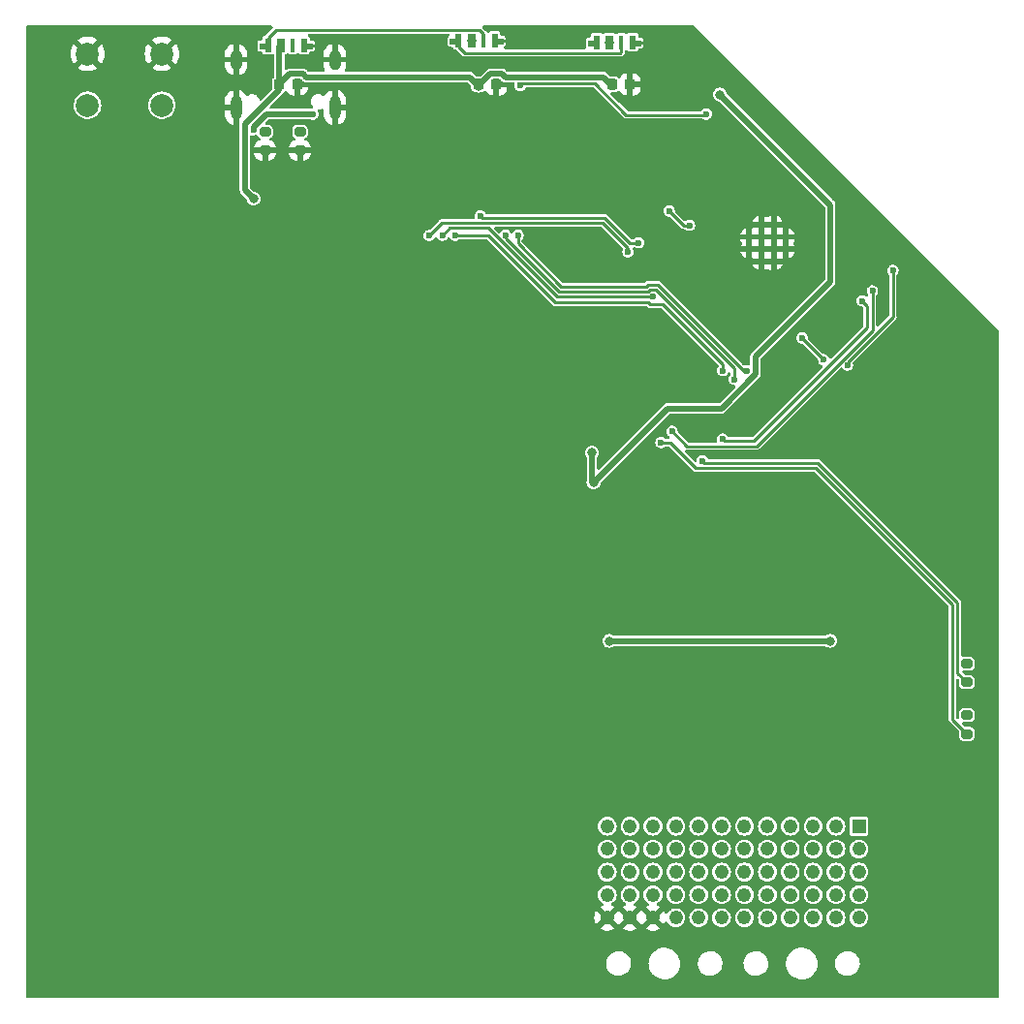
<source format=gbr>
%TF.GenerationSoftware,KiCad,Pcbnew,(7.0.0)*%
%TF.CreationDate,2023-02-28T21:09:02-08:00*%
%TF.ProjectId,daq-wireless,6461712d-7769-4726-956c-6573732e6b69,rev?*%
%TF.SameCoordinates,Original*%
%TF.FileFunction,Copper,L2,Bot*%
%TF.FilePolarity,Positive*%
%FSLAX46Y46*%
G04 Gerber Fmt 4.6, Leading zero omitted, Abs format (unit mm)*
G04 Created by KiCad (PCBNEW (7.0.0)) date 2023-02-28 21:09:02*
%MOMM*%
%LPD*%
G01*
G04 APERTURE LIST*
G04 Aperture macros list*
%AMRoundRect*
0 Rectangle with rounded corners*
0 $1 Rounding radius*
0 $2 $3 $4 $5 $6 $7 $8 $9 X,Y pos of 4 corners*
0 Add a 4 corners polygon primitive as box body*
4,1,4,$2,$3,$4,$5,$6,$7,$8,$9,$2,$3,0*
0 Add four circle primitives for the rounded corners*
1,1,$1+$1,$2,$3*
1,1,$1+$1,$4,$5*
1,1,$1+$1,$6,$7*
1,1,$1+$1,$8,$9*
0 Add four rect primitives between the rounded corners*
20,1,$1+$1,$2,$3,$4,$5,0*
20,1,$1+$1,$4,$5,$6,$7,0*
20,1,$1+$1,$6,$7,$8,$9,0*
20,1,$1+$1,$8,$9,$2,$3,0*%
%AMFreePoly0*
4,1,21,0.278536,0.603536,0.280000,0.600000,0.280000,-0.600000,0.278536,-0.603536,0.275000,-0.605000,-0.275000,-0.605000,-0.278536,-0.603536,-0.280000,-0.600000,-0.280000,-0.355000,-0.725000,-0.355000,-0.728536,-0.353536,-0.730000,-0.350000,-0.730000,0.200000,-0.728536,0.203536,-0.725000,0.205000,-0.280000,0.205000,-0.280000,0.600000,-0.278536,0.603536,-0.275000,0.605000,0.275000,0.605000,
0.278536,0.603536,0.278536,0.603536,$1*%
%AMFreePoly1*
4,1,21,0.278536,0.603536,0.280000,0.600000,0.280000,0.205000,0.725000,0.205000,0.728536,0.203536,0.730000,0.200000,0.730000,-0.350000,0.728536,-0.353536,0.725000,-0.355000,0.280000,-0.355000,0.280000,-0.600000,0.278536,-0.603536,0.275000,-0.605000,-0.275000,-0.605000,-0.278536,-0.603536,-0.280000,-0.600000,-0.280000,0.600000,-0.278536,0.603536,-0.275000,0.605000,0.275000,0.605000,
0.278536,0.603536,0.278536,0.603536,$1*%
G04 Aperture macros list end*
%TA.AperFunction,HeatsinkPad*%
%ADD10C,0.600000*%
%TD*%
%TA.AperFunction,ComponentPad*%
%ADD11O,1.000000X2.100000*%
%TD*%
%TA.AperFunction,ComponentPad*%
%ADD12O,1.000000X1.800000*%
%TD*%
%TA.AperFunction,ComponentPad*%
%ADD13R,1.243000X1.243000*%
%TD*%
%TA.AperFunction,ComponentPad*%
%ADD14C,1.243000*%
%TD*%
%TA.AperFunction,ComponentPad*%
%ADD15C,2.000000*%
%TD*%
%TA.AperFunction,SMDPad,CuDef*%
%ADD16RoundRect,0.225000X-0.225000X-0.250000X0.225000X-0.250000X0.225000X0.250000X-0.225000X0.250000X0*%
%TD*%
%TA.AperFunction,SMDPad,CuDef*%
%ADD17RoundRect,0.200000X-0.275000X0.200000X-0.275000X-0.200000X0.275000X-0.200000X0.275000X0.200000X0*%
%TD*%
%TA.AperFunction,SMDPad,CuDef*%
%ADD18FreePoly0,0.000000*%
%TD*%
%TA.AperFunction,SMDPad,CuDef*%
%ADD19R,0.700000X1.200000*%
%TD*%
%TA.AperFunction,SMDPad,CuDef*%
%ADD20R,0.450000X1.200000*%
%TD*%
%TA.AperFunction,SMDPad,CuDef*%
%ADD21FreePoly1,0.000000*%
%TD*%
%TA.AperFunction,ViaPad*%
%ADD22C,0.800000*%
%TD*%
%TA.AperFunction,ViaPad*%
%ADD23C,0.600000*%
%TD*%
%TA.AperFunction,Conductor*%
%ADD24C,0.500000*%
%TD*%
%TA.AperFunction,Conductor*%
%ADD25C,0.250000*%
%TD*%
G04 APERTURE END LIST*
D10*
%TO.P,U1,39,GND*%
%TO.N,GND*%
X156276702Y-63434588D03*
X155198364Y-64512926D03*
X157355039Y-63434588D03*
X156276702Y-64512926D03*
X155198364Y-65591264D03*
X157355039Y-64512926D03*
X156276702Y-65591264D03*
X158433377Y-64512926D03*
X157355039Y-65591264D03*
X156276702Y-66669602D03*
X158433377Y-65591264D03*
X157355039Y-66669602D03*
%TD*%
D11*
%TO.P,J3,S1,SHIELD*%
%TO.N,GND*%
X118998999Y-53201999D03*
D12*
X118998999Y-49021999D03*
D11*
X110358999Y-53201999D03*
D12*
X110358999Y-49021999D03*
%TD*%
D13*
%TO.P,J1,A1,A1*%
%TO.N,PENC_CHA*%
X164799999Y-116015999D03*
D14*
%TO.P,J1,A2,A2*%
%TO.N,PENC_CHA{slash}*%
X162800000Y-116016000D03*
%TO.P,J1,A3,A3*%
%TO.N,PENc_CHB*%
X160800000Y-116016000D03*
%TO.P,J1,A4,A4*%
%TO.N,PENC_CHB{slash}*%
X158800000Y-116016000D03*
%TO.P,J1,A5,A5*%
%TO.N,SENC_CHA*%
X156800000Y-116016000D03*
%TO.P,J1,A6,A6*%
%TO.N,SENC_CHA{slash}*%
X154800000Y-116016000D03*
%TO.P,J1,A7,A7*%
%TO.N,SENC_CHB*%
X152800000Y-116016000D03*
%TO.P,J1,A8,A8*%
%TO.N,SENC_CHB{slash}*%
X150800000Y-116016000D03*
%TO.P,J1,A9,A9*%
%TO.N,PLOAD_CELL_CLK*%
X148800000Y-116016000D03*
%TO.P,J1,A10,A10*%
%TO.N,PLOAD_CELL_DATA*%
X146800000Y-116016000D03*
%TO.P,J1,A11,A11*%
%TO.N,SLOAD_CELL_CLK*%
X144800000Y-116016000D03*
%TO.P,J1,A12,A12*%
%TO.N,SLOAD_CELL_DATA*%
X142800000Y-116016000D03*
%TO.P,J1,B1,B1*%
%TO.N,unconnected-(J1-PadB1)*%
X164800000Y-118016000D03*
%TO.P,J1,B2,B2*%
%TO.N,ENG_HALL2_IN*%
X162800000Y-118016000D03*
%TO.P,J1,B3,B3*%
%TO.N,unconnected-(J1-PadB3)*%
X160800000Y-118016000D03*
%TO.P,J1,B4,B4*%
%TO.N,unconnected-(J1-PadB4)*%
X158800000Y-118016000D03*
%TO.P,J1,B5,B5*%
%TO.N,unconnected-(J1-PadB5)*%
X156800000Y-118016000D03*
%TO.P,J1,B6,B6*%
%TO.N,unconnected-(J1-PadB6)*%
X154800000Y-118016000D03*
%TO.P,J1,B7,B7*%
%TO.N,PWM1*%
X152800000Y-118016000D03*
%TO.P,J1,B8,B8*%
%TO.N,PWM2*%
X150800000Y-118016000D03*
%TO.P,J1,B9,B9*%
%TO.N,DIRECTION1*%
X148800000Y-118016000D03*
%TO.P,J1,B10,B10*%
%TO.N,DIRECTION2*%
X146800000Y-118016000D03*
%TO.P,J1,B11,B11*%
%TO.N,FBREAK_PRESSURE_IN*%
X144800000Y-118016000D03*
%TO.P,J1,B12,B12*%
%TO.N,RBREAK_PRESSURE_IN*%
X142800000Y-118016000D03*
%TO.P,J1,C1,C1*%
%TO.N,REAR_HALL_IN*%
X164800000Y-120016000D03*
%TO.P,J1,C2,C2*%
%TO.N,ENG_HALL1_IN*%
X162800000Y-120016000D03*
%TO.P,J1,C3,C3*%
%TO.N,SPK_PLUG*%
X160800000Y-120016000D03*
%TO.P,J1,C4,C4*%
%TO.N,THERM_SENS1*%
X158800000Y-120016000D03*
%TO.P,J1,C5,C5*%
%TO.N,THERM_SENS2*%
X156800000Y-120016000D03*
%TO.P,J1,C6,C6*%
%TO.N,THERM_SENS3*%
X154800000Y-120016000D03*
%TO.P,J1,C7,C7*%
%TO.N,THERM_SENS4*%
X152800000Y-120016000D03*
%TO.P,J1,C8,C8*%
%TO.N,36V_SENS*%
X150800000Y-120016000D03*
%TO.P,J1,C9,C9*%
%TO.N,SOLENOID_PWM_1*%
X148800000Y-120016000D03*
%TO.P,J1,C10,C10*%
%TO.N,SOLENOID_PWM_2*%
X146800000Y-120016000D03*
%TO.P,J1,C11,C11*%
%TO.N,unconnected-(J1-PadC11)*%
X144800000Y-120016000D03*
%TO.P,J1,C12,C12*%
%TO.N,IR_SENS_TNC*%
X142800000Y-120016000D03*
%TO.P,J1,D1,D1*%
%TO.N,SDA*%
X164800000Y-122016000D03*
%TO.P,J1,D2,D2*%
%TO.N,SCL*%
X162800000Y-122016000D03*
%TO.P,J1,D3,D3*%
%TO.N,CVT_TX_DAQ_RX*%
X160800000Y-122016000D03*
%TO.P,J1,D4,D4*%
%TO.N,CVT_RX_DAQ_TX*%
X158800000Y-122016000D03*
%TO.P,J1,D5,D5*%
%TO.N,CIPO*%
X156800000Y-122016000D03*
%TO.P,J1,D6,D6*%
%TO.N,COPI*%
X154800000Y-122016000D03*
%TO.P,J1,D7,D7*%
%TO.N,SPI_CLK*%
X152800000Y-122016000D03*
%TO.P,J1,D8,D8*%
%TO.N,CANH*%
X150800000Y-122016000D03*
%TO.P,J1,D9,D9*%
%TO.N,CANL*%
X148800000Y-122016000D03*
%TO.P,J1,D10,D10*%
%TO.N,RPOT1*%
X146800000Y-122016000D03*
%TO.P,J1,D11,D11*%
%TO.N,RPOT2*%
X144800000Y-122016000D03*
%TO.P,J1,D12,D12*%
%TO.N,DIG_OUT*%
X142800000Y-122016000D03*
%TO.P,J1,E1,E1*%
%TO.N,unconnected-(J1-PadE1)*%
X164800000Y-124016000D03*
%TO.P,J1,E2,E2*%
%TO.N,unconnected-(J1-PadE2)*%
X162800000Y-124016000D03*
%TO.P,J1,E3,E3*%
%TO.N,unconnected-(J1-PadE3)*%
X160800000Y-124016000D03*
%TO.P,J1,E4,E4*%
%TO.N,+5V*%
X158800000Y-124016000D03*
%TO.P,J1,E5,E5*%
X156800000Y-124016000D03*
%TO.P,J1,E6,E6*%
X154800000Y-124016000D03*
%TO.P,J1,E7,E7*%
%TO.N,unconnected-(J1-PadE7)*%
X152800000Y-124016000D03*
%TO.P,J1,E8,E8*%
X150800000Y-124016000D03*
%TO.P,J1,E9,E9*%
X148800000Y-124016000D03*
%TO.P,J1,E10,E10*%
%TO.N,GND*%
X146800000Y-124016000D03*
%TO.P,J1,E11,E11*%
X144800000Y-124016000D03*
%TO.P,J1,E12,E12*%
X142800000Y-124016000D03*
%TD*%
D15*
%TO.P,SW1,1,1*%
%TO.N,GND*%
X97386000Y-48514000D03*
X103886000Y-48514000D03*
%TO.P,SW1,2,2*%
%TO.N,/EN*%
X97386000Y-53014000D03*
X103886000Y-53014000D03*
%TD*%
D16*
%TO.P,C12,1*%
%TO.N,+5V*%
X131559000Y-51181000D03*
%TO.P,C12,2*%
%TO.N,GND*%
X133109000Y-51181000D03*
%TD*%
D17*
%TO.P,R2,1*%
%TO.N,Net-(J3-CC2)*%
X112903000Y-55309000D03*
%TO.P,R2,2*%
%TO.N,GND*%
X112903000Y-56959000D03*
%TD*%
D18*
%TO.P,D9,1,DIN*%
%TO.N,/ARGB*%
X141877000Y-47498000D03*
D19*
%TO.P,D9,2,VDD*%
%TO.N,+5V*%
X143001999Y-47497999D03*
D20*
%TO.P,D9,3,DOUT*%
%TO.N,Net-(D7-DIN)*%
X144026999Y-47497999D03*
D21*
%TO.P,D9,4,GND*%
%TO.N,GND*%
X145027000Y-47498000D03*
%TD*%
D16*
%TO.P,C11,1*%
%TO.N,+5V*%
X143243000Y-51181000D03*
%TO.P,C11,2*%
%TO.N,GND*%
X144793000Y-51181000D03*
%TD*%
D18*
%TO.P,D4,1,DIN*%
%TO.N,Net-(D4-DIN)*%
X113157000Y-47752000D03*
D19*
%TO.P,D4,2,VDD*%
%TO.N,+5V*%
X114281999Y-47751999D03*
D20*
%TO.P,D4,3,DOUT*%
%TO.N,unconnected-(D4-DOUT-Pad3)*%
X115306999Y-47751999D03*
D21*
%TO.P,D4,4,GND*%
%TO.N,GND*%
X116307000Y-47752000D03*
%TD*%
D16*
%TO.P,C13,1*%
%TO.N,+5V*%
X114147000Y-51181000D03*
%TO.P,C13,2*%
%TO.N,GND*%
X115697000Y-51181000D03*
%TD*%
D18*
%TO.P,D7,1,DIN*%
%TO.N,Net-(D7-DIN)*%
X129825000Y-47354000D03*
D19*
%TO.P,D7,2,VDD*%
%TO.N,+5V*%
X130949999Y-47353999D03*
D20*
%TO.P,D7,3,DOUT*%
%TO.N,Net-(D4-DIN)*%
X131974999Y-47353999D03*
D21*
%TO.P,D7,4,GND*%
%TO.N,GND*%
X132975000Y-47354000D03*
%TD*%
D17*
%TO.P,R3,1*%
%TO.N,Net-(J3-CC1)*%
X115951000Y-55309000D03*
%TO.P,R3,2*%
%TO.N,GND*%
X115951000Y-56959000D03*
%TD*%
%TO.P,R6,1*%
%TO.N,Net-(D3-K)*%
X174244000Y-106300000D03*
%TO.P,R6,2*%
%TO.N,Net-(U3-CBUS2)*%
X174244000Y-107950000D03*
%TD*%
%TO.P,R5,1*%
%TO.N,Net-(D2-K)*%
X174244000Y-101791000D03*
%TO.P,R5,2*%
%TO.N,Net-(U3-CBUS1)*%
X174244000Y-103441000D03*
%TD*%
D22*
%TO.N,+5V*%
X130950000Y-47354000D03*
X143002000Y-47498000D03*
X143243000Y-51181000D03*
X111887000Y-61182000D03*
X131572000Y-51308000D03*
D23*
%TO.N,GND*%
X150368000Y-112522000D03*
X156464000Y-96012000D03*
X169672000Y-123317000D03*
X141478000Y-60452000D03*
X118364000Y-56896000D03*
X164592000Y-61595000D03*
X144399000Y-62484000D03*
X125984000Y-59944000D03*
X169418000Y-86614000D03*
X126492000Y-129032000D03*
X162814000Y-94361000D03*
X122936000Y-109220000D03*
X101346000Y-124460000D03*
X97028000Y-114808000D03*
X148336000Y-86614000D03*
X125984000Y-115570000D03*
X158877000Y-70485000D03*
X147066000Y-55372000D03*
X169545000Y-88392000D03*
X168402000Y-74676000D03*
X160782000Y-62230000D03*
X152908000Y-106172000D03*
X121158000Y-72136000D03*
X164846000Y-105156000D03*
X118872000Y-115316000D03*
X117348000Y-94996000D03*
X137668000Y-127000000D03*
X172720000Y-93345000D03*
X116586000Y-107188000D03*
X160528000Y-66802000D03*
X167386000Y-64897000D03*
X114554000Y-89916000D03*
X133223000Y-61214000D03*
X172212000Y-78232000D03*
X150368000Y-65278000D03*
X134112000Y-55372000D03*
X157988000Y-60325000D03*
X159766000Y-57404000D03*
X112522000Y-77724000D03*
X156464000Y-72517000D03*
X149352000Y-68580000D03*
X112776000Y-86360000D03*
X141224000Y-80518000D03*
X166878000Y-99314000D03*
X146304000Y-91440000D03*
X136652000Y-71628000D03*
X109474000Y-112268000D03*
X97028000Y-106426000D03*
X139954000Y-112014000D03*
X112776000Y-69088000D03*
X131064000Y-87884000D03*
X97028000Y-127508000D03*
X140208000Y-67691000D03*
X170434000Y-76962000D03*
X106426000Y-56134000D03*
X127000000Y-78994000D03*
X100076000Y-49784000D03*
X171704000Y-89154000D03*
X118618000Y-118872000D03*
X156718000Y-105918000D03*
X153924000Y-61468000D03*
X145796000Y-85598000D03*
X105156000Y-87122000D03*
X130302000Y-115062000D03*
X117094000Y-65024000D03*
X104394000Y-128016000D03*
X173482000Y-90932000D03*
X170942000Y-70866000D03*
X105410000Y-122174000D03*
X154813000Y-72644000D03*
X105156000Y-62992000D03*
X168148000Y-108204000D03*
X171196000Y-99314000D03*
X172720000Y-119634000D03*
X113030000Y-99568000D03*
X116840000Y-128016000D03*
X152400000Y-92964000D03*
X128524000Y-49530000D03*
X124714000Y-65532000D03*
X155956000Y-59436000D03*
X162814000Y-82296000D03*
X127508000Y-121158000D03*
X159258000Y-68326000D03*
X109474000Y-89916000D03*
X172466000Y-74676000D03*
X174244000Y-85344000D03*
X99568000Y-93980000D03*
X155702000Y-102362000D03*
X95123000Y-87503000D03*
X104394000Y-83058000D03*
X154940000Y-90424000D03*
X163830000Y-66294000D03*
X121412000Y-48260000D03*
X133350000Y-69596000D03*
X125730000Y-100838000D03*
X97536000Y-121158000D03*
X170434000Y-126492000D03*
X127508000Y-52578000D03*
X103124000Y-70866000D03*
X148082000Y-87630000D03*
X139700000Y-78740000D03*
X145796000Y-83312000D03*
X98806000Y-82804000D03*
X138938000Y-94234000D03*
X102616000Y-108458000D03*
X129794000Y-60960000D03*
X128778000Y-54102000D03*
X161290000Y-88138000D03*
X123698000Y-86614000D03*
X169291000Y-84582000D03*
X105156000Y-116586000D03*
X162814000Y-79756000D03*
X155956000Y-109474000D03*
X125476000Y-95504000D03*
X132588000Y-107696000D03*
X129032000Y-105664000D03*
X152908000Y-70358000D03*
X132842000Y-82042000D03*
X120904000Y-91440000D03*
X155702000Y-87122000D03*
X121412000Y-81788000D03*
X172720000Y-124714000D03*
X117348000Y-74676000D03*
X152273000Y-62611000D03*
X175006000Y-78486000D03*
X160782000Y-91948000D03*
X161290000Y-90424000D03*
X111760000Y-115824000D03*
X99822000Y-60706000D03*
X169418000Y-81026000D03*
X134874000Y-96012000D03*
X149606000Y-87122000D03*
X98552000Y-77724000D03*
X151384000Y-101854000D03*
X143256000Y-56388000D03*
X172466000Y-83058000D03*
X173228000Y-113538000D03*
X145288000Y-58674000D03*
X125603000Y-55372000D03*
X164338000Y-84074000D03*
X142240000Y-65151000D03*
X104267000Y-58674000D03*
X173990000Y-73406000D03*
X97282000Y-100584000D03*
X172212000Y-87376000D03*
X127000000Y-67564000D03*
X164084000Y-109474000D03*
X120650000Y-53594000D03*
X124968000Y-52832000D03*
X105918000Y-49022000D03*
X151892000Y-67945000D03*
X134620000Y-114808000D03*
X97790000Y-67056000D03*
X98552000Y-56642000D03*
X167640000Y-114046000D03*
X129540000Y-125984000D03*
X121158000Y-125730000D03*
X109474000Y-72644000D03*
X146812000Y-83312000D03*
X132588000Y-100584000D03*
X108204000Y-79248000D03*
X173482000Y-82042000D03*
X165354000Y-62992000D03*
X166116000Y-66294000D03*
X169291000Y-72644000D03*
X145288000Y-87630000D03*
X112268000Y-123190000D03*
X100965000Y-52324000D03*
X139700000Y-53848000D03*
X120396000Y-58674000D03*
X173990000Y-76708000D03*
X138430000Y-89662000D03*
X135382000Y-118364000D03*
X154178000Y-95250000D03*
X149860000Y-50038000D03*
D22*
%TO.N,+3V3*%
X141605000Y-85979000D03*
X141478000Y-83374500D03*
X142977000Y-99822000D03*
X162280000Y-99822000D03*
X152654000Y-52070000D03*
D23*
%TO.N,/EN*%
X135203000Y-51295500D03*
X151459363Y-53772637D03*
%TO.N,Net-(D1-A)*%
X111887000Y-55144000D03*
X117079000Y-53777000D03*
%TO.N,Net-(D2-K)*%
X174244000Y-101678500D03*
%TO.N,Net-(D3-K)*%
X174244000Y-106250500D03*
%TO.N,/ARGB*%
X141877000Y-47498000D03*
%TO.N,/SD2*%
X144625350Y-65829913D03*
X127254000Y-64389000D03*
%TO.N,/SD3*%
X146789096Y-69761426D03*
X128397000Y-64389000D03*
%TO.N,/SD_CMD*%
X152908000Y-76200000D03*
X129503000Y-64367000D03*
%TO.N,/SD_CLK*%
X131699000Y-62667500D03*
X145542000Y-65024000D03*
%TO.N,/SD0*%
X153924000Y-76962000D03*
X133903000Y-64367000D03*
%TO.N,/SD1*%
X155004925Y-76210194D03*
X135003000Y-64367000D03*
%TO.N,/RADIO_CS*%
X163784872Y-75732702D03*
X167767000Y-67437000D03*
%TO.N,/RADIO_CE*%
X148217452Y-62237810D03*
X159829500Y-73342500D03*
X161729030Y-75242030D03*
X149987000Y-63500000D03*
%TO.N,Net-(J3-CC1)*%
X115951002Y-55308999D03*
%TO.N,Net-(J3-CC2)*%
X112902998Y-55309000D03*
%TO.N,Net-(U3-CBUS1)*%
X151130000Y-84074000D03*
%TO.N,Net-(U3-CBUS2)*%
X147513411Y-82489411D03*
%TO.N,/TXD*%
X152908000Y-82179500D03*
X165100000Y-70104000D03*
%TO.N,/RXD*%
X148473500Y-81515948D03*
X165979974Y-69224025D03*
%TD*%
D24*
%TO.N,+5V*%
X116491594Y-50546000D02*
X116201594Y-50256000D01*
X133903594Y-50546000D02*
X142481000Y-50546000D01*
X114147000Y-51689000D02*
X114147000Y-47887000D01*
X142481000Y-50546000D02*
X143243000Y-51308000D01*
X114147000Y-47887000D02*
X114282000Y-47752000D01*
X133613594Y-50256000D02*
X133903594Y-50546000D01*
X111137000Y-54687550D02*
X111137000Y-60432000D01*
X114147000Y-51181000D02*
X114147000Y-51689000D01*
X131572000Y-51288406D02*
X132604406Y-50256000D01*
X131572000Y-51308000D02*
X130810000Y-50546000D01*
X111137000Y-60432000D02*
X111887000Y-61182000D01*
X115072000Y-50256000D02*
X114147000Y-51181000D01*
X132604406Y-50256000D02*
X133613594Y-50256000D01*
X114135550Y-51689000D02*
X111137000Y-54687550D01*
X114147000Y-51689000D02*
X114135550Y-51689000D01*
X130810000Y-50546000D02*
X116491594Y-50546000D01*
X116201594Y-50256000D02*
X115072000Y-50256000D01*
D25*
%TO.N,GND*%
X145027000Y-47498000D02*
X146304000Y-47498000D01*
X116307000Y-47752000D02*
X117856000Y-47752000D01*
X132975000Y-47354000D02*
X134730000Y-47354000D01*
X146304000Y-47498000D02*
X146431000Y-47625000D01*
X134730000Y-47354000D02*
X134747000Y-47371000D01*
D24*
%TO.N,+3V3*%
X141478000Y-85852000D02*
X141605000Y-85979000D01*
X155754925Y-75004075D02*
X162306000Y-68453000D01*
X162306000Y-61722000D02*
X152654000Y-52070000D01*
X141478000Y-83374500D02*
X141478000Y-85852000D01*
X141605000Y-85979000D02*
X148082000Y-79502000D01*
X142977000Y-99822000D02*
X162280000Y-99822000D01*
X162306000Y-68453000D02*
X162306000Y-61722000D01*
X148082000Y-79502000D02*
X152773780Y-79502000D01*
X155754925Y-76520855D02*
X155754925Y-75004075D01*
X152773780Y-79502000D02*
X155754925Y-76520855D01*
D25*
%TO.N,/EN*%
X151384000Y-53848000D02*
X144464591Y-53848000D01*
X141737591Y-51121000D02*
X135377500Y-51121000D01*
X135377500Y-51121000D02*
X135203000Y-51295500D01*
X144464591Y-53848000D02*
X141737591Y-51121000D01*
X151459363Y-53772637D02*
X151384000Y-53848000D01*
D24*
%TO.N,Net-(D1-A)*%
X113037500Y-53777000D02*
X111887000Y-54927500D01*
X117079000Y-53777000D02*
X113037500Y-53777000D01*
X111887000Y-54927500D02*
X111887000Y-55144000D01*
D25*
%TO.N,/SD2*%
X127254000Y-64389000D02*
X128351000Y-63292000D01*
X144595000Y-65474000D02*
X144625350Y-65474000D01*
X128351000Y-63292000D02*
X142413000Y-63292000D01*
X142413000Y-63292000D02*
X144595000Y-65474000D01*
X144625350Y-65474000D02*
X144625350Y-65829913D01*
%TO.N,/SD3*%
X138413542Y-69761426D02*
X132394116Y-63742000D01*
X132394116Y-63742000D02*
X129044000Y-63742000D01*
X129044000Y-63742000D02*
X128397000Y-64389000D01*
X146789096Y-69761426D02*
X138413542Y-69761426D01*
%TO.N,/SD_CMD*%
X152908000Y-76200000D02*
X152908000Y-75632842D01*
X147661584Y-70386426D02*
X146530212Y-70386426D01*
X146355212Y-70211426D02*
X138227146Y-70211426D01*
X132382720Y-64367000D02*
X129503000Y-64367000D01*
X152908000Y-75632842D02*
X147661584Y-70386426D01*
X138227146Y-70211426D02*
X132382720Y-64367000D01*
X146530212Y-70386426D02*
X146355212Y-70211426D01*
%TO.N,/SD_CLK*%
X142599396Y-62842000D02*
X131873500Y-62842000D01*
X144781396Y-65024000D02*
X142599396Y-62842000D01*
X145542000Y-65024000D02*
X144781396Y-65024000D01*
X131873500Y-62842000D02*
X131699000Y-62667500D01*
%TO.N,/SD0*%
X153924000Y-76012446D02*
X153924000Y-76962000D01*
X147047980Y-69136426D02*
X153924000Y-76012446D01*
X138599938Y-69311426D02*
X146355212Y-69311426D01*
X146355212Y-69311426D02*
X146530212Y-69136426D01*
X133903000Y-64367000D02*
X133903000Y-64614488D01*
X146530212Y-69136426D02*
X147047980Y-69136426D01*
X133903000Y-64614488D02*
X138599938Y-69311426D01*
%TO.N,/SD1*%
X135003000Y-65078092D02*
X135003000Y-64367000D01*
X138786334Y-68861426D02*
X135003000Y-65078092D01*
X155004925Y-76210194D02*
X154758144Y-76210194D01*
X146343816Y-68686426D02*
X146168816Y-68861426D01*
X147234376Y-68686426D02*
X146343816Y-68686426D01*
X154758144Y-76210194D02*
X147234376Y-68686426D01*
X146168816Y-68861426D02*
X138786334Y-68861426D01*
%TO.N,/RADIO_CS*%
X163784872Y-75485920D02*
X167767000Y-71503792D01*
X167767000Y-71503792D02*
X167767000Y-67437000D01*
X163784872Y-75732702D02*
X163784872Y-75485920D01*
%TO.N,/RADIO_CE*%
X159829500Y-73342500D02*
X161729030Y-75242030D01*
X149987000Y-63500000D02*
X149479642Y-63500000D01*
X149479642Y-63500000D02*
X148217452Y-62237810D01*
%TO.N,Net-(U3-CBUS1)*%
X151130000Y-84074000D02*
X151305000Y-84249000D01*
X173424000Y-102621000D02*
X174244000Y-103441000D01*
X161211000Y-84249000D02*
X173424000Y-96462000D01*
X151305000Y-84249000D02*
X161211000Y-84249000D01*
X173424000Y-96462000D02*
X173424000Y-102621000D01*
%TO.N,Net-(U3-CBUS2)*%
X172974000Y-106680000D02*
X172974000Y-96648396D01*
X148316375Y-82489411D02*
X147513411Y-82489411D01*
X174244000Y-107950000D02*
X172974000Y-106680000D01*
X150525964Y-84699000D02*
X148316375Y-82489411D01*
X172974000Y-96648396D02*
X161024604Y-84699000D01*
X161024604Y-84699000D02*
X150525964Y-84699000D01*
%TO.N,/TXD*%
X165529974Y-70533974D02*
X165100000Y-70104000D01*
X152908000Y-82179500D02*
X153082500Y-82354000D01*
X165529974Y-72468026D02*
X165529974Y-70533974D01*
X153082500Y-82354000D02*
X155644000Y-82354000D01*
X155644000Y-82354000D02*
X165529974Y-72468026D01*
%TO.N,/RXD*%
X148486874Y-81515948D02*
X149774926Y-82804000D01*
X155830396Y-82804000D02*
X165979974Y-72654422D01*
X149774926Y-82804000D02*
X155830396Y-82804000D01*
X165979974Y-72654422D02*
X165979974Y-69224025D01*
X148473500Y-81515948D02*
X148486874Y-81515948D01*
%TO.N,Net-(D4-DIN)*%
X113157000Y-47117000D02*
X113157000Y-47752000D01*
X113850000Y-46424000D02*
X113157000Y-47117000D01*
X131975000Y-46779000D02*
X131620000Y-46424000D01*
X131975000Y-47354000D02*
X131975000Y-46779000D01*
X131620000Y-46424000D02*
X113850000Y-46424000D01*
%TO.N,Net-(D7-DIN)*%
X129825000Y-47910000D02*
X129825000Y-47354000D01*
X143947000Y-48428000D02*
X130343000Y-48428000D01*
X144027000Y-47498000D02*
X144027000Y-48348000D01*
X144027000Y-48348000D02*
X143947000Y-48428000D01*
X130343000Y-48428000D02*
X129825000Y-47910000D01*
%TD*%
%TA.AperFunction,Conductor*%
%TO.N,GND*%
G36*
X113521106Y-46063015D02*
G01*
X113565129Y-46100615D01*
X113587284Y-46154102D01*
X113582742Y-46211818D01*
X113552492Y-46261181D01*
X112940714Y-46872958D01*
X112932742Y-46880264D01*
X112903806Y-46904545D01*
X112899505Y-46911992D01*
X112869447Y-46937495D01*
X112830470Y-46952406D01*
X112809766Y-46956523D01*
X112809755Y-46956526D01*
X112803792Y-46957712D01*
X112802797Y-46958124D01*
X112802777Y-46958132D01*
X112799945Y-46959305D01*
X112796440Y-46961328D01*
X112796433Y-46961332D01*
X112760759Y-46981928D01*
X112760756Y-46981929D01*
X112753724Y-46985990D01*
X112747982Y-46991731D01*
X112747978Y-46991735D01*
X112721735Y-47017979D01*
X112721732Y-47017982D01*
X112715986Y-47023729D01*
X112711922Y-47030768D01*
X112711921Y-47030770D01*
X112691335Y-47066429D01*
X112691331Y-47066436D01*
X112689303Y-47069950D01*
X112687718Y-47073777D01*
X112686531Y-47079743D01*
X112686528Y-47079754D01*
X112674542Y-47140014D01*
X112674542Y-47140017D01*
X112672160Y-47151992D01*
X112672572Y-47154064D01*
X112672572Y-47161420D01*
X112672572Y-47218572D01*
X112655959Y-47280572D01*
X112610572Y-47325959D01*
X112548572Y-47342572D01*
X112434072Y-47342572D01*
X112432000Y-47342160D01*
X112420026Y-47344541D01*
X112359761Y-47356524D01*
X112359751Y-47356527D01*
X112353792Y-47357712D01*
X112352797Y-47358124D01*
X112352777Y-47358132D01*
X112349945Y-47359305D01*
X112346440Y-47361328D01*
X112346433Y-47361332D01*
X112310759Y-47381928D01*
X112310756Y-47381929D01*
X112303724Y-47385990D01*
X112297982Y-47391731D01*
X112297978Y-47391735D01*
X112271735Y-47417979D01*
X112271732Y-47417982D01*
X112265986Y-47423729D01*
X112261922Y-47430768D01*
X112261921Y-47430770D01*
X112241335Y-47466429D01*
X112241331Y-47466436D01*
X112239303Y-47469950D01*
X112237718Y-47473777D01*
X112236531Y-47479743D01*
X112236528Y-47479754D01*
X112224542Y-47540014D01*
X112224542Y-47540017D01*
X112222160Y-47551992D01*
X112222572Y-47554064D01*
X112222572Y-48099928D01*
X112222160Y-48102000D01*
X112224541Y-48113974D01*
X112225742Y-48120014D01*
X112237712Y-48180208D01*
X112238124Y-48181203D01*
X112238132Y-48181223D01*
X112239305Y-48184055D01*
X112265990Y-48230276D01*
X112303729Y-48268014D01*
X112349950Y-48294697D01*
X112353777Y-48296282D01*
X112431992Y-48311840D01*
X112434064Y-48311428D01*
X112562322Y-48311428D01*
X112617168Y-48324217D01*
X112660701Y-48359945D01*
X112683940Y-48411243D01*
X112687712Y-48430208D01*
X112688124Y-48431203D01*
X112688132Y-48431223D01*
X112689305Y-48434055D01*
X112715990Y-48480276D01*
X112753729Y-48518014D01*
X112799950Y-48544697D01*
X112803777Y-48546282D01*
X112809753Y-48547470D01*
X112809754Y-48547471D01*
X112820980Y-48549704D01*
X112881992Y-48561840D01*
X112884064Y-48561428D01*
X113429936Y-48561428D01*
X113432008Y-48561840D01*
X113510223Y-48546282D01*
X113514050Y-48544697D01*
X113517571Y-48542664D01*
X113517661Y-48542620D01*
X113578588Y-48529985D01*
X113637983Y-48548535D01*
X113680888Y-48593602D01*
X113696500Y-48653835D01*
X113696500Y-50503390D01*
X113687061Y-50550843D01*
X113660181Y-50591071D01*
X113580373Y-50670878D01*
X113580370Y-50670881D01*
X113573472Y-50677780D01*
X113569043Y-50686471D01*
X113569041Y-50686475D01*
X113516712Y-50789177D01*
X113512281Y-50797874D01*
X113510755Y-50807508D01*
X113510753Y-50807515D01*
X113497263Y-50892691D01*
X113497262Y-50892698D01*
X113496500Y-50897512D01*
X113496500Y-51464488D01*
X113497262Y-51469302D01*
X113497263Y-51469308D01*
X113510754Y-51554489D01*
X113510755Y-51554492D01*
X113512281Y-51564126D01*
X113516707Y-51572814D01*
X113517242Y-51574458D01*
X113519883Y-51641722D01*
X113486991Y-51700453D01*
X112623084Y-52564360D01*
X112569061Y-52596023D01*
X112506455Y-52597253D01*
X112451231Y-52567735D01*
X112417473Y-52514998D01*
X112386828Y-52420683D01*
X112298086Y-52280848D01*
X112177356Y-52167474D01*
X112141101Y-52147543D01*
X112039063Y-52091446D01*
X112039057Y-52091444D01*
X112032224Y-52087687D01*
X112024667Y-52085746D01*
X112024663Y-52085745D01*
X111879367Y-52048440D01*
X111879362Y-52048439D01*
X111871809Y-52046500D01*
X111747758Y-52046500D01*
X111743898Y-52046987D01*
X111743891Y-52046988D01*
X111632426Y-52061069D01*
X111632422Y-52061069D01*
X111624688Y-52062047D01*
X111617438Y-52064917D01*
X111617436Y-52064918D01*
X111477950Y-52120144D01*
X111477944Y-52120147D01*
X111470701Y-52123015D01*
X111464396Y-52127595D01*
X111464392Y-52127598D01*
X111397602Y-52176124D01*
X111332670Y-52199551D01*
X111265273Y-52184629D01*
X111216298Y-52135983D01*
X111187047Y-52083282D01*
X111179902Y-52073017D01*
X111055620Y-51928245D01*
X111046541Y-51919614D01*
X110895670Y-51802832D01*
X110885042Y-51796207D01*
X110713743Y-51712182D01*
X110702002Y-51707834D01*
X110622746Y-51687313D01*
X110611535Y-51687028D01*
X110609000Y-51697954D01*
X110609000Y-54711962D01*
X110611517Y-54723468D01*
X110621297Y-54728736D01*
X110668958Y-54774329D01*
X110686500Y-54837910D01*
X110686500Y-60399739D01*
X110685720Y-60413622D01*
X110682770Y-60439800D01*
X110682770Y-60439803D01*
X110681730Y-60449035D01*
X110683457Y-60458162D01*
X110692356Y-60505197D01*
X110693132Y-60509765D01*
X110700267Y-60557101D01*
X110701652Y-60566287D01*
X110705379Y-60574026D01*
X110706977Y-60582472D01*
X110711321Y-60590691D01*
X110733687Y-60633010D01*
X110735777Y-60637149D01*
X110756544Y-60680273D01*
X110756546Y-60680276D01*
X110760575Y-60688642D01*
X110766417Y-60694939D01*
X110770434Y-60702538D01*
X110777004Y-60709108D01*
X110810846Y-60742950D01*
X110814064Y-60746290D01*
X110852945Y-60788194D01*
X110858950Y-60791661D01*
X110864653Y-60796757D01*
X111256317Y-61188421D01*
X111279848Y-61221258D01*
X111291575Y-61259916D01*
X111300894Y-61330701D01*
X111300895Y-61330706D01*
X111301956Y-61338762D01*
X111315979Y-61372616D01*
X111352582Y-61460985D01*
X111362464Y-61484841D01*
X111458718Y-61610282D01*
X111584159Y-61706536D01*
X111730238Y-61767044D01*
X111887000Y-61787682D01*
X112043762Y-61767044D01*
X112189841Y-61706536D01*
X112315282Y-61610282D01*
X112411536Y-61484841D01*
X112472044Y-61338762D01*
X112492682Y-61182000D01*
X112472044Y-61025238D01*
X112411536Y-60879159D01*
X112315282Y-60753718D01*
X112189841Y-60657464D01*
X112043762Y-60596956D01*
X112035706Y-60595895D01*
X112035701Y-60595894D01*
X111964915Y-60586575D01*
X111926257Y-60574848D01*
X111893420Y-60551317D01*
X111623819Y-60281716D01*
X111596939Y-60241488D01*
X111587500Y-60194035D01*
X111587500Y-57222856D01*
X111928662Y-57222856D01*
X111933815Y-57279570D01*
X111936361Y-57292369D01*
X111982748Y-57441232D01*
X111988864Y-57454820D01*
X112069045Y-57587456D01*
X112078228Y-57599177D01*
X112187822Y-57708771D01*
X112199543Y-57717954D01*
X112332179Y-57798135D01*
X112345767Y-57804251D01*
X112494627Y-57850638D01*
X112507431Y-57853184D01*
X112568615Y-57858744D01*
X112574244Y-57859000D01*
X112636674Y-57859000D01*
X112649549Y-57855549D01*
X112653000Y-57842674D01*
X112653000Y-57842673D01*
X113153000Y-57842673D01*
X113156450Y-57855548D01*
X113169326Y-57858999D01*
X113231753Y-57858999D01*
X113237386Y-57858743D01*
X113298570Y-57853184D01*
X113311369Y-57850638D01*
X113460232Y-57804251D01*
X113473820Y-57798135D01*
X113606456Y-57717954D01*
X113618177Y-57708771D01*
X113727771Y-57599177D01*
X113736954Y-57587456D01*
X113817135Y-57454820D01*
X113823251Y-57441232D01*
X113869638Y-57292372D01*
X113872184Y-57279568D01*
X113877338Y-57222856D01*
X114976662Y-57222856D01*
X114981815Y-57279570D01*
X114984361Y-57292369D01*
X115030748Y-57441232D01*
X115036864Y-57454820D01*
X115117045Y-57587456D01*
X115126228Y-57599177D01*
X115235822Y-57708771D01*
X115247543Y-57717954D01*
X115380179Y-57798135D01*
X115393767Y-57804251D01*
X115542627Y-57850638D01*
X115555431Y-57853184D01*
X115616615Y-57858744D01*
X115622244Y-57859000D01*
X115684674Y-57859000D01*
X115697549Y-57855549D01*
X115701000Y-57842674D01*
X115701000Y-57842673D01*
X116201000Y-57842673D01*
X116204450Y-57855548D01*
X116217326Y-57858999D01*
X116279753Y-57858999D01*
X116285386Y-57858743D01*
X116346570Y-57853184D01*
X116359369Y-57850638D01*
X116508232Y-57804251D01*
X116521820Y-57798135D01*
X116654456Y-57717954D01*
X116666177Y-57708771D01*
X116775771Y-57599177D01*
X116784954Y-57587456D01*
X116865135Y-57454820D01*
X116871251Y-57441232D01*
X116917638Y-57292372D01*
X116920184Y-57279568D01*
X116925338Y-57222856D01*
X116922549Y-57212450D01*
X116909674Y-57209000D01*
X116217326Y-57209000D01*
X116204450Y-57212450D01*
X116201000Y-57225326D01*
X116201000Y-57842673D01*
X115701000Y-57842673D01*
X115701000Y-57225326D01*
X115697549Y-57212450D01*
X115684674Y-57209000D01*
X114992327Y-57209000D01*
X114979451Y-57212450D01*
X114976662Y-57222856D01*
X113877338Y-57222856D01*
X113874549Y-57212450D01*
X113861674Y-57209000D01*
X113169326Y-57209000D01*
X113156450Y-57212450D01*
X113153000Y-57225326D01*
X113153000Y-57842673D01*
X112653000Y-57842673D01*
X112653000Y-57225326D01*
X112649549Y-57212450D01*
X112636674Y-57209000D01*
X111944327Y-57209000D01*
X111931451Y-57212450D01*
X111928662Y-57222856D01*
X111587500Y-57222856D01*
X111587500Y-55743333D01*
X111600616Y-55687829D01*
X111637189Y-55644066D01*
X111689483Y-55621303D01*
X111746434Y-55624356D01*
X111815039Y-55644500D01*
X111950090Y-55644500D01*
X111958961Y-55644500D01*
X112097053Y-55603953D01*
X112098030Y-55603324D01*
X112155274Y-55593275D01*
X112214267Y-55613849D01*
X112255739Y-55660574D01*
X112299950Y-55747342D01*
X112389658Y-55837050D01*
X112430820Y-55858023D01*
X112438611Y-55861993D01*
X112482810Y-55899835D01*
X112504883Y-55953671D01*
X112499967Y-56011649D01*
X112469148Y-56061002D01*
X112419209Y-56090863D01*
X112345764Y-56113750D01*
X112332179Y-56119864D01*
X112199543Y-56200045D01*
X112187822Y-56209228D01*
X112078228Y-56318822D01*
X112069045Y-56330543D01*
X111988864Y-56463179D01*
X111982748Y-56476767D01*
X111936361Y-56625627D01*
X111933815Y-56638431D01*
X111928661Y-56695143D01*
X111931450Y-56705549D01*
X111944326Y-56709000D01*
X113861673Y-56709000D01*
X113874548Y-56705549D01*
X113877337Y-56695143D01*
X114976661Y-56695143D01*
X114979450Y-56705549D01*
X114992326Y-56709000D01*
X116909673Y-56709000D01*
X116922548Y-56705549D01*
X116925337Y-56695143D01*
X116920184Y-56638429D01*
X116917638Y-56625630D01*
X116871251Y-56476767D01*
X116865135Y-56463179D01*
X116784954Y-56330543D01*
X116775771Y-56318822D01*
X116666177Y-56209228D01*
X116654456Y-56200045D01*
X116521820Y-56119864D01*
X116508236Y-56113750D01*
X116434790Y-56090863D01*
X116384851Y-56061002D01*
X116354031Y-56011649D01*
X116349117Y-55953671D01*
X116371189Y-55899834D01*
X116415386Y-55861994D01*
X116464342Y-55837050D01*
X116554050Y-55747342D01*
X116611646Y-55634304D01*
X116626500Y-55540519D01*
X116626499Y-55077482D01*
X116611646Y-54983696D01*
X116554050Y-54870658D01*
X116464342Y-54780950D01*
X116351304Y-54723354D01*
X116341667Y-54721827D01*
X116341662Y-54721826D01*
X116262339Y-54709263D01*
X116262333Y-54709262D01*
X116257519Y-54708500D01*
X116252640Y-54708500D01*
X115649352Y-54708500D01*
X115649339Y-54708500D01*
X115644482Y-54708501D01*
X115639680Y-54709261D01*
X115639673Y-54709262D01*
X115560331Y-54721828D01*
X115560330Y-54721828D01*
X115550696Y-54723354D01*
X115542010Y-54727779D01*
X115542003Y-54727782D01*
X115446353Y-54776519D01*
X115446349Y-54776521D01*
X115437658Y-54780950D01*
X115430759Y-54787848D01*
X115430756Y-54787851D01*
X115354851Y-54863756D01*
X115354848Y-54863759D01*
X115347950Y-54870658D01*
X115343521Y-54879349D01*
X115343519Y-54879353D01*
X115294785Y-54974999D01*
X115290354Y-54983696D01*
X115288827Y-54993330D01*
X115288826Y-54993337D01*
X115276263Y-55072660D01*
X115276262Y-55072667D01*
X115275500Y-55077481D01*
X115275500Y-55082358D01*
X115275500Y-55082359D01*
X115275500Y-55535647D01*
X115275500Y-55535659D01*
X115275501Y-55540518D01*
X115276261Y-55545320D01*
X115276262Y-55545326D01*
X115276443Y-55546469D01*
X115290354Y-55634304D01*
X115294780Y-55642991D01*
X115294782Y-55642996D01*
X115317626Y-55687829D01*
X115347950Y-55747342D01*
X115437658Y-55837050D01*
X115478820Y-55858023D01*
X115486611Y-55861993D01*
X115530810Y-55899835D01*
X115552883Y-55953671D01*
X115547967Y-56011649D01*
X115517148Y-56061002D01*
X115467209Y-56090863D01*
X115393764Y-56113750D01*
X115380179Y-56119864D01*
X115247543Y-56200045D01*
X115235822Y-56209228D01*
X115126228Y-56318822D01*
X115117045Y-56330543D01*
X115036864Y-56463179D01*
X115030748Y-56476767D01*
X114984361Y-56625627D01*
X114981815Y-56638431D01*
X114976661Y-56695143D01*
X113877337Y-56695143D01*
X113872184Y-56638429D01*
X113869638Y-56625630D01*
X113823251Y-56476767D01*
X113817135Y-56463179D01*
X113736954Y-56330543D01*
X113727771Y-56318822D01*
X113618177Y-56209228D01*
X113606456Y-56200045D01*
X113473820Y-56119864D01*
X113460236Y-56113750D01*
X113386790Y-56090863D01*
X113336851Y-56061002D01*
X113306031Y-56011649D01*
X113301117Y-55953671D01*
X113323189Y-55899834D01*
X113367386Y-55861994D01*
X113416342Y-55837050D01*
X113506050Y-55747342D01*
X113563646Y-55634304D01*
X113578500Y-55540519D01*
X113578499Y-55077482D01*
X113563646Y-54983696D01*
X113506050Y-54870658D01*
X113416342Y-54780950D01*
X113303304Y-54723354D01*
X113293667Y-54721827D01*
X113293662Y-54721826D01*
X113214339Y-54709263D01*
X113214333Y-54709262D01*
X113209519Y-54708500D01*
X113204641Y-54708500D01*
X113042464Y-54708500D01*
X112986169Y-54694985D01*
X112942146Y-54657385D01*
X112919991Y-54603898D01*
X112924533Y-54546182D01*
X112954783Y-54496819D01*
X113024782Y-54426821D01*
X113187783Y-54263819D01*
X113228012Y-54236939D01*
X113275465Y-54227500D01*
X116824312Y-54227500D01*
X116868876Y-54237193D01*
X116868947Y-54236953D01*
X117007039Y-54277500D01*
X117142090Y-54277500D01*
X117150961Y-54277500D01*
X117289053Y-54236953D01*
X117410128Y-54159143D01*
X117504377Y-54050373D01*
X117564165Y-53919457D01*
X117584647Y-53777000D01*
X117564165Y-53634543D01*
X117517111Y-53531512D01*
X117506005Y-53475045D01*
X117521587Y-53419644D01*
X117560501Y-53377244D01*
X117614364Y-53356979D01*
X117733312Y-53341953D01*
X117829351Y-53303928D01*
X117888607Y-53295969D01*
X117944698Y-53316662D01*
X117984587Y-53361197D01*
X117999000Y-53419220D01*
X117999000Y-53799570D01*
X117999317Y-53805835D01*
X118013783Y-53948084D01*
X118016301Y-53960335D01*
X118073419Y-54142385D01*
X118078355Y-54153889D01*
X118170954Y-54320720D01*
X118178097Y-54330982D01*
X118302379Y-54475754D01*
X118311458Y-54484385D01*
X118462329Y-54601167D01*
X118472957Y-54607792D01*
X118644256Y-54691817D01*
X118655997Y-54696165D01*
X118735253Y-54716686D01*
X118746464Y-54716971D01*
X118747627Y-54711962D01*
X119249000Y-54711962D01*
X119251337Y-54722645D01*
X119256502Y-54722973D01*
X119256840Y-54722885D01*
X119435760Y-54656621D01*
X119447006Y-54651105D01*
X119608926Y-54550180D01*
X119618820Y-54542521D01*
X119757114Y-54411063D01*
X119765262Y-54401572D01*
X119874265Y-54244963D01*
X119880334Y-54234029D01*
X119955581Y-54058681D01*
X119959324Y-54046752D01*
X119997734Y-53859847D01*
X119999000Y-53847402D01*
X119999000Y-53468326D01*
X119995549Y-53455450D01*
X119982674Y-53452000D01*
X119265326Y-53452000D01*
X119252450Y-53455450D01*
X119249000Y-53468326D01*
X119249000Y-54711962D01*
X118747627Y-54711962D01*
X118749000Y-54706046D01*
X118749000Y-52935674D01*
X119249000Y-52935674D01*
X119252450Y-52948549D01*
X119265326Y-52952000D01*
X119982674Y-52952000D01*
X119995549Y-52948549D01*
X119999000Y-52935674D01*
X119999000Y-52604430D01*
X119998682Y-52598164D01*
X119984216Y-52455915D01*
X119981698Y-52443664D01*
X119924580Y-52261614D01*
X119919644Y-52250110D01*
X119827045Y-52083279D01*
X119819902Y-52073017D01*
X119695620Y-51928245D01*
X119686541Y-51919614D01*
X119535670Y-51802832D01*
X119525042Y-51796207D01*
X119353743Y-51712182D01*
X119342002Y-51707834D01*
X119262746Y-51687313D01*
X119251535Y-51687028D01*
X119249000Y-51697954D01*
X119249000Y-52935674D01*
X118749000Y-52935674D01*
X118749000Y-51692038D01*
X118746662Y-51681354D01*
X118741497Y-51681026D01*
X118741159Y-51681114D01*
X118562239Y-51747378D01*
X118550993Y-51752894D01*
X118389073Y-51853819D01*
X118379179Y-51861478D01*
X118240885Y-51992936D01*
X118232736Y-52002429D01*
X118135683Y-52141867D01*
X118085871Y-52183617D01*
X118021782Y-52194435D01*
X117961792Y-52171640D01*
X117957356Y-52167474D01*
X117950517Y-52163714D01*
X117819063Y-52091446D01*
X117819057Y-52091444D01*
X117812224Y-52087687D01*
X117804667Y-52085746D01*
X117804663Y-52085745D01*
X117659367Y-52048440D01*
X117659362Y-52048439D01*
X117651809Y-52046500D01*
X117527758Y-52046500D01*
X117523898Y-52046987D01*
X117523891Y-52046988D01*
X117412426Y-52061069D01*
X117412422Y-52061069D01*
X117404688Y-52062047D01*
X117397438Y-52064917D01*
X117397436Y-52064918D01*
X117257950Y-52120144D01*
X117257944Y-52120147D01*
X117250701Y-52123015D01*
X117244396Y-52127595D01*
X117244392Y-52127598D01*
X117123026Y-52215776D01*
X117116713Y-52220363D01*
X117011144Y-52347974D01*
X117007824Y-52355027D01*
X117007822Y-52355032D01*
X116943949Y-52490768D01*
X116943947Y-52490772D01*
X116940627Y-52497829D01*
X116939166Y-52505485D01*
X116939165Y-52505490D01*
X116911054Y-52652855D01*
X116911053Y-52652862D01*
X116909594Y-52660514D01*
X116910083Y-52668291D01*
X116910083Y-52668297D01*
X116919502Y-52818016D01*
X116919503Y-52818023D01*
X116919993Y-52825805D01*
X116922403Y-52833224D01*
X116922404Y-52833226D01*
X116968759Y-52975893D01*
X116968761Y-52975898D01*
X116971172Y-52983317D01*
X116975353Y-52989905D01*
X117045410Y-53100297D01*
X117064058Y-53154013D01*
X117056771Y-53210405D01*
X117025079Y-53257615D01*
X116975648Y-53285717D01*
X116877459Y-53314547D01*
X116877454Y-53314548D01*
X116872314Y-53316058D01*
X116872311Y-53316059D01*
X116870758Y-53316515D01*
X116868947Y-53317046D01*
X116868877Y-53316806D01*
X116824312Y-53326500D01*
X113434515Y-53326500D01*
X113378220Y-53312985D01*
X113334197Y-53275385D01*
X113312042Y-53221898D01*
X113316584Y-53164182D01*
X113346834Y-53114819D01*
X113555482Y-52906171D01*
X114377393Y-52084258D01*
X114395223Y-52069487D01*
X114395264Y-52069459D01*
X114403642Y-52065425D01*
X114437672Y-52033848D01*
X114444660Y-52027833D01*
X114480970Y-51998879D01*
X114486208Y-51991195D01*
X114491518Y-51985473D01*
X114496377Y-51979379D01*
X114503194Y-51973055D01*
X114526396Y-51932867D01*
X114531318Y-51925031D01*
X114557472Y-51886673D01*
X114560211Y-51877791D01*
X114563591Y-51870773D01*
X114566447Y-51863496D01*
X114571096Y-51855445D01*
X114573164Y-51846382D01*
X114576560Y-51837731D01*
X114578244Y-51838392D01*
X114588631Y-51814029D01*
X114618161Y-51783124D01*
X114625220Y-51779528D01*
X114644175Y-51760572D01*
X114691140Y-51731129D01*
X114746248Y-51725093D01*
X114798478Y-51743674D01*
X114837392Y-51783158D01*
X114895632Y-51877580D01*
X114904537Y-51888842D01*
X115014157Y-51998462D01*
X115025419Y-52007367D01*
X115157366Y-52088753D01*
X115170374Y-52094819D01*
X115317969Y-52143727D01*
X115331125Y-52146543D01*
X115420555Y-52155680D01*
X115426832Y-52156000D01*
X115430674Y-52156000D01*
X115443549Y-52152549D01*
X115447000Y-52139674D01*
X115447000Y-52139673D01*
X115947000Y-52139673D01*
X115950450Y-52152548D01*
X115963326Y-52155999D01*
X115967165Y-52155999D01*
X115973447Y-52155678D01*
X116062867Y-52146544D01*
X116076036Y-52143725D01*
X116223625Y-52094819D01*
X116236633Y-52088753D01*
X116368580Y-52007367D01*
X116379842Y-51998462D01*
X116489462Y-51888842D01*
X116498367Y-51877580D01*
X116579753Y-51745633D01*
X116585819Y-51732625D01*
X116634727Y-51585030D01*
X116637543Y-51571874D01*
X116646680Y-51482444D01*
X116647000Y-51476168D01*
X116647000Y-51447326D01*
X116643549Y-51434450D01*
X116630674Y-51431000D01*
X115963326Y-51431000D01*
X115950450Y-51434450D01*
X115947000Y-51447326D01*
X115947000Y-52139673D01*
X115447000Y-52139673D01*
X115447000Y-51055000D01*
X115463613Y-50993000D01*
X115509000Y-50947613D01*
X115571000Y-50931000D01*
X116217259Y-50931000D01*
X116273493Y-50944941D01*
X116278712Y-50948793D01*
X116286818Y-50951629D01*
X116293921Y-50956472D01*
X116302803Y-50959211D01*
X116302804Y-50959212D01*
X116348573Y-50973329D01*
X116352949Y-50974769D01*
X116406895Y-50993646D01*
X116415480Y-50993967D01*
X116423692Y-50996500D01*
X116480856Y-50996500D01*
X116485493Y-50996587D01*
X116542604Y-50998724D01*
X116549306Y-50996928D01*
X116556936Y-50996500D01*
X130572034Y-50996500D01*
X130619487Y-51005939D01*
X130659715Y-51032819D01*
X130872181Y-51245284D01*
X130899061Y-51285512D01*
X130908500Y-51332965D01*
X130908500Y-51464488D01*
X130909262Y-51469302D01*
X130909263Y-51469308D01*
X130922753Y-51554484D01*
X130922754Y-51554489D01*
X130924281Y-51564126D01*
X130930115Y-51575576D01*
X130978706Y-51670942D01*
X130985472Y-51684220D01*
X131080780Y-51779528D01*
X131200874Y-51840719D01*
X131300512Y-51856500D01*
X131305392Y-51856500D01*
X131310243Y-51856882D01*
X131310150Y-51858052D01*
X131349800Y-51865938D01*
X131415238Y-51893044D01*
X131572000Y-51913682D01*
X131728762Y-51893044D01*
X131803125Y-51862241D01*
X131831171Y-51854332D01*
X131917126Y-51840719D01*
X132037220Y-51779528D01*
X132056175Y-51760572D01*
X132103140Y-51731129D01*
X132158248Y-51725093D01*
X132210478Y-51743674D01*
X132249392Y-51783158D01*
X132307632Y-51877580D01*
X132316537Y-51888842D01*
X132426157Y-51998462D01*
X132437419Y-52007367D01*
X132569366Y-52088753D01*
X132582374Y-52094819D01*
X132729969Y-52143727D01*
X132743125Y-52146543D01*
X132832555Y-52155680D01*
X132838832Y-52156000D01*
X132842674Y-52156000D01*
X132855549Y-52152549D01*
X132859000Y-52139674D01*
X132859000Y-52139673D01*
X133359000Y-52139673D01*
X133362450Y-52152548D01*
X133375326Y-52155999D01*
X133379165Y-52155999D01*
X133385447Y-52155678D01*
X133474867Y-52146544D01*
X133488036Y-52143725D01*
X133635625Y-52094819D01*
X133648633Y-52088753D01*
X133780580Y-52007367D01*
X133791842Y-51998462D01*
X133901462Y-51888842D01*
X133910367Y-51877580D01*
X133991753Y-51745633D01*
X133997819Y-51732625D01*
X134046727Y-51585030D01*
X134049543Y-51571874D01*
X134058680Y-51482444D01*
X134059000Y-51476168D01*
X134059000Y-51447326D01*
X134055549Y-51434450D01*
X134042674Y-51431000D01*
X133375326Y-51431000D01*
X133362450Y-51434450D01*
X133359000Y-51447326D01*
X133359000Y-52139673D01*
X132859000Y-52139673D01*
X132859000Y-51055000D01*
X132875613Y-50993000D01*
X132921000Y-50947613D01*
X132983000Y-50931000D01*
X133629259Y-50931000D01*
X133685493Y-50944941D01*
X133690712Y-50948793D01*
X133698818Y-50951629D01*
X133705921Y-50956472D01*
X133714803Y-50959211D01*
X133714804Y-50959212D01*
X133760573Y-50973329D01*
X133764949Y-50974769D01*
X133818895Y-50993646D01*
X133827480Y-50993967D01*
X133835692Y-50996500D01*
X133892856Y-50996500D01*
X133897493Y-50996587D01*
X133954604Y-50998724D01*
X133961306Y-50996928D01*
X133968936Y-50996500D01*
X134599471Y-50996500D01*
X134654976Y-51009616D01*
X134698738Y-51046190D01*
X134721501Y-51098484D01*
X134718674Y-51151203D01*
X134717835Y-51153043D01*
X134716573Y-51161816D01*
X134716572Y-51161822D01*
X134715741Y-51167604D01*
X134697353Y-51295500D01*
X134698615Y-51304277D01*
X134716572Y-51429177D01*
X134716573Y-51429181D01*
X134717835Y-51437957D01*
X134721519Y-51446025D01*
X134721520Y-51446026D01*
X134771051Y-51554484D01*
X134777623Y-51568873D01*
X134783430Y-51575575D01*
X134783431Y-51575576D01*
X134866065Y-51670942D01*
X134866067Y-51670944D01*
X134871872Y-51677643D01*
X134992947Y-51755453D01*
X135131039Y-51796000D01*
X135266090Y-51796000D01*
X135274961Y-51796000D01*
X135413053Y-51755453D01*
X135534128Y-51677643D01*
X135628377Y-51568873D01*
X135651158Y-51518988D01*
X135696914Y-51466184D01*
X135763953Y-51446500D01*
X141551403Y-51446500D01*
X141598856Y-51455939D01*
X141639084Y-51482819D01*
X144220546Y-54064282D01*
X144227855Y-54072257D01*
X144252136Y-54101194D01*
X144261530Y-54106617D01*
X144261532Y-54106619D01*
X144284852Y-54120083D01*
X144293974Y-54125894D01*
X144324907Y-54147553D01*
X144335390Y-54150362D01*
X144338725Y-54151917D01*
X144342150Y-54153163D01*
X144351546Y-54158588D01*
X144388734Y-54165145D01*
X144399296Y-54167485D01*
X144435784Y-54177263D01*
X144473401Y-54173972D01*
X144484209Y-54173500D01*
X151120956Y-54173500D01*
X151155891Y-54178523D01*
X151187990Y-54193182D01*
X151249310Y-54232590D01*
X151387402Y-54273137D01*
X151522453Y-54273137D01*
X151531324Y-54273137D01*
X151669416Y-54232590D01*
X151790491Y-54154780D01*
X151884740Y-54046010D01*
X151944528Y-53915094D01*
X151965010Y-53772637D01*
X151944528Y-53630180D01*
X151884740Y-53499264D01*
X151836865Y-53444013D01*
X151796297Y-53397194D01*
X151796294Y-53397191D01*
X151790491Y-53390494D01*
X151669416Y-53312684D01*
X151577574Y-53285717D01*
X151539836Y-53274636D01*
X151539833Y-53274635D01*
X151531324Y-53272137D01*
X151387402Y-53272137D01*
X151378893Y-53274635D01*
X151378889Y-53274636D01*
X151257824Y-53310184D01*
X151249310Y-53312684D01*
X151241847Y-53317479D01*
X151241847Y-53317480D01*
X151135692Y-53385701D01*
X151135688Y-53385703D01*
X151128235Y-53390494D01*
X151122432Y-53397190D01*
X151122432Y-53397191D01*
X151050936Y-53479703D01*
X151008735Y-53511294D01*
X150957223Y-53522500D01*
X144650780Y-53522500D01*
X144603327Y-53513061D01*
X144563099Y-53486181D01*
X143863867Y-52786949D01*
X143145097Y-52068180D01*
X143114848Y-52018818D01*
X143110306Y-51961102D01*
X143132461Y-51907615D01*
X143176484Y-51870015D01*
X143232779Y-51856500D01*
X143496610Y-51856500D01*
X143501488Y-51856500D01*
X143601126Y-51840719D01*
X143721220Y-51779528D01*
X143740175Y-51760572D01*
X143787140Y-51731129D01*
X143842248Y-51725093D01*
X143894478Y-51743674D01*
X143933392Y-51783158D01*
X143991632Y-51877580D01*
X144000537Y-51888842D01*
X144110157Y-51998462D01*
X144121419Y-52007367D01*
X144253366Y-52088753D01*
X144266374Y-52094819D01*
X144413969Y-52143727D01*
X144427125Y-52146543D01*
X144516555Y-52155680D01*
X144522832Y-52156000D01*
X144526674Y-52156000D01*
X144539549Y-52152549D01*
X144543000Y-52139674D01*
X144543000Y-52139673D01*
X145043000Y-52139673D01*
X145046450Y-52152548D01*
X145059326Y-52155999D01*
X145063165Y-52155999D01*
X145069447Y-52155678D01*
X145158867Y-52146544D01*
X145172036Y-52143725D01*
X145319625Y-52094819D01*
X145332633Y-52088753D01*
X145464580Y-52007367D01*
X145475842Y-51998462D01*
X145585462Y-51888842D01*
X145594367Y-51877580D01*
X145675753Y-51745633D01*
X145681819Y-51732625D01*
X145730727Y-51585030D01*
X145733543Y-51571874D01*
X145742680Y-51482444D01*
X145743000Y-51476168D01*
X145743000Y-51447326D01*
X145739549Y-51434450D01*
X145726674Y-51431000D01*
X145059326Y-51431000D01*
X145046450Y-51434450D01*
X145043000Y-51447326D01*
X145043000Y-52139673D01*
X144543000Y-52139673D01*
X144543000Y-50914674D01*
X145043000Y-50914674D01*
X145046450Y-50927549D01*
X145059326Y-50931000D01*
X145726673Y-50931000D01*
X145739548Y-50927549D01*
X145742999Y-50914674D01*
X145742999Y-50885835D01*
X145742678Y-50879552D01*
X145733544Y-50790132D01*
X145730725Y-50776963D01*
X145681819Y-50629374D01*
X145675753Y-50616366D01*
X145594367Y-50484419D01*
X145585462Y-50473157D01*
X145475842Y-50363537D01*
X145464580Y-50354632D01*
X145332633Y-50273246D01*
X145319625Y-50267180D01*
X145172030Y-50218272D01*
X145158874Y-50215456D01*
X145069444Y-50206319D01*
X145063168Y-50206000D01*
X145059326Y-50206000D01*
X145046450Y-50209450D01*
X145043000Y-50222326D01*
X145043000Y-50914674D01*
X144543000Y-50914674D01*
X144543000Y-50222327D01*
X144539549Y-50209451D01*
X144526674Y-50206001D01*
X144522835Y-50206001D01*
X144516552Y-50206321D01*
X144427132Y-50215455D01*
X144413963Y-50218274D01*
X144266374Y-50267180D01*
X144253366Y-50273246D01*
X144121419Y-50354632D01*
X144110157Y-50363537D01*
X144000537Y-50473157D01*
X143991635Y-50484416D01*
X143933392Y-50578842D01*
X143894479Y-50618325D01*
X143842249Y-50636906D01*
X143787143Y-50630870D01*
X143740173Y-50601425D01*
X143728121Y-50589373D01*
X143728121Y-50589372D01*
X143721220Y-50582472D01*
X143601126Y-50521281D01*
X143591489Y-50519754D01*
X143591484Y-50519753D01*
X143506308Y-50506263D01*
X143506302Y-50506262D01*
X143501488Y-50505500D01*
X143496610Y-50505500D01*
X143128965Y-50505500D01*
X143081512Y-50496061D01*
X143041284Y-50469181D01*
X142822368Y-50250265D01*
X142813102Y-50239896D01*
X142796676Y-50219298D01*
X142796672Y-50219294D01*
X142790879Y-50212030D01*
X142743643Y-50179825D01*
X142739870Y-50177148D01*
X142701356Y-50148723D01*
X142701355Y-50148722D01*
X142693882Y-50143207D01*
X142685775Y-50140370D01*
X142678673Y-50135528D01*
X142669798Y-50132790D01*
X142669795Y-50132789D01*
X142624049Y-50118679D01*
X142619644Y-50117230D01*
X142574465Y-50101421D01*
X142574463Y-50101420D01*
X142565699Y-50098354D01*
X142557113Y-50098032D01*
X142548902Y-50095500D01*
X142539612Y-50095500D01*
X142491738Y-50095500D01*
X142487101Y-50095413D01*
X142439280Y-50093623D01*
X142439275Y-50093623D01*
X142429990Y-50093276D01*
X142423287Y-50095071D01*
X142415658Y-50095500D01*
X134141561Y-50095500D01*
X134094109Y-50086061D01*
X134053880Y-50059182D01*
X133954958Y-49960261D01*
X133945692Y-49949891D01*
X133929270Y-49929298D01*
X133929266Y-49929294D01*
X133923473Y-49922030D01*
X133876237Y-49889825D01*
X133872464Y-49887148D01*
X133866437Y-49882700D01*
X133826476Y-49853207D01*
X133818369Y-49850370D01*
X133811267Y-49845528D01*
X133802392Y-49842790D01*
X133802389Y-49842789D01*
X133756643Y-49828679D01*
X133752238Y-49827230D01*
X133751789Y-49827073D01*
X133729484Y-49819268D01*
X133707059Y-49811421D01*
X133707057Y-49811420D01*
X133698293Y-49808354D01*
X133689707Y-49808032D01*
X133681496Y-49805500D01*
X133672206Y-49805500D01*
X133624332Y-49805500D01*
X133619695Y-49805413D01*
X133571874Y-49803623D01*
X133571869Y-49803623D01*
X133562584Y-49803276D01*
X133555881Y-49805071D01*
X133548252Y-49805500D01*
X132636667Y-49805500D01*
X132622784Y-49804720D01*
X132596601Y-49801770D01*
X132587371Y-49800730D01*
X132578249Y-49802455D01*
X132578241Y-49802456D01*
X132531188Y-49811358D01*
X132526624Y-49812134D01*
X132479300Y-49819268D01*
X132479299Y-49819268D01*
X132470119Y-49820652D01*
X132462382Y-49824377D01*
X132453935Y-49825976D01*
X132445725Y-49830314D01*
X132445725Y-49830315D01*
X132403369Y-49852700D01*
X132399239Y-49854784D01*
X132347764Y-49879575D01*
X132341465Y-49885418D01*
X132333869Y-49889434D01*
X132327308Y-49895994D01*
X132327301Y-49896000D01*
X132293464Y-49929837D01*
X132290128Y-49933051D01*
X132255020Y-49965627D01*
X132255016Y-49965630D01*
X132248212Y-49971945D01*
X132244743Y-49977950D01*
X132239644Y-49983657D01*
X131754122Y-50469181D01*
X131713894Y-50496061D01*
X131666441Y-50505500D01*
X131457965Y-50505500D01*
X131410512Y-50496061D01*
X131370284Y-50469181D01*
X131151368Y-50250265D01*
X131142102Y-50239896D01*
X131125676Y-50219298D01*
X131125672Y-50219294D01*
X131119879Y-50212030D01*
X131072643Y-50179825D01*
X131068870Y-50177148D01*
X131030356Y-50148723D01*
X131030355Y-50148722D01*
X131022882Y-50143207D01*
X131014775Y-50140370D01*
X131007673Y-50135528D01*
X130998798Y-50132790D01*
X130998795Y-50132789D01*
X130953049Y-50118679D01*
X130948644Y-50117230D01*
X130903465Y-50101421D01*
X130903463Y-50101420D01*
X130894699Y-50098354D01*
X130886113Y-50098032D01*
X130877902Y-50095500D01*
X130868612Y-50095500D01*
X130820738Y-50095500D01*
X130816101Y-50095413D01*
X130768280Y-50093623D01*
X130768275Y-50093623D01*
X130758990Y-50093276D01*
X130752287Y-50095071D01*
X130744658Y-50095500D01*
X119984705Y-50095500D01*
X119923159Y-50079148D01*
X119877845Y-50034404D01*
X119860715Y-49973070D01*
X119876287Y-49911321D01*
X119880335Y-49904027D01*
X119955581Y-49728681D01*
X119959324Y-49716752D01*
X119997734Y-49529847D01*
X119999000Y-49517402D01*
X119999000Y-49288326D01*
X119995549Y-49275450D01*
X119982674Y-49272000D01*
X118015326Y-49272000D01*
X118002450Y-49275450D01*
X117999000Y-49288326D01*
X117999000Y-49469570D01*
X117999317Y-49475835D01*
X118013783Y-49618084D01*
X118016301Y-49630335D01*
X118073419Y-49812385D01*
X118078355Y-49823889D01*
X118126885Y-49911322D01*
X118142456Y-49973070D01*
X118125326Y-50034404D01*
X118080012Y-50079148D01*
X118018466Y-50095500D01*
X116729561Y-50095500D01*
X116682109Y-50086061D01*
X116641880Y-50059182D01*
X116542958Y-49960261D01*
X116533692Y-49949891D01*
X116517270Y-49929298D01*
X116517266Y-49929294D01*
X116511473Y-49922030D01*
X116464237Y-49889825D01*
X116460464Y-49887148D01*
X116454437Y-49882700D01*
X116414476Y-49853207D01*
X116406369Y-49850370D01*
X116399267Y-49845528D01*
X116390392Y-49842790D01*
X116390389Y-49842789D01*
X116344643Y-49828679D01*
X116340238Y-49827230D01*
X116339789Y-49827073D01*
X116317484Y-49819268D01*
X116295059Y-49811421D01*
X116295057Y-49811420D01*
X116286293Y-49808354D01*
X116277707Y-49808032D01*
X116269496Y-49805500D01*
X116260206Y-49805500D01*
X116212332Y-49805500D01*
X116207695Y-49805413D01*
X116159874Y-49803623D01*
X116159869Y-49803623D01*
X116150584Y-49803276D01*
X116143881Y-49805071D01*
X116136252Y-49805500D01*
X115104261Y-49805500D01*
X115090378Y-49804720D01*
X115064195Y-49801770D01*
X115054965Y-49800730D01*
X115045843Y-49802455D01*
X115045835Y-49802456D01*
X114998782Y-49811358D01*
X114994218Y-49812134D01*
X114946894Y-49819268D01*
X114946893Y-49819268D01*
X114937713Y-49820652D01*
X114929976Y-49824377D01*
X114921529Y-49825976D01*
X114913319Y-49830314D01*
X114913319Y-49830315D01*
X114870963Y-49852700D01*
X114866833Y-49854784D01*
X114815358Y-49879575D01*
X114809059Y-49885418D01*
X114801463Y-49889434D01*
X114795041Y-49895854D01*
X114731936Y-49919616D01*
X114665627Y-49906755D01*
X114615896Y-49861047D01*
X114597500Y-49796056D01*
X114597500Y-48755674D01*
X117999000Y-48755674D01*
X118002450Y-48768549D01*
X118015326Y-48772000D01*
X118732674Y-48772000D01*
X118745549Y-48768549D01*
X118749000Y-48755674D01*
X119249000Y-48755674D01*
X119252450Y-48768549D01*
X119265326Y-48772000D01*
X119982674Y-48772000D01*
X119995549Y-48768549D01*
X119999000Y-48755674D01*
X119999000Y-48574430D01*
X119998682Y-48568164D01*
X119984216Y-48425915D01*
X119981698Y-48413664D01*
X119924580Y-48231614D01*
X119919644Y-48220110D01*
X119827045Y-48053279D01*
X119819902Y-48043017D01*
X119695620Y-47898245D01*
X119686541Y-47889614D01*
X119535670Y-47772832D01*
X119525042Y-47766207D01*
X119353743Y-47682182D01*
X119342002Y-47677834D01*
X119262746Y-47657313D01*
X119251535Y-47657028D01*
X119249000Y-47667954D01*
X119249000Y-48755674D01*
X118749000Y-48755674D01*
X118749000Y-47662038D01*
X118746662Y-47651354D01*
X118741497Y-47651026D01*
X118741159Y-47651114D01*
X118562239Y-47717378D01*
X118550993Y-47722894D01*
X118389073Y-47823819D01*
X118379179Y-47831478D01*
X118240885Y-47962936D01*
X118232737Y-47972427D01*
X118123734Y-48129036D01*
X118117665Y-48139970D01*
X118042418Y-48315318D01*
X118038675Y-48327247D01*
X118000265Y-48514152D01*
X117999000Y-48526598D01*
X117999000Y-48755674D01*
X114597500Y-48755674D01*
X114597500Y-48665054D01*
X114610288Y-48610209D01*
X114646015Y-48566677D01*
X114687039Y-48548090D01*
X114686970Y-48547923D01*
X114692081Y-48545805D01*
X114697309Y-48543437D01*
X114710231Y-48540867D01*
X114776552Y-48496552D01*
X114776891Y-48496043D01*
X114824906Y-48468322D01*
X114889094Y-48468322D01*
X114937108Y-48496043D01*
X114937448Y-48496552D01*
X115003769Y-48540867D01*
X115062252Y-48552500D01*
X115545652Y-48552500D01*
X115551748Y-48552500D01*
X115610231Y-48540867D01*
X115676552Y-48496552D01*
X115683341Y-48486391D01*
X115690482Y-48479251D01*
X115751340Y-48445867D01*
X115820603Y-48450419D01*
X115864057Y-48482301D01*
X115866394Y-48479965D01*
X115898288Y-48511858D01*
X115911082Y-48521675D01*
X115946626Y-48542194D01*
X115950652Y-48544180D01*
X115959949Y-48546999D01*
X116020014Y-48558947D01*
X116034069Y-48558948D01*
X116041420Y-48560918D01*
X116572580Y-48560918D01*
X116579931Y-48558948D01*
X116593985Y-48558947D01*
X116654050Y-48546999D01*
X116663347Y-48544180D01*
X116667373Y-48542194D01*
X116702917Y-48521675D01*
X116715711Y-48511858D01*
X116741860Y-48485710D01*
X116751667Y-48472929D01*
X116772196Y-48437371D01*
X116774184Y-48433341D01*
X116777006Y-48424035D01*
X116779652Y-48410732D01*
X116802892Y-48359434D01*
X116846425Y-48323707D01*
X116901270Y-48310918D01*
X117022580Y-48310918D01*
X117029931Y-48308948D01*
X117043985Y-48308947D01*
X117104050Y-48296999D01*
X117113347Y-48294180D01*
X117117373Y-48292194D01*
X117152917Y-48271675D01*
X117165711Y-48261858D01*
X117191860Y-48235710D01*
X117201667Y-48222929D01*
X117222196Y-48187371D01*
X117224184Y-48183341D01*
X117227004Y-48174041D01*
X117238949Y-48113974D01*
X117238949Y-48099928D01*
X117240918Y-48092580D01*
X117240918Y-47561420D01*
X117238948Y-47554069D01*
X117238947Y-47540014D01*
X117226999Y-47479949D01*
X117224180Y-47470652D01*
X117222194Y-47466626D01*
X117201675Y-47431082D01*
X117191858Y-47418288D01*
X117165710Y-47392139D01*
X117152929Y-47382332D01*
X117117371Y-47361803D01*
X117113340Y-47359815D01*
X117104039Y-47356995D01*
X117043974Y-47345051D01*
X117029928Y-47345051D01*
X117022580Y-47343082D01*
X116914918Y-47343082D01*
X116852918Y-47326469D01*
X116807531Y-47281082D01*
X116790918Y-47219082D01*
X116790918Y-47161420D01*
X116788948Y-47154069D01*
X116788947Y-47140014D01*
X116776999Y-47079949D01*
X116774180Y-47070652D01*
X116772194Y-47066626D01*
X116751675Y-47031082D01*
X116741858Y-47018288D01*
X116715710Y-46992139D01*
X116702926Y-46982330D01*
X116700429Y-46980888D01*
X116698388Y-46978847D01*
X116696476Y-46977380D01*
X116696669Y-46977128D01*
X116655041Y-46935501D01*
X116638427Y-46873501D01*
X116655039Y-46811501D01*
X116700427Y-46766113D01*
X116762427Y-46749500D01*
X128922026Y-46749500D01*
X128984026Y-46766113D01*
X129029413Y-46811500D01*
X129046026Y-46873500D01*
X129029413Y-46935500D01*
X128984026Y-46980887D01*
X128978762Y-46983926D01*
X128978758Y-46983928D01*
X128971724Y-46987990D01*
X128965982Y-46993731D01*
X128965978Y-46993735D01*
X128939735Y-47019979D01*
X128939732Y-47019982D01*
X128933986Y-47025729D01*
X128929922Y-47032768D01*
X128929921Y-47032770D01*
X128909335Y-47068429D01*
X128909331Y-47068436D01*
X128907303Y-47071950D01*
X128905718Y-47075777D01*
X128904531Y-47081743D01*
X128904528Y-47081754D01*
X128892542Y-47142014D01*
X128892542Y-47142017D01*
X128890160Y-47153992D01*
X128890572Y-47156064D01*
X128890572Y-47701928D01*
X128890160Y-47704000D01*
X128892541Y-47715974D01*
X128904486Y-47776041D01*
X128905712Y-47782208D01*
X128906124Y-47783203D01*
X128906132Y-47783223D01*
X128907305Y-47786055D01*
X128933990Y-47832276D01*
X128971729Y-47870014D01*
X129017950Y-47896697D01*
X129021777Y-47898282D01*
X129099992Y-47913840D01*
X129102064Y-47913428D01*
X129230322Y-47913428D01*
X129285168Y-47926217D01*
X129328701Y-47961945D01*
X129351940Y-48013243D01*
X129355712Y-48032208D01*
X129356124Y-48033203D01*
X129356132Y-48033223D01*
X129357305Y-48036055D01*
X129359331Y-48039565D01*
X129359332Y-48039566D01*
X129359870Y-48040497D01*
X129383990Y-48082276D01*
X129421729Y-48120014D01*
X129467950Y-48146697D01*
X129471777Y-48148282D01*
X129549992Y-48163840D01*
X129552064Y-48163428D01*
X129566740Y-48163428D01*
X129614193Y-48172867D01*
X129654421Y-48199747D01*
X130098950Y-48644276D01*
X130106259Y-48652251D01*
X130130545Y-48681194D01*
X130163263Y-48700083D01*
X130172379Y-48705892D01*
X130203316Y-48727554D01*
X130213801Y-48730363D01*
X130217119Y-48731910D01*
X130220555Y-48733160D01*
X130229955Y-48738588D01*
X130267143Y-48745145D01*
X130277685Y-48747481D01*
X130314193Y-48757264D01*
X130351822Y-48753972D01*
X130362630Y-48753500D01*
X143927373Y-48753500D01*
X143938180Y-48753971D01*
X143975807Y-48757264D01*
X144012324Y-48747478D01*
X144022830Y-48745149D01*
X144060045Y-48738588D01*
X144069451Y-48733156D01*
X144072900Y-48731901D01*
X144076199Y-48730362D01*
X144086684Y-48727554D01*
X144117635Y-48705880D01*
X144126733Y-48700085D01*
X144159455Y-48681194D01*
X144183748Y-48652241D01*
X144191036Y-48644288D01*
X144243290Y-48592034D01*
X144251242Y-48584747D01*
X144280194Y-48560455D01*
X144299085Y-48527733D01*
X144304880Y-48518635D01*
X144326554Y-48487684D01*
X144329362Y-48477199D01*
X144330901Y-48473900D01*
X144332156Y-48470451D01*
X144337588Y-48461045D01*
X144344149Y-48423830D01*
X144346478Y-48413324D01*
X144356264Y-48376807D01*
X144353472Y-48344902D01*
X144360478Y-48291687D01*
X144388243Y-48248103D01*
X144396552Y-48242552D01*
X144403338Y-48232395D01*
X144410484Y-48225250D01*
X144471341Y-48191867D01*
X144540603Y-48196419D01*
X144584057Y-48228301D01*
X144586394Y-48225965D01*
X144618288Y-48257858D01*
X144631082Y-48267675D01*
X144666626Y-48288194D01*
X144670652Y-48290180D01*
X144679949Y-48292999D01*
X144740014Y-48304947D01*
X144754069Y-48304948D01*
X144761420Y-48306918D01*
X145292580Y-48306918D01*
X145299931Y-48304948D01*
X145313985Y-48304947D01*
X145374050Y-48292999D01*
X145383347Y-48290180D01*
X145387373Y-48288194D01*
X145422917Y-48267675D01*
X145435711Y-48257858D01*
X145461860Y-48231710D01*
X145471667Y-48218929D01*
X145492196Y-48183371D01*
X145494184Y-48179341D01*
X145497006Y-48170035D01*
X145499652Y-48156732D01*
X145522892Y-48105434D01*
X145566425Y-48069707D01*
X145621270Y-48056918D01*
X145742580Y-48056918D01*
X145749931Y-48054948D01*
X145763985Y-48054947D01*
X145824050Y-48042999D01*
X145833347Y-48040180D01*
X145837373Y-48038194D01*
X145872917Y-48017675D01*
X145885711Y-48007858D01*
X145911860Y-47981710D01*
X145921667Y-47968929D01*
X145942196Y-47933371D01*
X145944184Y-47929341D01*
X145947004Y-47920041D01*
X145958949Y-47859974D01*
X145958949Y-47845928D01*
X145960918Y-47838580D01*
X145960918Y-47307420D01*
X145958948Y-47300069D01*
X145958947Y-47286014D01*
X145946999Y-47225949D01*
X145944180Y-47216652D01*
X145942194Y-47212626D01*
X145921675Y-47177082D01*
X145911858Y-47164288D01*
X145885710Y-47138139D01*
X145872929Y-47128332D01*
X145837371Y-47107803D01*
X145833340Y-47105815D01*
X145824039Y-47102995D01*
X145763974Y-47091051D01*
X145749928Y-47091051D01*
X145742580Y-47089082D01*
X145634918Y-47089082D01*
X145572918Y-47072469D01*
X145527531Y-47027082D01*
X145510918Y-46965082D01*
X145510918Y-46907420D01*
X145508948Y-46900069D01*
X145508947Y-46886014D01*
X145496999Y-46825949D01*
X145494180Y-46816652D01*
X145492194Y-46812626D01*
X145471675Y-46777082D01*
X145461858Y-46764288D01*
X145435710Y-46738139D01*
X145422929Y-46728332D01*
X145387371Y-46707803D01*
X145383340Y-46705815D01*
X145374039Y-46702995D01*
X145313974Y-46691051D01*
X145299928Y-46691051D01*
X145292580Y-46689082D01*
X144761420Y-46689082D01*
X144754072Y-46691051D01*
X144740026Y-46691051D01*
X144679956Y-46702995D01*
X144670662Y-46705813D01*
X144666628Y-46707803D01*
X144631070Y-46728332D01*
X144618289Y-46738139D01*
X144586391Y-46770039D01*
X144584081Y-46767730D01*
X144540455Y-46799632D01*
X144471263Y-46804114D01*
X144410483Y-46770748D01*
X144403336Y-46763601D01*
X144396552Y-46753448D01*
X144386396Y-46746662D01*
X144340384Y-46715917D01*
X144340383Y-46715916D01*
X144330231Y-46709133D01*
X144318253Y-46706750D01*
X144318252Y-46706750D01*
X144277728Y-46698689D01*
X144277723Y-46698688D01*
X144271748Y-46697500D01*
X143782252Y-46697500D01*
X143776277Y-46698688D01*
X143776271Y-46698689D01*
X143735747Y-46706750D01*
X143735745Y-46706750D01*
X143723769Y-46709133D01*
X143713618Y-46715915D01*
X143713615Y-46715917D01*
X143667601Y-46746663D01*
X143667598Y-46746665D01*
X143657448Y-46753448D01*
X143657108Y-46753956D01*
X143609094Y-46781678D01*
X143544906Y-46781678D01*
X143496891Y-46753956D01*
X143496552Y-46753448D01*
X143486396Y-46746662D01*
X143440384Y-46715917D01*
X143440383Y-46715916D01*
X143430231Y-46709133D01*
X143418253Y-46706750D01*
X143418252Y-46706750D01*
X143377728Y-46698689D01*
X143377723Y-46698688D01*
X143371748Y-46697500D01*
X142632252Y-46697500D01*
X142626277Y-46698688D01*
X142626271Y-46698689D01*
X142585747Y-46706750D01*
X142585745Y-46706750D01*
X142573769Y-46709133D01*
X142563618Y-46715915D01*
X142563615Y-46715917D01*
X142517603Y-46746662D01*
X142517601Y-46746663D01*
X142507448Y-46753448D01*
X142500663Y-46763601D01*
X142493878Y-46770387D01*
X142433012Y-46803770D01*
X142363742Y-46799209D01*
X142320368Y-46767374D01*
X142318014Y-46769729D01*
X142286021Y-46737735D01*
X142286020Y-46737734D01*
X142280276Y-46731990D01*
X142234055Y-46705305D01*
X142231223Y-46704132D01*
X142231203Y-46704124D01*
X142230208Y-46703712D01*
X142224234Y-46702524D01*
X142163974Y-46690541D01*
X142152000Y-46688160D01*
X142149928Y-46688572D01*
X141604072Y-46688572D01*
X141602000Y-46688160D01*
X141590026Y-46690541D01*
X141529761Y-46702524D01*
X141529751Y-46702527D01*
X141523792Y-46703712D01*
X141522797Y-46704124D01*
X141522777Y-46704132D01*
X141519945Y-46705305D01*
X141516440Y-46707328D01*
X141516433Y-46707332D01*
X141480759Y-46727928D01*
X141480756Y-46727929D01*
X141473724Y-46731990D01*
X141467982Y-46737731D01*
X141467978Y-46737735D01*
X141441735Y-46763979D01*
X141441732Y-46763982D01*
X141435986Y-46769729D01*
X141431922Y-46776768D01*
X141431921Y-46776770D01*
X141411335Y-46812429D01*
X141411331Y-46812436D01*
X141409303Y-46815950D01*
X141407718Y-46819777D01*
X141406531Y-46825743D01*
X141406528Y-46825754D01*
X141394542Y-46886014D01*
X141394542Y-46886017D01*
X141392160Y-46897992D01*
X141392572Y-46900064D01*
X141392572Y-46907420D01*
X141392572Y-46964572D01*
X141375959Y-47026572D01*
X141330572Y-47071959D01*
X141268572Y-47088572D01*
X141154072Y-47088572D01*
X141152000Y-47088160D01*
X141140026Y-47090541D01*
X141079761Y-47102524D01*
X141079751Y-47102527D01*
X141073792Y-47103712D01*
X141072797Y-47104124D01*
X141072777Y-47104132D01*
X141069945Y-47105305D01*
X141066440Y-47107328D01*
X141066433Y-47107332D01*
X141030759Y-47127928D01*
X141030756Y-47127929D01*
X141023724Y-47131990D01*
X141017982Y-47137731D01*
X141017978Y-47137735D01*
X140991735Y-47163979D01*
X140991732Y-47163982D01*
X140985986Y-47169729D01*
X140981922Y-47176768D01*
X140981921Y-47176770D01*
X140961335Y-47212429D01*
X140961331Y-47212436D01*
X140959303Y-47215950D01*
X140957718Y-47219777D01*
X140956531Y-47225743D01*
X140956528Y-47225754D01*
X140944542Y-47286014D01*
X140944542Y-47286017D01*
X140942160Y-47297992D01*
X140942572Y-47300064D01*
X140942572Y-47845928D01*
X140942160Y-47848000D01*
X140957712Y-47926208D01*
X140958124Y-47927203D01*
X140958132Y-47927223D01*
X140959305Y-47930055D01*
X140959719Y-47930773D01*
X140961687Y-47937261D01*
X140962434Y-47952527D01*
X140969083Y-47984598D01*
X140950529Y-48043988D01*
X140905464Y-48086889D01*
X140845233Y-48102500D01*
X133887355Y-48102500D01*
X133825353Y-48085886D01*
X133779966Y-48040497D01*
X133763355Y-47978494D01*
X133779972Y-47916493D01*
X133815939Y-47880530D01*
X133814473Y-47878620D01*
X133833711Y-47863858D01*
X133859860Y-47837710D01*
X133869667Y-47824929D01*
X133890196Y-47789371D01*
X133892184Y-47785341D01*
X133895004Y-47776041D01*
X133906949Y-47715974D01*
X133906949Y-47701928D01*
X133908918Y-47694580D01*
X133908918Y-47163420D01*
X133906948Y-47156069D01*
X133906947Y-47142014D01*
X133894999Y-47081949D01*
X133892180Y-47072652D01*
X133890194Y-47068626D01*
X133869675Y-47033082D01*
X133859858Y-47020288D01*
X133833710Y-46994139D01*
X133820929Y-46984332D01*
X133785371Y-46963803D01*
X133781340Y-46961815D01*
X133772039Y-46958995D01*
X133711974Y-46947051D01*
X133697928Y-46947051D01*
X133690580Y-46945082D01*
X133582918Y-46945082D01*
X133520918Y-46928469D01*
X133475531Y-46883082D01*
X133458918Y-46821082D01*
X133458918Y-46763420D01*
X133456948Y-46756069D01*
X133456947Y-46742014D01*
X133444999Y-46681949D01*
X133442180Y-46672652D01*
X133440194Y-46668626D01*
X133419675Y-46633082D01*
X133409858Y-46620288D01*
X133383710Y-46594139D01*
X133370929Y-46584332D01*
X133335371Y-46563803D01*
X133331340Y-46561815D01*
X133322039Y-46558995D01*
X133261974Y-46547051D01*
X133247928Y-46547051D01*
X133240580Y-46545082D01*
X132709420Y-46545082D01*
X132702072Y-46547051D01*
X132688026Y-46547051D01*
X132627956Y-46558995D01*
X132618662Y-46561813D01*
X132614628Y-46563803D01*
X132579070Y-46584332D01*
X132566289Y-46594139D01*
X132534391Y-46626039D01*
X132532081Y-46623730D01*
X132488455Y-46655632D01*
X132419263Y-46660114D01*
X132358483Y-46626748D01*
X132351336Y-46619601D01*
X132344552Y-46609448D01*
X132278231Y-46565133D01*
X132266254Y-46562750D01*
X132266253Y-46562750D01*
X132244252Y-46558374D01*
X132209991Y-46546115D01*
X132180764Y-46524438D01*
X131917507Y-46261181D01*
X131887257Y-46211818D01*
X131882715Y-46154102D01*
X131904870Y-46100615D01*
X131948893Y-46063015D01*
X132005188Y-46049500D01*
X150334272Y-46049500D01*
X150381725Y-46058939D01*
X150421953Y-46085819D01*
X176956181Y-72620047D01*
X176983061Y-72660275D01*
X176992500Y-72707728D01*
X176992500Y-130924500D01*
X176975887Y-130986500D01*
X176930500Y-131031887D01*
X176868500Y-131048500D01*
X92117500Y-131048500D01*
X92055500Y-131031887D01*
X92010113Y-130986500D01*
X91993500Y-130924500D01*
X91993500Y-127964354D01*
X142715814Y-127964354D01*
X142716094Y-127970238D01*
X142716094Y-127970245D01*
X142721324Y-128080019D01*
X142725633Y-128170471D01*
X142727025Y-128176208D01*
X142757704Y-128302671D01*
X142774282Y-128371004D01*
X142776735Y-128376375D01*
X142776737Y-128376381D01*
X142842575Y-128520546D01*
X142860003Y-128558707D01*
X142979698Y-128726796D01*
X143129041Y-128869194D01*
X143302634Y-128980755D01*
X143494203Y-129057448D01*
X143696825Y-129096500D01*
X143848518Y-129096500D01*
X143851472Y-129096500D01*
X144005416Y-129081800D01*
X144203408Y-129023664D01*
X144386820Y-128929109D01*
X144549022Y-128801552D01*
X144684153Y-128645602D01*
X144787328Y-128466898D01*
X144854819Y-128271896D01*
X144884186Y-128067646D01*
X144878924Y-127957198D01*
X146415757Y-127957198D01*
X146415980Y-127962452D01*
X146415980Y-127962457D01*
X146424817Y-128170471D01*
X146425731Y-128191982D01*
X146426838Y-128197122D01*
X146426840Y-128197131D01*
X146449586Y-128302671D01*
X146475240Y-128421703D01*
X146477202Y-128426586D01*
X146477204Y-128426592D01*
X146560896Y-128634868D01*
X146562859Y-128639753D01*
X146569208Y-128650064D01*
X146683310Y-128835379D01*
X146683313Y-128835383D01*
X146686069Y-128839859D01*
X146689542Y-128843805D01*
X146689545Y-128843809D01*
X146752214Y-128915015D01*
X146841325Y-129016264D01*
X147024160Y-129163893D01*
X147229315Y-129278499D01*
X147450887Y-129356785D01*
X147682502Y-129396500D01*
X147856009Y-129396500D01*
X147858640Y-129396500D01*
X148034149Y-129381562D01*
X148261562Y-129322348D01*
X148475697Y-129225553D01*
X148670393Y-129093962D01*
X148840050Y-128931359D01*
X148979786Y-128742423D01*
X149085582Y-128532589D01*
X149154394Y-128307894D01*
X149184243Y-128074802D01*
X149179551Y-127964354D01*
X150715814Y-127964354D01*
X150716094Y-127970238D01*
X150716094Y-127970245D01*
X150721324Y-128080019D01*
X150725633Y-128170471D01*
X150727025Y-128176208D01*
X150757704Y-128302671D01*
X150774282Y-128371004D01*
X150776735Y-128376375D01*
X150776737Y-128376381D01*
X150842575Y-128520546D01*
X150860003Y-128558707D01*
X150979698Y-128726796D01*
X151129041Y-128869194D01*
X151302634Y-128980755D01*
X151494203Y-129057448D01*
X151696825Y-129096500D01*
X151848518Y-129096500D01*
X151851472Y-129096500D01*
X152005416Y-129081800D01*
X152203408Y-129023664D01*
X152386820Y-128929109D01*
X152549022Y-128801552D01*
X152684153Y-128645602D01*
X152787328Y-128466898D01*
X152854819Y-128271896D01*
X152884186Y-128067646D01*
X152879265Y-127964354D01*
X154715814Y-127964354D01*
X154716094Y-127970238D01*
X154716094Y-127970245D01*
X154721324Y-128080019D01*
X154725633Y-128170471D01*
X154727025Y-128176208D01*
X154757704Y-128302671D01*
X154774282Y-128371004D01*
X154776735Y-128376375D01*
X154776737Y-128376381D01*
X154842575Y-128520546D01*
X154860003Y-128558707D01*
X154979698Y-128726796D01*
X155129041Y-128869194D01*
X155302634Y-128980755D01*
X155494203Y-129057448D01*
X155696825Y-129096500D01*
X155848518Y-129096500D01*
X155851472Y-129096500D01*
X156005416Y-129081800D01*
X156203408Y-129023664D01*
X156386820Y-128929109D01*
X156549022Y-128801552D01*
X156684153Y-128645602D01*
X156787328Y-128466898D01*
X156854819Y-128271896D01*
X156884186Y-128067646D01*
X156878924Y-127957198D01*
X158415757Y-127957198D01*
X158415980Y-127962452D01*
X158415980Y-127962457D01*
X158424817Y-128170471D01*
X158425731Y-128191982D01*
X158426838Y-128197122D01*
X158426840Y-128197131D01*
X158449586Y-128302671D01*
X158475240Y-128421703D01*
X158477202Y-128426586D01*
X158477204Y-128426592D01*
X158560896Y-128634868D01*
X158562859Y-128639753D01*
X158569208Y-128650064D01*
X158683310Y-128835379D01*
X158683313Y-128835383D01*
X158686069Y-128839859D01*
X158689542Y-128843805D01*
X158689545Y-128843809D01*
X158752214Y-128915015D01*
X158841325Y-129016264D01*
X159024160Y-129163893D01*
X159229315Y-129278499D01*
X159450887Y-129356785D01*
X159682502Y-129396500D01*
X159856009Y-129396500D01*
X159858640Y-129396500D01*
X160034149Y-129381562D01*
X160261562Y-129322348D01*
X160475697Y-129225553D01*
X160670393Y-129093962D01*
X160840050Y-128931359D01*
X160979786Y-128742423D01*
X161085582Y-128532589D01*
X161154394Y-128307894D01*
X161184243Y-128074802D01*
X161179551Y-127964354D01*
X162715814Y-127964354D01*
X162716094Y-127970238D01*
X162716094Y-127970245D01*
X162721324Y-128080019D01*
X162725633Y-128170471D01*
X162727025Y-128176208D01*
X162757704Y-128302671D01*
X162774282Y-128371004D01*
X162776735Y-128376375D01*
X162776737Y-128376381D01*
X162842575Y-128520546D01*
X162860003Y-128558707D01*
X162979698Y-128726796D01*
X163129041Y-128869194D01*
X163302634Y-128980755D01*
X163494203Y-129057448D01*
X163696825Y-129096500D01*
X163848518Y-129096500D01*
X163851472Y-129096500D01*
X164005416Y-129081800D01*
X164203408Y-129023664D01*
X164386820Y-128929109D01*
X164549022Y-128801552D01*
X164684153Y-128645602D01*
X164787328Y-128466898D01*
X164854819Y-128271896D01*
X164884186Y-128067646D01*
X164874367Y-127861529D01*
X164825718Y-127660996D01*
X164739997Y-127473293D01*
X164620302Y-127305204D01*
X164470959Y-127162806D01*
X164373517Y-127100184D01*
X164302335Y-127054438D01*
X164302332Y-127054436D01*
X164297366Y-127051245D01*
X164291881Y-127049049D01*
X164111279Y-126976746D01*
X164111272Y-126976744D01*
X164105797Y-126974552D01*
X164100002Y-126973435D01*
X164099995Y-126973433D01*
X163908972Y-126936617D01*
X163908969Y-126936616D01*
X163903175Y-126935500D01*
X163748528Y-126935500D01*
X163745599Y-126935779D01*
X163745592Y-126935780D01*
X163600464Y-126949638D01*
X163600458Y-126949639D01*
X163594584Y-126950200D01*
X163588914Y-126951864D01*
X163588913Y-126951865D01*
X163402254Y-127006673D01*
X163402249Y-127006674D01*
X163396592Y-127008336D01*
X163391351Y-127011037D01*
X163391348Y-127011039D01*
X163218428Y-127100184D01*
X163218416Y-127100191D01*
X163213180Y-127102891D01*
X163208548Y-127106533D01*
X163208538Y-127106540D01*
X163055618Y-127226798D01*
X163055611Y-127226804D01*
X163050978Y-127230448D01*
X163047114Y-127234906D01*
X163047111Y-127234910D01*
X162919713Y-127381935D01*
X162919707Y-127381942D01*
X162915847Y-127386398D01*
X162912896Y-127391508D01*
X162912894Y-127391512D01*
X162850599Y-127499411D01*
X162812672Y-127565102D01*
X162810740Y-127570682D01*
X162810739Y-127570686D01*
X162747114Y-127754517D01*
X162747112Y-127754523D01*
X162745181Y-127760104D01*
X162744340Y-127765947D01*
X162744339Y-127765955D01*
X162716653Y-127958514D01*
X162716652Y-127958521D01*
X162715814Y-127964354D01*
X161179551Y-127964354D01*
X161174269Y-127840018D01*
X161124760Y-127610297D01*
X161037141Y-127392247D01*
X160913931Y-127192141D01*
X160758675Y-127015736D01*
X160575840Y-126868107D01*
X160470746Y-126809398D01*
X160375285Y-126756070D01*
X160375278Y-126756067D01*
X160370685Y-126753501D01*
X160364275Y-126751236D01*
X160154082Y-126676970D01*
X160154074Y-126676968D01*
X160149113Y-126675215D01*
X160143922Y-126674325D01*
X160143915Y-126674323D01*
X159922691Y-126636390D01*
X159922685Y-126636389D01*
X159917498Y-126635500D01*
X159741360Y-126635500D01*
X159738744Y-126635722D01*
X159738735Y-126635723D01*
X159571104Y-126649990D01*
X159571093Y-126649991D01*
X159565851Y-126650438D01*
X159560752Y-126651765D01*
X159560750Y-126651766D01*
X159343533Y-126708325D01*
X159343529Y-126708326D01*
X159338438Y-126709652D01*
X159333645Y-126711818D01*
X159333638Y-126711821D01*
X159129105Y-126804275D01*
X159129092Y-126804282D01*
X159124303Y-126806447D01*
X159119940Y-126809395D01*
X159119936Y-126809398D01*
X158933973Y-126935086D01*
X158933964Y-126935092D01*
X158929607Y-126938038D01*
X158925807Y-126941679D01*
X158925802Y-126941684D01*
X158808157Y-127054438D01*
X158759950Y-127100641D01*
X158756822Y-127104870D01*
X158756817Y-127104876D01*
X158623347Y-127285339D01*
X158623340Y-127285350D01*
X158620214Y-127289577D01*
X158617842Y-127294280D01*
X158617841Y-127294283D01*
X158527586Y-127473293D01*
X158514418Y-127499411D01*
X158512877Y-127504441D01*
X158512876Y-127504445D01*
X158447147Y-127719071D01*
X158447144Y-127719081D01*
X158445606Y-127724106D01*
X158444937Y-127729324D01*
X158444937Y-127729328D01*
X158430088Y-127845283D01*
X158415757Y-127957198D01*
X156878924Y-127957198D01*
X156874367Y-127861529D01*
X156825718Y-127660996D01*
X156739997Y-127473293D01*
X156620302Y-127305204D01*
X156470959Y-127162806D01*
X156373517Y-127100184D01*
X156302335Y-127054438D01*
X156302332Y-127054436D01*
X156297366Y-127051245D01*
X156291881Y-127049049D01*
X156111279Y-126976746D01*
X156111272Y-126976744D01*
X156105797Y-126974552D01*
X156100002Y-126973435D01*
X156099995Y-126973433D01*
X155908972Y-126936617D01*
X155908969Y-126936616D01*
X155903175Y-126935500D01*
X155748528Y-126935500D01*
X155745599Y-126935779D01*
X155745592Y-126935780D01*
X155600464Y-126949638D01*
X155600458Y-126949639D01*
X155594584Y-126950200D01*
X155588914Y-126951864D01*
X155588913Y-126951865D01*
X155402254Y-127006673D01*
X155402249Y-127006674D01*
X155396592Y-127008336D01*
X155391351Y-127011037D01*
X155391348Y-127011039D01*
X155218428Y-127100184D01*
X155218416Y-127100191D01*
X155213180Y-127102891D01*
X155208548Y-127106533D01*
X155208538Y-127106540D01*
X155055618Y-127226798D01*
X155055611Y-127226804D01*
X155050978Y-127230448D01*
X155047114Y-127234906D01*
X155047111Y-127234910D01*
X154919713Y-127381935D01*
X154919707Y-127381942D01*
X154915847Y-127386398D01*
X154912896Y-127391508D01*
X154912894Y-127391512D01*
X154850599Y-127499411D01*
X154812672Y-127565102D01*
X154810740Y-127570682D01*
X154810739Y-127570686D01*
X154747114Y-127754517D01*
X154747112Y-127754523D01*
X154745181Y-127760104D01*
X154744340Y-127765947D01*
X154744339Y-127765955D01*
X154716653Y-127958514D01*
X154716652Y-127958521D01*
X154715814Y-127964354D01*
X152879265Y-127964354D01*
X152874367Y-127861529D01*
X152825718Y-127660996D01*
X152739997Y-127473293D01*
X152620302Y-127305204D01*
X152470959Y-127162806D01*
X152373517Y-127100184D01*
X152302335Y-127054438D01*
X152302332Y-127054436D01*
X152297366Y-127051245D01*
X152291881Y-127049049D01*
X152111279Y-126976746D01*
X152111272Y-126976744D01*
X152105797Y-126974552D01*
X152100002Y-126973435D01*
X152099995Y-126973433D01*
X151908972Y-126936617D01*
X151908969Y-126936616D01*
X151903175Y-126935500D01*
X151748528Y-126935500D01*
X151745599Y-126935779D01*
X151745592Y-126935780D01*
X151600464Y-126949638D01*
X151600458Y-126949639D01*
X151594584Y-126950200D01*
X151588914Y-126951864D01*
X151588913Y-126951865D01*
X151402254Y-127006673D01*
X151402249Y-127006674D01*
X151396592Y-127008336D01*
X151391351Y-127011037D01*
X151391348Y-127011039D01*
X151218428Y-127100184D01*
X151218416Y-127100191D01*
X151213180Y-127102891D01*
X151208548Y-127106533D01*
X151208538Y-127106540D01*
X151055618Y-127226798D01*
X151055611Y-127226804D01*
X151050978Y-127230448D01*
X151047114Y-127234906D01*
X151047111Y-127234910D01*
X150919713Y-127381935D01*
X150919707Y-127381942D01*
X150915847Y-127386398D01*
X150912896Y-127391508D01*
X150912894Y-127391512D01*
X150850599Y-127499411D01*
X150812672Y-127565102D01*
X150810740Y-127570682D01*
X150810739Y-127570686D01*
X150747114Y-127754517D01*
X150747112Y-127754523D01*
X150745181Y-127760104D01*
X150744340Y-127765947D01*
X150744339Y-127765955D01*
X150716653Y-127958514D01*
X150716652Y-127958521D01*
X150715814Y-127964354D01*
X149179551Y-127964354D01*
X149174269Y-127840018D01*
X149124760Y-127610297D01*
X149037141Y-127392247D01*
X148913931Y-127192141D01*
X148758675Y-127015736D01*
X148575840Y-126868107D01*
X148470746Y-126809398D01*
X148375285Y-126756070D01*
X148375278Y-126756067D01*
X148370685Y-126753501D01*
X148364275Y-126751236D01*
X148154082Y-126676970D01*
X148154074Y-126676968D01*
X148149113Y-126675215D01*
X148143922Y-126674325D01*
X148143915Y-126674323D01*
X147922691Y-126636390D01*
X147922685Y-126636389D01*
X147917498Y-126635500D01*
X147741360Y-126635500D01*
X147738744Y-126635722D01*
X147738735Y-126635723D01*
X147571104Y-126649990D01*
X147571093Y-126649991D01*
X147565851Y-126650438D01*
X147560752Y-126651765D01*
X147560750Y-126651766D01*
X147343533Y-126708325D01*
X147343529Y-126708326D01*
X147338438Y-126709652D01*
X147333645Y-126711818D01*
X147333638Y-126711821D01*
X147129105Y-126804275D01*
X147129092Y-126804282D01*
X147124303Y-126806447D01*
X147119940Y-126809395D01*
X147119936Y-126809398D01*
X146933973Y-126935086D01*
X146933964Y-126935092D01*
X146929607Y-126938038D01*
X146925807Y-126941679D01*
X146925802Y-126941684D01*
X146808157Y-127054438D01*
X146759950Y-127100641D01*
X146756822Y-127104870D01*
X146756817Y-127104876D01*
X146623347Y-127285339D01*
X146623340Y-127285350D01*
X146620214Y-127289577D01*
X146617842Y-127294280D01*
X146617841Y-127294283D01*
X146527586Y-127473293D01*
X146514418Y-127499411D01*
X146512877Y-127504441D01*
X146512876Y-127504445D01*
X146447147Y-127719071D01*
X146447144Y-127719081D01*
X146445606Y-127724106D01*
X146444937Y-127729324D01*
X146444937Y-127729328D01*
X146430088Y-127845283D01*
X146415757Y-127957198D01*
X144878924Y-127957198D01*
X144874367Y-127861529D01*
X144825718Y-127660996D01*
X144739997Y-127473293D01*
X144620302Y-127305204D01*
X144470959Y-127162806D01*
X144373517Y-127100184D01*
X144302335Y-127054438D01*
X144302332Y-127054436D01*
X144297366Y-127051245D01*
X144291881Y-127049049D01*
X144111279Y-126976746D01*
X144111272Y-126976744D01*
X144105797Y-126974552D01*
X144100002Y-126973435D01*
X144099995Y-126973433D01*
X143908972Y-126936617D01*
X143908969Y-126936616D01*
X143903175Y-126935500D01*
X143748528Y-126935500D01*
X143745599Y-126935779D01*
X143745592Y-126935780D01*
X143600464Y-126949638D01*
X143600458Y-126949639D01*
X143594584Y-126950200D01*
X143588914Y-126951864D01*
X143588913Y-126951865D01*
X143402254Y-127006673D01*
X143402249Y-127006674D01*
X143396592Y-127008336D01*
X143391351Y-127011037D01*
X143391348Y-127011039D01*
X143218428Y-127100184D01*
X143218416Y-127100191D01*
X143213180Y-127102891D01*
X143208548Y-127106533D01*
X143208538Y-127106540D01*
X143055618Y-127226798D01*
X143055611Y-127226804D01*
X143050978Y-127230448D01*
X143047114Y-127234906D01*
X143047111Y-127234910D01*
X142919713Y-127381935D01*
X142919707Y-127381942D01*
X142915847Y-127386398D01*
X142912896Y-127391508D01*
X142912894Y-127391512D01*
X142850599Y-127499411D01*
X142812672Y-127565102D01*
X142810740Y-127570682D01*
X142810739Y-127570686D01*
X142747114Y-127754517D01*
X142747112Y-127754523D01*
X142745181Y-127760104D01*
X142744340Y-127765947D01*
X142744339Y-127765955D01*
X142716653Y-127958514D01*
X142716652Y-127958521D01*
X142715814Y-127964354D01*
X91993500Y-127964354D01*
X91993500Y-124965395D01*
X142207680Y-124965395D01*
X142215616Y-124973240D01*
X142293091Y-125021210D01*
X142303304Y-125026296D01*
X142486424Y-125097237D01*
X142497409Y-125100362D01*
X142690447Y-125136447D01*
X142701807Y-125137500D01*
X142898193Y-125137500D01*
X142909552Y-125136447D01*
X143102590Y-125100362D01*
X143113575Y-125097237D01*
X143296695Y-125026296D01*
X143306907Y-125021210D01*
X143384381Y-124973240D01*
X143392318Y-124965395D01*
X144207680Y-124965395D01*
X144215616Y-124973240D01*
X144293091Y-125021210D01*
X144303304Y-125026296D01*
X144486424Y-125097237D01*
X144497409Y-125100362D01*
X144690447Y-125136447D01*
X144701807Y-125137500D01*
X144898193Y-125137500D01*
X144909552Y-125136447D01*
X145102590Y-125100362D01*
X145113575Y-125097237D01*
X145296695Y-125026296D01*
X145306907Y-125021210D01*
X145384381Y-124973240D01*
X145392318Y-124965395D01*
X146207680Y-124965395D01*
X146215616Y-124973240D01*
X146293091Y-125021210D01*
X146303304Y-125026296D01*
X146486424Y-125097237D01*
X146497409Y-125100362D01*
X146690447Y-125136447D01*
X146701807Y-125137500D01*
X146898193Y-125137500D01*
X146909552Y-125136447D01*
X147102590Y-125100362D01*
X147113575Y-125097237D01*
X147296695Y-125026296D01*
X147306907Y-125021210D01*
X147384381Y-124973240D01*
X147392318Y-124965395D01*
X147386388Y-124955941D01*
X146811542Y-124381095D01*
X146800000Y-124374431D01*
X146788456Y-124381096D01*
X146213610Y-124955942D01*
X146207680Y-124965395D01*
X145392318Y-124965395D01*
X145386388Y-124955941D01*
X144811542Y-124381095D01*
X144800000Y-124374431D01*
X144788456Y-124381096D01*
X144213610Y-124955942D01*
X144207680Y-124965395D01*
X143392318Y-124965395D01*
X143386388Y-124955941D01*
X142811542Y-124381095D01*
X142800000Y-124374431D01*
X142788456Y-124381096D01*
X142213610Y-124955942D01*
X142207680Y-124965395D01*
X91993500Y-124965395D01*
X91993500Y-124021709D01*
X141674224Y-124021709D01*
X141692342Y-124217242D01*
X141694442Y-124228479D01*
X141748181Y-124417349D01*
X141752310Y-124428005D01*
X141839672Y-124603452D01*
X141847593Y-124609340D01*
X141859760Y-124602685D01*
X142434904Y-124027542D01*
X142441567Y-124016000D01*
X143158431Y-124016000D01*
X143165095Y-124027542D01*
X143740240Y-124602687D01*
X143753930Y-124610175D01*
X143769787Y-124609075D01*
X143773767Y-124607268D01*
X143826213Y-124607265D01*
X143830193Y-124609071D01*
X143846068Y-124610174D01*
X143859760Y-124602685D01*
X144434904Y-124027542D01*
X144441567Y-124016000D01*
X145158431Y-124016000D01*
X145165095Y-124027542D01*
X145740240Y-124602687D01*
X145753930Y-124610175D01*
X145769787Y-124609075D01*
X145773767Y-124607268D01*
X145826213Y-124607265D01*
X145830193Y-124609071D01*
X145846068Y-124610174D01*
X145859760Y-124602685D01*
X146434904Y-124027542D01*
X146441567Y-124016000D01*
X147158431Y-124016000D01*
X147165095Y-124027542D01*
X147740240Y-124602687D01*
X147752405Y-124609341D01*
X147760327Y-124603454D01*
X147847690Y-124428004D01*
X147850152Y-124421649D01*
X147890887Y-124367608D01*
X147953929Y-124343004D01*
X148020501Y-124355163D01*
X148070775Y-124400464D01*
X148088080Y-124428005D01*
X148153268Y-124531751D01*
X148284249Y-124662732D01*
X148441091Y-124761282D01*
X148615930Y-124822461D01*
X148800000Y-124843201D01*
X148984070Y-124822461D01*
X149158909Y-124761282D01*
X149315751Y-124662732D01*
X149446732Y-124531751D01*
X149545282Y-124374909D01*
X149606461Y-124200070D01*
X149627201Y-124016000D01*
X149972799Y-124016000D01*
X149973579Y-124022923D01*
X149992758Y-124193145D01*
X149992759Y-124193151D01*
X149993539Y-124200070D01*
X149995838Y-124206641D01*
X149995840Y-124206648D01*
X150043554Y-124343004D01*
X150054718Y-124374909D01*
X150153268Y-124531751D01*
X150284249Y-124662732D01*
X150441091Y-124761282D01*
X150615930Y-124822461D01*
X150800000Y-124843201D01*
X150984070Y-124822461D01*
X151158909Y-124761282D01*
X151315751Y-124662732D01*
X151446732Y-124531751D01*
X151545282Y-124374909D01*
X151606461Y-124200070D01*
X151627201Y-124016000D01*
X151972799Y-124016000D01*
X151973579Y-124022923D01*
X151992758Y-124193145D01*
X151992759Y-124193151D01*
X151993539Y-124200070D01*
X151995838Y-124206641D01*
X151995840Y-124206648D01*
X152043554Y-124343004D01*
X152054718Y-124374909D01*
X152153268Y-124531751D01*
X152284249Y-124662732D01*
X152441091Y-124761282D01*
X152615930Y-124822461D01*
X152800000Y-124843201D01*
X152984070Y-124822461D01*
X153158909Y-124761282D01*
X153315751Y-124662732D01*
X153446732Y-124531751D01*
X153545282Y-124374909D01*
X153606461Y-124200070D01*
X153627201Y-124016000D01*
X153972799Y-124016000D01*
X153973579Y-124022923D01*
X153992758Y-124193145D01*
X153992759Y-124193151D01*
X153993539Y-124200070D01*
X153995838Y-124206641D01*
X153995840Y-124206648D01*
X154043554Y-124343004D01*
X154054718Y-124374909D01*
X154153268Y-124531751D01*
X154284249Y-124662732D01*
X154441091Y-124761282D01*
X154615930Y-124822461D01*
X154800000Y-124843201D01*
X154984070Y-124822461D01*
X155158909Y-124761282D01*
X155315751Y-124662732D01*
X155446732Y-124531751D01*
X155545282Y-124374909D01*
X155606461Y-124200070D01*
X155627201Y-124016000D01*
X155972799Y-124016000D01*
X155973579Y-124022923D01*
X155992758Y-124193145D01*
X155992759Y-124193151D01*
X155993539Y-124200070D01*
X155995838Y-124206641D01*
X155995840Y-124206648D01*
X156043554Y-124343004D01*
X156054718Y-124374909D01*
X156153268Y-124531751D01*
X156284249Y-124662732D01*
X156441091Y-124761282D01*
X156615930Y-124822461D01*
X156800000Y-124843201D01*
X156984070Y-124822461D01*
X157158909Y-124761282D01*
X157315751Y-124662732D01*
X157446732Y-124531751D01*
X157545282Y-124374909D01*
X157606461Y-124200070D01*
X157627201Y-124016000D01*
X157972799Y-124016000D01*
X157973579Y-124022923D01*
X157992758Y-124193145D01*
X157992759Y-124193151D01*
X157993539Y-124200070D01*
X157995838Y-124206641D01*
X157995840Y-124206648D01*
X158043554Y-124343004D01*
X158054718Y-124374909D01*
X158153268Y-124531751D01*
X158284249Y-124662732D01*
X158441091Y-124761282D01*
X158615930Y-124822461D01*
X158800000Y-124843201D01*
X158984070Y-124822461D01*
X159158909Y-124761282D01*
X159315751Y-124662732D01*
X159446732Y-124531751D01*
X159545282Y-124374909D01*
X159606461Y-124200070D01*
X159627201Y-124016000D01*
X159972799Y-124016000D01*
X159973579Y-124022923D01*
X159992758Y-124193145D01*
X159992759Y-124193151D01*
X159993539Y-124200070D01*
X159995838Y-124206641D01*
X159995840Y-124206648D01*
X160043554Y-124343004D01*
X160054718Y-124374909D01*
X160153268Y-124531751D01*
X160284249Y-124662732D01*
X160441091Y-124761282D01*
X160615930Y-124822461D01*
X160800000Y-124843201D01*
X160984070Y-124822461D01*
X161158909Y-124761282D01*
X161315751Y-124662732D01*
X161446732Y-124531751D01*
X161545282Y-124374909D01*
X161606461Y-124200070D01*
X161627201Y-124016000D01*
X161972799Y-124016000D01*
X161973579Y-124022923D01*
X161992758Y-124193145D01*
X161992759Y-124193151D01*
X161993539Y-124200070D01*
X161995838Y-124206641D01*
X161995840Y-124206648D01*
X162043554Y-124343004D01*
X162054718Y-124374909D01*
X162153268Y-124531751D01*
X162284249Y-124662732D01*
X162441091Y-124761282D01*
X162615930Y-124822461D01*
X162800000Y-124843201D01*
X162984070Y-124822461D01*
X163158909Y-124761282D01*
X163315751Y-124662732D01*
X163446732Y-124531751D01*
X163545282Y-124374909D01*
X163606461Y-124200070D01*
X163627201Y-124016000D01*
X163972799Y-124016000D01*
X163973579Y-124022923D01*
X163992758Y-124193145D01*
X163992759Y-124193151D01*
X163993539Y-124200070D01*
X163995838Y-124206641D01*
X163995840Y-124206648D01*
X164043554Y-124343004D01*
X164054718Y-124374909D01*
X164153268Y-124531751D01*
X164284249Y-124662732D01*
X164441091Y-124761282D01*
X164615930Y-124822461D01*
X164800000Y-124843201D01*
X164984070Y-124822461D01*
X165158909Y-124761282D01*
X165315751Y-124662732D01*
X165446732Y-124531751D01*
X165545282Y-124374909D01*
X165606461Y-124200070D01*
X165627201Y-124016000D01*
X165606461Y-123831930D01*
X165545282Y-123657091D01*
X165446732Y-123500249D01*
X165315751Y-123369268D01*
X165158909Y-123270718D01*
X165142405Y-123264942D01*
X164990648Y-123211840D01*
X164990641Y-123211838D01*
X164984070Y-123209539D01*
X164977151Y-123208759D01*
X164977145Y-123208758D01*
X164806923Y-123189579D01*
X164800000Y-123188799D01*
X164793077Y-123189579D01*
X164622854Y-123208758D01*
X164622846Y-123208759D01*
X164615930Y-123209539D01*
X164609360Y-123211837D01*
X164609351Y-123211840D01*
X164447666Y-123268417D01*
X164447663Y-123268418D01*
X164441091Y-123270718D01*
X164435196Y-123274421D01*
X164435194Y-123274423D01*
X164290149Y-123365560D01*
X164290144Y-123365563D01*
X164284249Y-123369268D01*
X164279324Y-123374192D01*
X164279320Y-123374196D01*
X164158196Y-123495320D01*
X164158192Y-123495324D01*
X164153268Y-123500249D01*
X164149563Y-123506144D01*
X164149560Y-123506149D01*
X164058423Y-123651194D01*
X164054718Y-123657091D01*
X164052418Y-123663663D01*
X164052417Y-123663666D01*
X163995840Y-123825351D01*
X163995837Y-123825360D01*
X163993539Y-123831930D01*
X163992759Y-123838846D01*
X163992758Y-123838854D01*
X163974100Y-124004456D01*
X163972799Y-124016000D01*
X163627201Y-124016000D01*
X163606461Y-123831930D01*
X163545282Y-123657091D01*
X163446732Y-123500249D01*
X163315751Y-123369268D01*
X163158909Y-123270718D01*
X163142405Y-123264942D01*
X162990648Y-123211840D01*
X162990641Y-123211838D01*
X162984070Y-123209539D01*
X162977151Y-123208759D01*
X162977145Y-123208758D01*
X162806923Y-123189579D01*
X162800000Y-123188799D01*
X162793077Y-123189579D01*
X162622854Y-123208758D01*
X162622846Y-123208759D01*
X162615930Y-123209539D01*
X162609360Y-123211837D01*
X162609351Y-123211840D01*
X162447666Y-123268417D01*
X162447663Y-123268418D01*
X162441091Y-123270718D01*
X162435196Y-123274421D01*
X162435194Y-123274423D01*
X162290149Y-123365560D01*
X162290144Y-123365563D01*
X162284249Y-123369268D01*
X162279324Y-123374192D01*
X162279320Y-123374196D01*
X162158196Y-123495320D01*
X162158192Y-123495324D01*
X162153268Y-123500249D01*
X162149563Y-123506144D01*
X162149560Y-123506149D01*
X162058423Y-123651194D01*
X162054718Y-123657091D01*
X162052418Y-123663663D01*
X162052417Y-123663666D01*
X161995840Y-123825351D01*
X161995837Y-123825360D01*
X161993539Y-123831930D01*
X161992759Y-123838846D01*
X161992758Y-123838854D01*
X161974100Y-124004456D01*
X161972799Y-124016000D01*
X161627201Y-124016000D01*
X161606461Y-123831930D01*
X161545282Y-123657091D01*
X161446732Y-123500249D01*
X161315751Y-123369268D01*
X161158909Y-123270718D01*
X161142405Y-123264942D01*
X160990648Y-123211840D01*
X160990641Y-123211838D01*
X160984070Y-123209539D01*
X160977151Y-123208759D01*
X160977145Y-123208758D01*
X160806923Y-123189579D01*
X160800000Y-123188799D01*
X160793077Y-123189579D01*
X160622854Y-123208758D01*
X160622846Y-123208759D01*
X160615930Y-123209539D01*
X160609360Y-123211837D01*
X160609351Y-123211840D01*
X160447666Y-123268417D01*
X160447663Y-123268418D01*
X160441091Y-123270718D01*
X160435196Y-123274421D01*
X160435194Y-123274423D01*
X160290149Y-123365560D01*
X160290144Y-123365563D01*
X160284249Y-123369268D01*
X160279324Y-123374192D01*
X160279320Y-123374196D01*
X160158196Y-123495320D01*
X160158192Y-123495324D01*
X160153268Y-123500249D01*
X160149563Y-123506144D01*
X160149560Y-123506149D01*
X160058423Y-123651194D01*
X160054718Y-123657091D01*
X160052418Y-123663663D01*
X160052417Y-123663666D01*
X159995840Y-123825351D01*
X159995837Y-123825360D01*
X159993539Y-123831930D01*
X159992759Y-123838846D01*
X159992758Y-123838854D01*
X159974100Y-124004456D01*
X159972799Y-124016000D01*
X159627201Y-124016000D01*
X159606461Y-123831930D01*
X159545282Y-123657091D01*
X159446732Y-123500249D01*
X159315751Y-123369268D01*
X159158909Y-123270718D01*
X159142405Y-123264942D01*
X158990648Y-123211840D01*
X158990641Y-123211838D01*
X158984070Y-123209539D01*
X158977151Y-123208759D01*
X158977145Y-123208758D01*
X158806923Y-123189579D01*
X158800000Y-123188799D01*
X158793077Y-123189579D01*
X158622854Y-123208758D01*
X158622846Y-123208759D01*
X158615930Y-123209539D01*
X158609360Y-123211837D01*
X158609351Y-123211840D01*
X158447666Y-123268417D01*
X158447663Y-123268418D01*
X158441091Y-123270718D01*
X158435196Y-123274421D01*
X158435194Y-123274423D01*
X158290149Y-123365560D01*
X158290144Y-123365563D01*
X158284249Y-123369268D01*
X158279324Y-123374192D01*
X158279320Y-123374196D01*
X158158196Y-123495320D01*
X158158192Y-123495324D01*
X158153268Y-123500249D01*
X158149563Y-123506144D01*
X158149560Y-123506149D01*
X158058423Y-123651194D01*
X158054718Y-123657091D01*
X158052418Y-123663663D01*
X158052417Y-123663666D01*
X157995840Y-123825351D01*
X157995837Y-123825360D01*
X157993539Y-123831930D01*
X157992759Y-123838846D01*
X157992758Y-123838854D01*
X157974100Y-124004456D01*
X157972799Y-124016000D01*
X157627201Y-124016000D01*
X157606461Y-123831930D01*
X157545282Y-123657091D01*
X157446732Y-123500249D01*
X157315751Y-123369268D01*
X157158909Y-123270718D01*
X157142405Y-123264942D01*
X156990648Y-123211840D01*
X156990641Y-123211838D01*
X156984070Y-123209539D01*
X156977151Y-123208759D01*
X156977145Y-123208758D01*
X156806923Y-123189579D01*
X156800000Y-123188799D01*
X156793077Y-123189579D01*
X156622854Y-123208758D01*
X156622846Y-123208759D01*
X156615930Y-123209539D01*
X156609360Y-123211837D01*
X156609351Y-123211840D01*
X156447666Y-123268417D01*
X156447663Y-123268418D01*
X156441091Y-123270718D01*
X156435196Y-123274421D01*
X156435194Y-123274423D01*
X156290149Y-123365560D01*
X156290144Y-123365563D01*
X156284249Y-123369268D01*
X156279324Y-123374192D01*
X156279320Y-123374196D01*
X156158196Y-123495320D01*
X156158192Y-123495324D01*
X156153268Y-123500249D01*
X156149563Y-123506144D01*
X156149560Y-123506149D01*
X156058423Y-123651194D01*
X156054718Y-123657091D01*
X156052418Y-123663663D01*
X156052417Y-123663666D01*
X155995840Y-123825351D01*
X155995837Y-123825360D01*
X155993539Y-123831930D01*
X155992759Y-123838846D01*
X155992758Y-123838854D01*
X155974100Y-124004456D01*
X155972799Y-124016000D01*
X155627201Y-124016000D01*
X155606461Y-123831930D01*
X155545282Y-123657091D01*
X155446732Y-123500249D01*
X155315751Y-123369268D01*
X155158909Y-123270718D01*
X155142405Y-123264942D01*
X154990648Y-123211840D01*
X154990641Y-123211838D01*
X154984070Y-123209539D01*
X154977151Y-123208759D01*
X154977145Y-123208758D01*
X154806923Y-123189579D01*
X154800000Y-123188799D01*
X154793077Y-123189579D01*
X154622854Y-123208758D01*
X154622846Y-123208759D01*
X154615930Y-123209539D01*
X154609360Y-123211837D01*
X154609351Y-123211840D01*
X154447666Y-123268417D01*
X154447663Y-123268418D01*
X154441091Y-123270718D01*
X154435196Y-123274421D01*
X154435194Y-123274423D01*
X154290149Y-123365560D01*
X154290144Y-123365563D01*
X154284249Y-123369268D01*
X154279324Y-123374192D01*
X154279320Y-123374196D01*
X154158196Y-123495320D01*
X154158192Y-123495324D01*
X154153268Y-123500249D01*
X154149563Y-123506144D01*
X154149560Y-123506149D01*
X154058423Y-123651194D01*
X154054718Y-123657091D01*
X154052418Y-123663663D01*
X154052417Y-123663666D01*
X153995840Y-123825351D01*
X153995837Y-123825360D01*
X153993539Y-123831930D01*
X153992759Y-123838846D01*
X153992758Y-123838854D01*
X153974100Y-124004456D01*
X153972799Y-124016000D01*
X153627201Y-124016000D01*
X153606461Y-123831930D01*
X153545282Y-123657091D01*
X153446732Y-123500249D01*
X153315751Y-123369268D01*
X153158909Y-123270718D01*
X153142405Y-123264942D01*
X152990648Y-123211840D01*
X152990641Y-123211838D01*
X152984070Y-123209539D01*
X152977151Y-123208759D01*
X152977145Y-123208758D01*
X152806923Y-123189579D01*
X152800000Y-123188799D01*
X152793077Y-123189579D01*
X152622854Y-123208758D01*
X152622846Y-123208759D01*
X152615930Y-123209539D01*
X152609360Y-123211837D01*
X152609351Y-123211840D01*
X152447666Y-123268417D01*
X152447663Y-123268418D01*
X152441091Y-123270718D01*
X152435196Y-123274421D01*
X152435194Y-123274423D01*
X152290149Y-123365560D01*
X152290144Y-123365563D01*
X152284249Y-123369268D01*
X152279324Y-123374192D01*
X152279320Y-123374196D01*
X152158196Y-123495320D01*
X152158192Y-123495324D01*
X152153268Y-123500249D01*
X152149563Y-123506144D01*
X152149560Y-123506149D01*
X152058423Y-123651194D01*
X152054718Y-123657091D01*
X152052418Y-123663663D01*
X152052417Y-123663666D01*
X151995840Y-123825351D01*
X151995837Y-123825360D01*
X151993539Y-123831930D01*
X151992759Y-123838846D01*
X151992758Y-123838854D01*
X151974100Y-124004456D01*
X151972799Y-124016000D01*
X151627201Y-124016000D01*
X151606461Y-123831930D01*
X151545282Y-123657091D01*
X151446732Y-123500249D01*
X151315751Y-123369268D01*
X151158909Y-123270718D01*
X151142405Y-123264942D01*
X150990648Y-123211840D01*
X150990641Y-123211838D01*
X150984070Y-123209539D01*
X150977151Y-123208759D01*
X150977145Y-123208758D01*
X150806923Y-123189579D01*
X150800000Y-123188799D01*
X150793077Y-123189579D01*
X150622854Y-123208758D01*
X150622846Y-123208759D01*
X150615930Y-123209539D01*
X150609360Y-123211837D01*
X150609351Y-123211840D01*
X150447666Y-123268417D01*
X150447663Y-123268418D01*
X150441091Y-123270718D01*
X150435196Y-123274421D01*
X150435194Y-123274423D01*
X150290149Y-123365560D01*
X150290144Y-123365563D01*
X150284249Y-123369268D01*
X150279324Y-123374192D01*
X150279320Y-123374196D01*
X150158196Y-123495320D01*
X150158192Y-123495324D01*
X150153268Y-123500249D01*
X150149563Y-123506144D01*
X150149560Y-123506149D01*
X150058423Y-123651194D01*
X150054718Y-123657091D01*
X150052418Y-123663663D01*
X150052417Y-123663666D01*
X149995840Y-123825351D01*
X149995837Y-123825360D01*
X149993539Y-123831930D01*
X149992759Y-123838846D01*
X149992758Y-123838854D01*
X149974100Y-124004456D01*
X149972799Y-124016000D01*
X149627201Y-124016000D01*
X149606461Y-123831930D01*
X149545282Y-123657091D01*
X149446732Y-123500249D01*
X149315751Y-123369268D01*
X149158909Y-123270718D01*
X149142405Y-123264942D01*
X148990648Y-123211840D01*
X148990641Y-123211838D01*
X148984070Y-123209539D01*
X148977151Y-123208759D01*
X148977145Y-123208758D01*
X148806923Y-123189579D01*
X148800000Y-123188799D01*
X148793077Y-123189579D01*
X148622854Y-123208758D01*
X148622846Y-123208759D01*
X148615930Y-123209539D01*
X148609360Y-123211837D01*
X148609351Y-123211840D01*
X148447666Y-123268417D01*
X148447663Y-123268418D01*
X148441091Y-123270718D01*
X148435196Y-123274421D01*
X148435194Y-123274423D01*
X148290149Y-123365560D01*
X148290144Y-123365563D01*
X148284249Y-123369268D01*
X148279324Y-123374192D01*
X148279320Y-123374196D01*
X148158196Y-123495320D01*
X148158192Y-123495324D01*
X148153268Y-123500249D01*
X148149563Y-123506144D01*
X148149560Y-123506149D01*
X148070775Y-123631535D01*
X148020501Y-123676836D01*
X147953930Y-123688995D01*
X147890889Y-123664392D01*
X147850153Y-123610354D01*
X147847688Y-123603991D01*
X147760327Y-123428546D01*
X147752404Y-123422658D01*
X147740241Y-123429310D01*
X147165096Y-124004456D01*
X147158431Y-124016000D01*
X146441567Y-124016000D01*
X146441568Y-124015999D01*
X146434904Y-124004457D01*
X145859759Y-123429312D01*
X145846069Y-123421825D01*
X145830181Y-123422929D01*
X145826209Y-123424732D01*
X145773770Y-123424729D01*
X145769798Y-123422925D01*
X145753929Y-123421823D01*
X145740241Y-123429310D01*
X145165096Y-124004456D01*
X145158431Y-124016000D01*
X144441567Y-124016000D01*
X144441568Y-124015999D01*
X144434904Y-124004457D01*
X143859759Y-123429312D01*
X143846069Y-123421825D01*
X143830181Y-123422929D01*
X143826209Y-123424732D01*
X143773770Y-123424729D01*
X143769798Y-123422925D01*
X143753929Y-123421823D01*
X143740241Y-123429310D01*
X143165096Y-124004456D01*
X143158431Y-124016000D01*
X142441567Y-124016000D01*
X142441568Y-124015999D01*
X142434904Y-124004457D01*
X141859759Y-123429312D01*
X141847594Y-123422659D01*
X141839671Y-123428548D01*
X141752310Y-123603994D01*
X141748181Y-123614650D01*
X141694442Y-123803520D01*
X141692342Y-123814757D01*
X141674224Y-124010291D01*
X141674224Y-124021709D01*
X91993500Y-124021709D01*
X91993500Y-122016000D01*
X141972799Y-122016000D01*
X141973579Y-122022923D01*
X141992758Y-122193145D01*
X141992759Y-122193151D01*
X141993539Y-122200070D01*
X141995838Y-122206641D01*
X141995840Y-122206648D01*
X142048942Y-122358405D01*
X142054718Y-122374909D01*
X142153268Y-122531751D01*
X142284249Y-122662732D01*
X142290150Y-122666439D01*
X142290149Y-122666439D01*
X142420048Y-122748060D01*
X142465348Y-122798332D01*
X142477509Y-122864902D01*
X142452907Y-122927944D01*
X142398870Y-122968680D01*
X142303315Y-123005698D01*
X142293088Y-123010791D01*
X142215618Y-123058757D01*
X142207681Y-123066603D01*
X142213611Y-123076058D01*
X142788457Y-123650904D01*
X142800000Y-123657568D01*
X142811542Y-123650904D01*
X143386387Y-123076058D01*
X143392317Y-123066603D01*
X143384380Y-123058757D01*
X143306911Y-123010791D01*
X143296694Y-123005703D01*
X143201129Y-122968681D01*
X143147092Y-122927944D01*
X143122490Y-122864902D01*
X143134651Y-122798332D01*
X143179949Y-122748061D01*
X143315751Y-122662732D01*
X143446732Y-122531751D01*
X143545282Y-122374909D01*
X143606461Y-122200070D01*
X143627201Y-122016000D01*
X143972799Y-122016000D01*
X143973579Y-122022923D01*
X143992758Y-122193145D01*
X143992759Y-122193151D01*
X143993539Y-122200070D01*
X143995838Y-122206641D01*
X143995840Y-122206648D01*
X144048942Y-122358405D01*
X144054718Y-122374909D01*
X144153268Y-122531751D01*
X144284249Y-122662732D01*
X144290150Y-122666439D01*
X144290149Y-122666439D01*
X144420048Y-122748060D01*
X144465348Y-122798332D01*
X144477509Y-122864902D01*
X144452907Y-122927944D01*
X144398870Y-122968680D01*
X144303315Y-123005698D01*
X144293088Y-123010791D01*
X144215618Y-123058757D01*
X144207681Y-123066603D01*
X144213611Y-123076058D01*
X144788457Y-123650904D01*
X144800000Y-123657568D01*
X144811542Y-123650904D01*
X145386387Y-123076058D01*
X145392317Y-123066603D01*
X145384380Y-123058757D01*
X145306911Y-123010791D01*
X145296694Y-123005703D01*
X145201129Y-122968681D01*
X145147092Y-122927944D01*
X145122490Y-122864902D01*
X145134651Y-122798332D01*
X145179949Y-122748061D01*
X145315751Y-122662732D01*
X145446732Y-122531751D01*
X145545282Y-122374909D01*
X145606461Y-122200070D01*
X145627201Y-122016000D01*
X145972799Y-122016000D01*
X145973579Y-122022923D01*
X145992758Y-122193145D01*
X145992759Y-122193151D01*
X145993539Y-122200070D01*
X145995838Y-122206641D01*
X145995840Y-122206648D01*
X146048942Y-122358405D01*
X146054718Y-122374909D01*
X146153268Y-122531751D01*
X146284249Y-122662732D01*
X146290150Y-122666439D01*
X146290149Y-122666439D01*
X146420048Y-122748060D01*
X146465348Y-122798332D01*
X146477509Y-122864902D01*
X146452907Y-122927944D01*
X146398870Y-122968680D01*
X146303315Y-123005698D01*
X146293088Y-123010791D01*
X146215618Y-123058757D01*
X146207681Y-123066603D01*
X146213611Y-123076058D01*
X146788457Y-123650904D01*
X146800000Y-123657568D01*
X146811542Y-123650904D01*
X147386387Y-123076058D01*
X147392317Y-123066603D01*
X147384380Y-123058757D01*
X147306911Y-123010791D01*
X147296694Y-123005703D01*
X147201129Y-122968681D01*
X147147092Y-122927944D01*
X147122490Y-122864902D01*
X147134651Y-122798332D01*
X147179949Y-122748061D01*
X147315751Y-122662732D01*
X147446732Y-122531751D01*
X147545282Y-122374909D01*
X147606461Y-122200070D01*
X147627201Y-122016000D01*
X147972799Y-122016000D01*
X147973579Y-122022923D01*
X147992758Y-122193145D01*
X147992759Y-122193151D01*
X147993539Y-122200070D01*
X147995838Y-122206641D01*
X147995840Y-122206648D01*
X148048942Y-122358405D01*
X148054718Y-122374909D01*
X148153268Y-122531751D01*
X148284249Y-122662732D01*
X148441091Y-122761282D01*
X148615930Y-122822461D01*
X148800000Y-122843201D01*
X148984070Y-122822461D01*
X149158909Y-122761282D01*
X149315751Y-122662732D01*
X149446732Y-122531751D01*
X149545282Y-122374909D01*
X149606461Y-122200070D01*
X149627201Y-122016000D01*
X149972799Y-122016000D01*
X149973579Y-122022923D01*
X149992758Y-122193145D01*
X149992759Y-122193151D01*
X149993539Y-122200070D01*
X149995838Y-122206641D01*
X149995840Y-122206648D01*
X150048942Y-122358405D01*
X150054718Y-122374909D01*
X150153268Y-122531751D01*
X150284249Y-122662732D01*
X150441091Y-122761282D01*
X150615930Y-122822461D01*
X150800000Y-122843201D01*
X150984070Y-122822461D01*
X151158909Y-122761282D01*
X151315751Y-122662732D01*
X151446732Y-122531751D01*
X151545282Y-122374909D01*
X151606461Y-122200070D01*
X151627201Y-122016000D01*
X151972799Y-122016000D01*
X151973579Y-122022923D01*
X151992758Y-122193145D01*
X151992759Y-122193151D01*
X151993539Y-122200070D01*
X151995838Y-122206641D01*
X151995840Y-122206648D01*
X152048942Y-122358405D01*
X152054718Y-122374909D01*
X152153268Y-122531751D01*
X152284249Y-122662732D01*
X152441091Y-122761282D01*
X152615930Y-122822461D01*
X152800000Y-122843201D01*
X152984070Y-122822461D01*
X153158909Y-122761282D01*
X153315751Y-122662732D01*
X153446732Y-122531751D01*
X153545282Y-122374909D01*
X153606461Y-122200070D01*
X153627201Y-122016000D01*
X153972799Y-122016000D01*
X153973579Y-122022923D01*
X153992758Y-122193145D01*
X153992759Y-122193151D01*
X153993539Y-122200070D01*
X153995838Y-122206641D01*
X153995840Y-122206648D01*
X154048942Y-122358405D01*
X154054718Y-122374909D01*
X154153268Y-122531751D01*
X154284249Y-122662732D01*
X154441091Y-122761282D01*
X154615930Y-122822461D01*
X154800000Y-122843201D01*
X154984070Y-122822461D01*
X155158909Y-122761282D01*
X155315751Y-122662732D01*
X155446732Y-122531751D01*
X155545282Y-122374909D01*
X155606461Y-122200070D01*
X155627201Y-122016000D01*
X155972799Y-122016000D01*
X155973579Y-122022923D01*
X155992758Y-122193145D01*
X155992759Y-122193151D01*
X155993539Y-122200070D01*
X155995838Y-122206641D01*
X155995840Y-122206648D01*
X156048942Y-122358405D01*
X156054718Y-122374909D01*
X156153268Y-122531751D01*
X156284249Y-122662732D01*
X156441091Y-122761282D01*
X156615930Y-122822461D01*
X156800000Y-122843201D01*
X156984070Y-122822461D01*
X157158909Y-122761282D01*
X157315751Y-122662732D01*
X157446732Y-122531751D01*
X157545282Y-122374909D01*
X157606461Y-122200070D01*
X157627201Y-122016000D01*
X157972799Y-122016000D01*
X157973579Y-122022923D01*
X157992758Y-122193145D01*
X157992759Y-122193151D01*
X157993539Y-122200070D01*
X157995838Y-122206641D01*
X157995840Y-122206648D01*
X158048942Y-122358405D01*
X158054718Y-122374909D01*
X158153268Y-122531751D01*
X158284249Y-122662732D01*
X158441091Y-122761282D01*
X158615930Y-122822461D01*
X158800000Y-122843201D01*
X158984070Y-122822461D01*
X159158909Y-122761282D01*
X159315751Y-122662732D01*
X159446732Y-122531751D01*
X159545282Y-122374909D01*
X159606461Y-122200070D01*
X159627201Y-122016000D01*
X159972799Y-122016000D01*
X159973579Y-122022923D01*
X159992758Y-122193145D01*
X159992759Y-122193151D01*
X159993539Y-122200070D01*
X159995838Y-122206641D01*
X159995840Y-122206648D01*
X160048942Y-122358405D01*
X160054718Y-122374909D01*
X160153268Y-122531751D01*
X160284249Y-122662732D01*
X160441091Y-122761282D01*
X160615930Y-122822461D01*
X160800000Y-122843201D01*
X160984070Y-122822461D01*
X161158909Y-122761282D01*
X161315751Y-122662732D01*
X161446732Y-122531751D01*
X161545282Y-122374909D01*
X161606461Y-122200070D01*
X161627201Y-122016000D01*
X161972799Y-122016000D01*
X161973579Y-122022923D01*
X161992758Y-122193145D01*
X161992759Y-122193151D01*
X161993539Y-122200070D01*
X161995838Y-122206641D01*
X161995840Y-122206648D01*
X162048942Y-122358405D01*
X162054718Y-122374909D01*
X162153268Y-122531751D01*
X162284249Y-122662732D01*
X162441091Y-122761282D01*
X162615930Y-122822461D01*
X162800000Y-122843201D01*
X162984070Y-122822461D01*
X163158909Y-122761282D01*
X163315751Y-122662732D01*
X163446732Y-122531751D01*
X163545282Y-122374909D01*
X163606461Y-122200070D01*
X163627201Y-122016000D01*
X163972799Y-122016000D01*
X163973579Y-122022923D01*
X163992758Y-122193145D01*
X163992759Y-122193151D01*
X163993539Y-122200070D01*
X163995838Y-122206641D01*
X163995840Y-122206648D01*
X164048942Y-122358405D01*
X164054718Y-122374909D01*
X164153268Y-122531751D01*
X164284249Y-122662732D01*
X164441091Y-122761282D01*
X164615930Y-122822461D01*
X164800000Y-122843201D01*
X164984070Y-122822461D01*
X165158909Y-122761282D01*
X165315751Y-122662732D01*
X165446732Y-122531751D01*
X165545282Y-122374909D01*
X165606461Y-122200070D01*
X165627201Y-122016000D01*
X165606461Y-121831930D01*
X165545282Y-121657091D01*
X165446732Y-121500249D01*
X165315751Y-121369268D01*
X165158909Y-121270718D01*
X165142405Y-121264942D01*
X164990648Y-121211840D01*
X164990641Y-121211838D01*
X164984070Y-121209539D01*
X164977151Y-121208759D01*
X164977145Y-121208758D01*
X164806923Y-121189579D01*
X164800000Y-121188799D01*
X164793077Y-121189579D01*
X164622854Y-121208758D01*
X164622846Y-121208759D01*
X164615930Y-121209539D01*
X164609360Y-121211837D01*
X164609351Y-121211840D01*
X164447666Y-121268417D01*
X164447663Y-121268418D01*
X164441091Y-121270718D01*
X164435196Y-121274421D01*
X164435194Y-121274423D01*
X164290149Y-121365560D01*
X164290144Y-121365563D01*
X164284249Y-121369268D01*
X164279324Y-121374192D01*
X164279320Y-121374196D01*
X164158196Y-121495320D01*
X164158192Y-121495324D01*
X164153268Y-121500249D01*
X164149563Y-121506144D01*
X164149560Y-121506149D01*
X164058423Y-121651194D01*
X164054718Y-121657091D01*
X164052418Y-121663663D01*
X164052417Y-121663666D01*
X163995840Y-121825351D01*
X163995837Y-121825360D01*
X163993539Y-121831930D01*
X163992759Y-121838846D01*
X163992758Y-121838854D01*
X163973579Y-122009077D01*
X163972799Y-122016000D01*
X163627201Y-122016000D01*
X163606461Y-121831930D01*
X163545282Y-121657091D01*
X163446732Y-121500249D01*
X163315751Y-121369268D01*
X163158909Y-121270718D01*
X163142405Y-121264942D01*
X162990648Y-121211840D01*
X162990641Y-121211838D01*
X162984070Y-121209539D01*
X162977151Y-121208759D01*
X162977145Y-121208758D01*
X162806923Y-121189579D01*
X162800000Y-121188799D01*
X162793077Y-121189579D01*
X162622854Y-121208758D01*
X162622846Y-121208759D01*
X162615930Y-121209539D01*
X162609360Y-121211837D01*
X162609351Y-121211840D01*
X162447666Y-121268417D01*
X162447663Y-121268418D01*
X162441091Y-121270718D01*
X162435196Y-121274421D01*
X162435194Y-121274423D01*
X162290149Y-121365560D01*
X162290144Y-121365563D01*
X162284249Y-121369268D01*
X162279324Y-121374192D01*
X162279320Y-121374196D01*
X162158196Y-121495320D01*
X162158192Y-121495324D01*
X162153268Y-121500249D01*
X162149563Y-121506144D01*
X162149560Y-121506149D01*
X162058423Y-121651194D01*
X162054718Y-121657091D01*
X162052418Y-121663663D01*
X162052417Y-121663666D01*
X161995840Y-121825351D01*
X161995837Y-121825360D01*
X161993539Y-121831930D01*
X161992759Y-121838846D01*
X161992758Y-121838854D01*
X161973579Y-122009077D01*
X161972799Y-122016000D01*
X161627201Y-122016000D01*
X161606461Y-121831930D01*
X161545282Y-121657091D01*
X161446732Y-121500249D01*
X161315751Y-121369268D01*
X161158909Y-121270718D01*
X161142405Y-121264942D01*
X160990648Y-121211840D01*
X160990641Y-121211838D01*
X160984070Y-121209539D01*
X160977151Y-121208759D01*
X160977145Y-121208758D01*
X160806923Y-121189579D01*
X160800000Y-121188799D01*
X160793077Y-121189579D01*
X160622854Y-121208758D01*
X160622846Y-121208759D01*
X160615930Y-121209539D01*
X160609360Y-121211837D01*
X160609351Y-121211840D01*
X160447666Y-121268417D01*
X160447663Y-121268418D01*
X160441091Y-121270718D01*
X160435196Y-121274421D01*
X160435194Y-121274423D01*
X160290149Y-121365560D01*
X160290144Y-121365563D01*
X160284249Y-121369268D01*
X160279324Y-121374192D01*
X160279320Y-121374196D01*
X160158196Y-121495320D01*
X160158192Y-121495324D01*
X160153268Y-121500249D01*
X160149563Y-121506144D01*
X160149560Y-121506149D01*
X160058423Y-121651194D01*
X160054718Y-121657091D01*
X160052418Y-121663663D01*
X160052417Y-121663666D01*
X159995840Y-121825351D01*
X159995837Y-121825360D01*
X159993539Y-121831930D01*
X159992759Y-121838846D01*
X159992758Y-121838854D01*
X159973579Y-122009077D01*
X159972799Y-122016000D01*
X159627201Y-122016000D01*
X159606461Y-121831930D01*
X159545282Y-121657091D01*
X159446732Y-121500249D01*
X159315751Y-121369268D01*
X159158909Y-121270718D01*
X159142405Y-121264942D01*
X158990648Y-121211840D01*
X158990641Y-121211838D01*
X158984070Y-121209539D01*
X158977151Y-121208759D01*
X158977145Y-121208758D01*
X158806923Y-121189579D01*
X158800000Y-121188799D01*
X158793077Y-121189579D01*
X158622854Y-121208758D01*
X158622846Y-121208759D01*
X158615930Y-121209539D01*
X158609360Y-121211837D01*
X158609351Y-121211840D01*
X158447666Y-121268417D01*
X158447663Y-121268418D01*
X158441091Y-121270718D01*
X158435196Y-121274421D01*
X158435194Y-121274423D01*
X158290149Y-121365560D01*
X158290144Y-121365563D01*
X158284249Y-121369268D01*
X158279324Y-121374192D01*
X158279320Y-121374196D01*
X158158196Y-121495320D01*
X158158192Y-121495324D01*
X158153268Y-121500249D01*
X158149563Y-121506144D01*
X158149560Y-121506149D01*
X158058423Y-121651194D01*
X158054718Y-121657091D01*
X158052418Y-121663663D01*
X158052417Y-121663666D01*
X157995840Y-121825351D01*
X157995837Y-121825360D01*
X157993539Y-121831930D01*
X157992759Y-121838846D01*
X157992758Y-121838854D01*
X157973579Y-122009077D01*
X157972799Y-122016000D01*
X157627201Y-122016000D01*
X157606461Y-121831930D01*
X157545282Y-121657091D01*
X157446732Y-121500249D01*
X157315751Y-121369268D01*
X157158909Y-121270718D01*
X157142405Y-121264942D01*
X156990648Y-121211840D01*
X156990641Y-121211838D01*
X156984070Y-121209539D01*
X156977151Y-121208759D01*
X156977145Y-121208758D01*
X156806923Y-121189579D01*
X156800000Y-121188799D01*
X156793077Y-121189579D01*
X156622854Y-121208758D01*
X156622846Y-121208759D01*
X156615930Y-121209539D01*
X156609360Y-121211837D01*
X156609351Y-121211840D01*
X156447666Y-121268417D01*
X156447663Y-121268418D01*
X156441091Y-121270718D01*
X156435196Y-121274421D01*
X156435194Y-121274423D01*
X156290149Y-121365560D01*
X156290144Y-121365563D01*
X156284249Y-121369268D01*
X156279324Y-121374192D01*
X156279320Y-121374196D01*
X156158196Y-121495320D01*
X156158192Y-121495324D01*
X156153268Y-121500249D01*
X156149563Y-121506144D01*
X156149560Y-121506149D01*
X156058423Y-121651194D01*
X156054718Y-121657091D01*
X156052418Y-121663663D01*
X156052417Y-121663666D01*
X155995840Y-121825351D01*
X155995837Y-121825360D01*
X155993539Y-121831930D01*
X155992759Y-121838846D01*
X155992758Y-121838854D01*
X155973579Y-122009077D01*
X155972799Y-122016000D01*
X155627201Y-122016000D01*
X155606461Y-121831930D01*
X155545282Y-121657091D01*
X155446732Y-121500249D01*
X155315751Y-121369268D01*
X155158909Y-121270718D01*
X155142405Y-121264942D01*
X154990648Y-121211840D01*
X154990641Y-121211838D01*
X154984070Y-121209539D01*
X154977151Y-121208759D01*
X154977145Y-121208758D01*
X154806923Y-121189579D01*
X154800000Y-121188799D01*
X154793077Y-121189579D01*
X154622854Y-121208758D01*
X154622846Y-121208759D01*
X154615930Y-121209539D01*
X154609360Y-121211837D01*
X154609351Y-121211840D01*
X154447666Y-121268417D01*
X154447663Y-121268418D01*
X154441091Y-121270718D01*
X154435196Y-121274421D01*
X154435194Y-121274423D01*
X154290149Y-121365560D01*
X154290144Y-121365563D01*
X154284249Y-121369268D01*
X154279324Y-121374192D01*
X154279320Y-121374196D01*
X154158196Y-121495320D01*
X154158192Y-121495324D01*
X154153268Y-121500249D01*
X154149563Y-121506144D01*
X154149560Y-121506149D01*
X154058423Y-121651194D01*
X154054718Y-121657091D01*
X154052418Y-121663663D01*
X154052417Y-121663666D01*
X153995840Y-121825351D01*
X153995837Y-121825360D01*
X153993539Y-121831930D01*
X153992759Y-121838846D01*
X153992758Y-121838854D01*
X153973579Y-122009077D01*
X153972799Y-122016000D01*
X153627201Y-122016000D01*
X153606461Y-121831930D01*
X153545282Y-121657091D01*
X153446732Y-121500249D01*
X153315751Y-121369268D01*
X153158909Y-121270718D01*
X153142405Y-121264942D01*
X152990648Y-121211840D01*
X152990641Y-121211838D01*
X152984070Y-121209539D01*
X152977151Y-121208759D01*
X152977145Y-121208758D01*
X152806923Y-121189579D01*
X152800000Y-121188799D01*
X152793077Y-121189579D01*
X152622854Y-121208758D01*
X152622846Y-121208759D01*
X152615930Y-121209539D01*
X152609360Y-121211837D01*
X152609351Y-121211840D01*
X152447666Y-121268417D01*
X152447663Y-121268418D01*
X152441091Y-121270718D01*
X152435196Y-121274421D01*
X152435194Y-121274423D01*
X152290149Y-121365560D01*
X152290144Y-121365563D01*
X152284249Y-121369268D01*
X152279324Y-121374192D01*
X152279320Y-121374196D01*
X152158196Y-121495320D01*
X152158192Y-121495324D01*
X152153268Y-121500249D01*
X152149563Y-121506144D01*
X152149560Y-121506149D01*
X152058423Y-121651194D01*
X152054718Y-121657091D01*
X152052418Y-121663663D01*
X152052417Y-121663666D01*
X151995840Y-121825351D01*
X151995837Y-121825360D01*
X151993539Y-121831930D01*
X151992759Y-121838846D01*
X151992758Y-121838854D01*
X151973579Y-122009077D01*
X151972799Y-122016000D01*
X151627201Y-122016000D01*
X151606461Y-121831930D01*
X151545282Y-121657091D01*
X151446732Y-121500249D01*
X151315751Y-121369268D01*
X151158909Y-121270718D01*
X151142405Y-121264942D01*
X150990648Y-121211840D01*
X150990641Y-121211838D01*
X150984070Y-121209539D01*
X150977151Y-121208759D01*
X150977145Y-121208758D01*
X150806923Y-121189579D01*
X150800000Y-121188799D01*
X150793077Y-121189579D01*
X150622854Y-121208758D01*
X150622846Y-121208759D01*
X150615930Y-121209539D01*
X150609360Y-121211837D01*
X150609351Y-121211840D01*
X150447666Y-121268417D01*
X150447663Y-121268418D01*
X150441091Y-121270718D01*
X150435196Y-121274421D01*
X150435194Y-121274423D01*
X150290149Y-121365560D01*
X150290144Y-121365563D01*
X150284249Y-121369268D01*
X150279324Y-121374192D01*
X150279320Y-121374196D01*
X150158196Y-121495320D01*
X150158192Y-121495324D01*
X150153268Y-121500249D01*
X150149563Y-121506144D01*
X150149560Y-121506149D01*
X150058423Y-121651194D01*
X150054718Y-121657091D01*
X150052418Y-121663663D01*
X150052417Y-121663666D01*
X149995840Y-121825351D01*
X149995837Y-121825360D01*
X149993539Y-121831930D01*
X149992759Y-121838846D01*
X149992758Y-121838854D01*
X149973579Y-122009077D01*
X149972799Y-122016000D01*
X149627201Y-122016000D01*
X149606461Y-121831930D01*
X149545282Y-121657091D01*
X149446732Y-121500249D01*
X149315751Y-121369268D01*
X149158909Y-121270718D01*
X149142405Y-121264942D01*
X148990648Y-121211840D01*
X148990641Y-121211838D01*
X148984070Y-121209539D01*
X148977151Y-121208759D01*
X148977145Y-121208758D01*
X148806923Y-121189579D01*
X148800000Y-121188799D01*
X148793077Y-121189579D01*
X148622854Y-121208758D01*
X148622846Y-121208759D01*
X148615930Y-121209539D01*
X148609360Y-121211837D01*
X148609351Y-121211840D01*
X148447666Y-121268417D01*
X148447663Y-121268418D01*
X148441091Y-121270718D01*
X148435196Y-121274421D01*
X148435194Y-121274423D01*
X148290149Y-121365560D01*
X148290144Y-121365563D01*
X148284249Y-121369268D01*
X148279324Y-121374192D01*
X148279320Y-121374196D01*
X148158196Y-121495320D01*
X148158192Y-121495324D01*
X148153268Y-121500249D01*
X148149563Y-121506144D01*
X148149560Y-121506149D01*
X148058423Y-121651194D01*
X148054718Y-121657091D01*
X148052418Y-121663663D01*
X148052417Y-121663666D01*
X147995840Y-121825351D01*
X147995837Y-121825360D01*
X147993539Y-121831930D01*
X147992759Y-121838846D01*
X147992758Y-121838854D01*
X147973579Y-122009077D01*
X147972799Y-122016000D01*
X147627201Y-122016000D01*
X147606461Y-121831930D01*
X147545282Y-121657091D01*
X147446732Y-121500249D01*
X147315751Y-121369268D01*
X147158909Y-121270718D01*
X147142405Y-121264942D01*
X146990648Y-121211840D01*
X146990641Y-121211838D01*
X146984070Y-121209539D01*
X146977151Y-121208759D01*
X146977145Y-121208758D01*
X146806923Y-121189579D01*
X146800000Y-121188799D01*
X146793077Y-121189579D01*
X146622854Y-121208758D01*
X146622846Y-121208759D01*
X146615930Y-121209539D01*
X146609360Y-121211837D01*
X146609351Y-121211840D01*
X146447666Y-121268417D01*
X146447663Y-121268418D01*
X146441091Y-121270718D01*
X146435196Y-121274421D01*
X146435194Y-121274423D01*
X146290149Y-121365560D01*
X146290144Y-121365563D01*
X146284249Y-121369268D01*
X146279324Y-121374192D01*
X146279320Y-121374196D01*
X146158196Y-121495320D01*
X146158192Y-121495324D01*
X146153268Y-121500249D01*
X146149563Y-121506144D01*
X146149560Y-121506149D01*
X146058423Y-121651194D01*
X146054718Y-121657091D01*
X146052418Y-121663663D01*
X146052417Y-121663666D01*
X145995840Y-121825351D01*
X145995837Y-121825360D01*
X145993539Y-121831930D01*
X145992759Y-121838846D01*
X145992758Y-121838854D01*
X145973579Y-122009077D01*
X145972799Y-122016000D01*
X145627201Y-122016000D01*
X145606461Y-121831930D01*
X145545282Y-121657091D01*
X145446732Y-121500249D01*
X145315751Y-121369268D01*
X145158909Y-121270718D01*
X145142405Y-121264942D01*
X144990648Y-121211840D01*
X144990641Y-121211838D01*
X144984070Y-121209539D01*
X144977151Y-121208759D01*
X144977145Y-121208758D01*
X144806923Y-121189579D01*
X144800000Y-121188799D01*
X144793077Y-121189579D01*
X144622854Y-121208758D01*
X144622846Y-121208759D01*
X144615930Y-121209539D01*
X144609360Y-121211837D01*
X144609351Y-121211840D01*
X144447666Y-121268417D01*
X144447663Y-121268418D01*
X144441091Y-121270718D01*
X144435196Y-121274421D01*
X144435194Y-121274423D01*
X144290149Y-121365560D01*
X144290144Y-121365563D01*
X144284249Y-121369268D01*
X144279324Y-121374192D01*
X144279320Y-121374196D01*
X144158196Y-121495320D01*
X144158192Y-121495324D01*
X144153268Y-121500249D01*
X144149563Y-121506144D01*
X144149560Y-121506149D01*
X144058423Y-121651194D01*
X144054718Y-121657091D01*
X144052418Y-121663663D01*
X144052417Y-121663666D01*
X143995840Y-121825351D01*
X143995837Y-121825360D01*
X143993539Y-121831930D01*
X143992759Y-121838846D01*
X143992758Y-121838854D01*
X143973579Y-122009077D01*
X143972799Y-122016000D01*
X143627201Y-122016000D01*
X143606461Y-121831930D01*
X143545282Y-121657091D01*
X143446732Y-121500249D01*
X143315751Y-121369268D01*
X143158909Y-121270718D01*
X143142405Y-121264942D01*
X142990648Y-121211840D01*
X142990641Y-121211838D01*
X142984070Y-121209539D01*
X142977151Y-121208759D01*
X142977145Y-121208758D01*
X142806923Y-121189579D01*
X142800000Y-121188799D01*
X142793077Y-121189579D01*
X142622854Y-121208758D01*
X142622846Y-121208759D01*
X142615930Y-121209539D01*
X142609360Y-121211837D01*
X142609351Y-121211840D01*
X142447666Y-121268417D01*
X142447663Y-121268418D01*
X142441091Y-121270718D01*
X142435196Y-121274421D01*
X142435194Y-121274423D01*
X142290149Y-121365560D01*
X142290144Y-121365563D01*
X142284249Y-121369268D01*
X142279324Y-121374192D01*
X142279320Y-121374196D01*
X142158196Y-121495320D01*
X142158192Y-121495324D01*
X142153268Y-121500249D01*
X142149563Y-121506144D01*
X142149560Y-121506149D01*
X142058423Y-121651194D01*
X142054718Y-121657091D01*
X142052418Y-121663663D01*
X142052417Y-121663666D01*
X141995840Y-121825351D01*
X141995837Y-121825360D01*
X141993539Y-121831930D01*
X141992759Y-121838846D01*
X141992758Y-121838854D01*
X141973579Y-122009077D01*
X141972799Y-122016000D01*
X91993500Y-122016000D01*
X91993500Y-120016000D01*
X141972799Y-120016000D01*
X141973579Y-120022923D01*
X141992758Y-120193145D01*
X141992759Y-120193151D01*
X141993539Y-120200070D01*
X141995838Y-120206641D01*
X141995840Y-120206648D01*
X142048942Y-120358405D01*
X142054718Y-120374909D01*
X142153268Y-120531751D01*
X142284249Y-120662732D01*
X142441091Y-120761282D01*
X142615930Y-120822461D01*
X142800000Y-120843201D01*
X142984070Y-120822461D01*
X143158909Y-120761282D01*
X143315751Y-120662732D01*
X143446732Y-120531751D01*
X143545282Y-120374909D01*
X143606461Y-120200070D01*
X143627201Y-120016000D01*
X143972799Y-120016000D01*
X143973579Y-120022923D01*
X143992758Y-120193145D01*
X143992759Y-120193151D01*
X143993539Y-120200070D01*
X143995838Y-120206641D01*
X143995840Y-120206648D01*
X144048942Y-120358405D01*
X144054718Y-120374909D01*
X144153268Y-120531751D01*
X144284249Y-120662732D01*
X144441091Y-120761282D01*
X144615930Y-120822461D01*
X144800000Y-120843201D01*
X144984070Y-120822461D01*
X145158909Y-120761282D01*
X145315751Y-120662732D01*
X145446732Y-120531751D01*
X145545282Y-120374909D01*
X145606461Y-120200070D01*
X145627201Y-120016000D01*
X145972799Y-120016000D01*
X145973579Y-120022923D01*
X145992758Y-120193145D01*
X145992759Y-120193151D01*
X145993539Y-120200070D01*
X145995838Y-120206641D01*
X145995840Y-120206648D01*
X146048942Y-120358405D01*
X146054718Y-120374909D01*
X146153268Y-120531751D01*
X146284249Y-120662732D01*
X146441091Y-120761282D01*
X146615930Y-120822461D01*
X146800000Y-120843201D01*
X146984070Y-120822461D01*
X147158909Y-120761282D01*
X147315751Y-120662732D01*
X147446732Y-120531751D01*
X147545282Y-120374909D01*
X147606461Y-120200070D01*
X147627201Y-120016000D01*
X147972799Y-120016000D01*
X147973579Y-120022923D01*
X147992758Y-120193145D01*
X147992759Y-120193151D01*
X147993539Y-120200070D01*
X147995838Y-120206641D01*
X147995840Y-120206648D01*
X148048942Y-120358405D01*
X148054718Y-120374909D01*
X148153268Y-120531751D01*
X148284249Y-120662732D01*
X148441091Y-120761282D01*
X148615930Y-120822461D01*
X148800000Y-120843201D01*
X148984070Y-120822461D01*
X149158909Y-120761282D01*
X149315751Y-120662732D01*
X149446732Y-120531751D01*
X149545282Y-120374909D01*
X149606461Y-120200070D01*
X149627201Y-120016000D01*
X149972799Y-120016000D01*
X149973579Y-120022923D01*
X149992758Y-120193145D01*
X149992759Y-120193151D01*
X149993539Y-120200070D01*
X149995838Y-120206641D01*
X149995840Y-120206648D01*
X150048942Y-120358405D01*
X150054718Y-120374909D01*
X150153268Y-120531751D01*
X150284249Y-120662732D01*
X150441091Y-120761282D01*
X150615930Y-120822461D01*
X150800000Y-120843201D01*
X150984070Y-120822461D01*
X151158909Y-120761282D01*
X151315751Y-120662732D01*
X151446732Y-120531751D01*
X151545282Y-120374909D01*
X151606461Y-120200070D01*
X151627201Y-120016000D01*
X151972799Y-120016000D01*
X151973579Y-120022923D01*
X151992758Y-120193145D01*
X151992759Y-120193151D01*
X151993539Y-120200070D01*
X151995838Y-120206641D01*
X151995840Y-120206648D01*
X152048942Y-120358405D01*
X152054718Y-120374909D01*
X152153268Y-120531751D01*
X152284249Y-120662732D01*
X152441091Y-120761282D01*
X152615930Y-120822461D01*
X152800000Y-120843201D01*
X152984070Y-120822461D01*
X153158909Y-120761282D01*
X153315751Y-120662732D01*
X153446732Y-120531751D01*
X153545282Y-120374909D01*
X153606461Y-120200070D01*
X153627201Y-120016000D01*
X153972799Y-120016000D01*
X153973579Y-120022923D01*
X153992758Y-120193145D01*
X153992759Y-120193151D01*
X153993539Y-120200070D01*
X153995838Y-120206641D01*
X153995840Y-120206648D01*
X154048942Y-120358405D01*
X154054718Y-120374909D01*
X154153268Y-120531751D01*
X154284249Y-120662732D01*
X154441091Y-120761282D01*
X154615930Y-120822461D01*
X154800000Y-120843201D01*
X154984070Y-120822461D01*
X155158909Y-120761282D01*
X155315751Y-120662732D01*
X155446732Y-120531751D01*
X155545282Y-120374909D01*
X155606461Y-120200070D01*
X155627201Y-120016000D01*
X155972799Y-120016000D01*
X155973579Y-120022923D01*
X155992758Y-120193145D01*
X155992759Y-120193151D01*
X155993539Y-120200070D01*
X155995838Y-120206641D01*
X155995840Y-120206648D01*
X156048942Y-120358405D01*
X156054718Y-120374909D01*
X156153268Y-120531751D01*
X156284249Y-120662732D01*
X156441091Y-120761282D01*
X156615930Y-120822461D01*
X156800000Y-120843201D01*
X156984070Y-120822461D01*
X157158909Y-120761282D01*
X157315751Y-120662732D01*
X157446732Y-120531751D01*
X157545282Y-120374909D01*
X157606461Y-120200070D01*
X157627201Y-120016000D01*
X157972799Y-120016000D01*
X157973579Y-120022923D01*
X157992758Y-120193145D01*
X157992759Y-120193151D01*
X157993539Y-120200070D01*
X157995838Y-120206641D01*
X157995840Y-120206648D01*
X158048942Y-120358405D01*
X158054718Y-120374909D01*
X158153268Y-120531751D01*
X158284249Y-120662732D01*
X158441091Y-120761282D01*
X158615930Y-120822461D01*
X158800000Y-120843201D01*
X158984070Y-120822461D01*
X159158909Y-120761282D01*
X159315751Y-120662732D01*
X159446732Y-120531751D01*
X159545282Y-120374909D01*
X159606461Y-120200070D01*
X159627201Y-120016000D01*
X159972799Y-120016000D01*
X159973579Y-120022923D01*
X159992758Y-120193145D01*
X159992759Y-120193151D01*
X159993539Y-120200070D01*
X159995838Y-120206641D01*
X159995840Y-120206648D01*
X160048942Y-120358405D01*
X160054718Y-120374909D01*
X160153268Y-120531751D01*
X160284249Y-120662732D01*
X160441091Y-120761282D01*
X160615930Y-120822461D01*
X160800000Y-120843201D01*
X160984070Y-120822461D01*
X161158909Y-120761282D01*
X161315751Y-120662732D01*
X161446732Y-120531751D01*
X161545282Y-120374909D01*
X161606461Y-120200070D01*
X161627201Y-120016000D01*
X161972799Y-120016000D01*
X161973579Y-120022923D01*
X161992758Y-120193145D01*
X161992759Y-120193151D01*
X161993539Y-120200070D01*
X161995838Y-120206641D01*
X161995840Y-120206648D01*
X162048942Y-120358405D01*
X162054718Y-120374909D01*
X162153268Y-120531751D01*
X162284249Y-120662732D01*
X162441091Y-120761282D01*
X162615930Y-120822461D01*
X162800000Y-120843201D01*
X162984070Y-120822461D01*
X163158909Y-120761282D01*
X163315751Y-120662732D01*
X163446732Y-120531751D01*
X163545282Y-120374909D01*
X163606461Y-120200070D01*
X163627201Y-120016000D01*
X163972799Y-120016000D01*
X163973579Y-120022923D01*
X163992758Y-120193145D01*
X163992759Y-120193151D01*
X163993539Y-120200070D01*
X163995838Y-120206641D01*
X163995840Y-120206648D01*
X164048942Y-120358405D01*
X164054718Y-120374909D01*
X164153268Y-120531751D01*
X164284249Y-120662732D01*
X164441091Y-120761282D01*
X164615930Y-120822461D01*
X164800000Y-120843201D01*
X164984070Y-120822461D01*
X165158909Y-120761282D01*
X165315751Y-120662732D01*
X165446732Y-120531751D01*
X165545282Y-120374909D01*
X165606461Y-120200070D01*
X165627201Y-120016000D01*
X165606461Y-119831930D01*
X165545282Y-119657091D01*
X165446732Y-119500249D01*
X165315751Y-119369268D01*
X165158909Y-119270718D01*
X165142405Y-119264942D01*
X164990648Y-119211840D01*
X164990641Y-119211838D01*
X164984070Y-119209539D01*
X164977151Y-119208759D01*
X164977145Y-119208758D01*
X164806923Y-119189579D01*
X164800000Y-119188799D01*
X164793077Y-119189579D01*
X164622854Y-119208758D01*
X164622846Y-119208759D01*
X164615930Y-119209539D01*
X164609360Y-119211837D01*
X164609351Y-119211840D01*
X164447666Y-119268417D01*
X164447663Y-119268418D01*
X164441091Y-119270718D01*
X164435196Y-119274421D01*
X164435194Y-119274423D01*
X164290149Y-119365560D01*
X164290144Y-119365563D01*
X164284249Y-119369268D01*
X164279324Y-119374192D01*
X164279320Y-119374196D01*
X164158196Y-119495320D01*
X164158192Y-119495324D01*
X164153268Y-119500249D01*
X164149563Y-119506144D01*
X164149560Y-119506149D01*
X164058423Y-119651194D01*
X164054718Y-119657091D01*
X164052418Y-119663663D01*
X164052417Y-119663666D01*
X163995840Y-119825351D01*
X163995837Y-119825360D01*
X163993539Y-119831930D01*
X163992759Y-119838846D01*
X163992758Y-119838854D01*
X163973579Y-120009077D01*
X163972799Y-120016000D01*
X163627201Y-120016000D01*
X163606461Y-119831930D01*
X163545282Y-119657091D01*
X163446732Y-119500249D01*
X163315751Y-119369268D01*
X163158909Y-119270718D01*
X163142405Y-119264942D01*
X162990648Y-119211840D01*
X162990641Y-119211838D01*
X162984070Y-119209539D01*
X162977151Y-119208759D01*
X162977145Y-119208758D01*
X162806923Y-119189579D01*
X162800000Y-119188799D01*
X162793077Y-119189579D01*
X162622854Y-119208758D01*
X162622846Y-119208759D01*
X162615930Y-119209539D01*
X162609360Y-119211837D01*
X162609351Y-119211840D01*
X162447666Y-119268417D01*
X162447663Y-119268418D01*
X162441091Y-119270718D01*
X162435196Y-119274421D01*
X162435194Y-119274423D01*
X162290149Y-119365560D01*
X162290144Y-119365563D01*
X162284249Y-119369268D01*
X162279324Y-119374192D01*
X162279320Y-119374196D01*
X162158196Y-119495320D01*
X162158192Y-119495324D01*
X162153268Y-119500249D01*
X162149563Y-119506144D01*
X162149560Y-119506149D01*
X162058423Y-119651194D01*
X162054718Y-119657091D01*
X162052418Y-119663663D01*
X162052417Y-119663666D01*
X161995840Y-119825351D01*
X161995837Y-119825360D01*
X161993539Y-119831930D01*
X161992759Y-119838846D01*
X161992758Y-119838854D01*
X161973579Y-120009077D01*
X161972799Y-120016000D01*
X161627201Y-120016000D01*
X161606461Y-119831930D01*
X161545282Y-119657091D01*
X161446732Y-119500249D01*
X161315751Y-119369268D01*
X161158909Y-119270718D01*
X161142405Y-119264942D01*
X160990648Y-119211840D01*
X160990641Y-119211838D01*
X160984070Y-119209539D01*
X160977151Y-119208759D01*
X160977145Y-119208758D01*
X160806923Y-119189579D01*
X160800000Y-119188799D01*
X160793077Y-119189579D01*
X160622854Y-119208758D01*
X160622846Y-119208759D01*
X160615930Y-119209539D01*
X160609360Y-119211837D01*
X160609351Y-119211840D01*
X160447666Y-119268417D01*
X160447663Y-119268418D01*
X160441091Y-119270718D01*
X160435196Y-119274421D01*
X160435194Y-119274423D01*
X160290149Y-119365560D01*
X160290144Y-119365563D01*
X160284249Y-119369268D01*
X160279324Y-119374192D01*
X160279320Y-119374196D01*
X160158196Y-119495320D01*
X160158192Y-119495324D01*
X160153268Y-119500249D01*
X160149563Y-119506144D01*
X160149560Y-119506149D01*
X160058423Y-119651194D01*
X160054718Y-119657091D01*
X160052418Y-119663663D01*
X160052417Y-119663666D01*
X159995840Y-119825351D01*
X159995837Y-119825360D01*
X159993539Y-119831930D01*
X159992759Y-119838846D01*
X159992758Y-119838854D01*
X159973579Y-120009077D01*
X159972799Y-120016000D01*
X159627201Y-120016000D01*
X159606461Y-119831930D01*
X159545282Y-119657091D01*
X159446732Y-119500249D01*
X159315751Y-119369268D01*
X159158909Y-119270718D01*
X159142405Y-119264942D01*
X158990648Y-119211840D01*
X158990641Y-119211838D01*
X158984070Y-119209539D01*
X158977151Y-119208759D01*
X158977145Y-119208758D01*
X158806923Y-119189579D01*
X158800000Y-119188799D01*
X158793077Y-119189579D01*
X158622854Y-119208758D01*
X158622846Y-119208759D01*
X158615930Y-119209539D01*
X158609360Y-119211837D01*
X158609351Y-119211840D01*
X158447666Y-119268417D01*
X158447663Y-119268418D01*
X158441091Y-119270718D01*
X158435196Y-119274421D01*
X158435194Y-119274423D01*
X158290149Y-119365560D01*
X158290144Y-119365563D01*
X158284249Y-119369268D01*
X158279324Y-119374192D01*
X158279320Y-119374196D01*
X158158196Y-119495320D01*
X158158192Y-119495324D01*
X158153268Y-119500249D01*
X158149563Y-119506144D01*
X158149560Y-119506149D01*
X158058423Y-119651194D01*
X158054718Y-119657091D01*
X158052418Y-119663663D01*
X158052417Y-119663666D01*
X157995840Y-119825351D01*
X157995837Y-119825360D01*
X157993539Y-119831930D01*
X157992759Y-119838846D01*
X157992758Y-119838854D01*
X157973579Y-120009077D01*
X157972799Y-120016000D01*
X157627201Y-120016000D01*
X157606461Y-119831930D01*
X157545282Y-119657091D01*
X157446732Y-119500249D01*
X157315751Y-119369268D01*
X157158909Y-119270718D01*
X157142405Y-119264942D01*
X156990648Y-119211840D01*
X156990641Y-119211838D01*
X156984070Y-119209539D01*
X156977151Y-119208759D01*
X156977145Y-119208758D01*
X156806923Y-119189579D01*
X156800000Y-119188799D01*
X156793077Y-119189579D01*
X156622854Y-119208758D01*
X156622846Y-119208759D01*
X156615930Y-119209539D01*
X156609360Y-119211837D01*
X156609351Y-119211840D01*
X156447666Y-119268417D01*
X156447663Y-119268418D01*
X156441091Y-119270718D01*
X156435196Y-119274421D01*
X156435194Y-119274423D01*
X156290149Y-119365560D01*
X156290144Y-119365563D01*
X156284249Y-119369268D01*
X156279324Y-119374192D01*
X156279320Y-119374196D01*
X156158196Y-119495320D01*
X156158192Y-119495324D01*
X156153268Y-119500249D01*
X156149563Y-119506144D01*
X156149560Y-119506149D01*
X156058423Y-119651194D01*
X156054718Y-119657091D01*
X156052418Y-119663663D01*
X156052417Y-119663666D01*
X155995840Y-119825351D01*
X155995837Y-119825360D01*
X155993539Y-119831930D01*
X155992759Y-119838846D01*
X155992758Y-119838854D01*
X155973579Y-120009077D01*
X155972799Y-120016000D01*
X155627201Y-120016000D01*
X155606461Y-119831930D01*
X155545282Y-119657091D01*
X155446732Y-119500249D01*
X155315751Y-119369268D01*
X155158909Y-119270718D01*
X155142405Y-119264942D01*
X154990648Y-119211840D01*
X154990641Y-119211838D01*
X154984070Y-119209539D01*
X154977151Y-119208759D01*
X154977145Y-119208758D01*
X154806923Y-119189579D01*
X154800000Y-119188799D01*
X154793077Y-119189579D01*
X154622854Y-119208758D01*
X154622846Y-119208759D01*
X154615930Y-119209539D01*
X154609360Y-119211837D01*
X154609351Y-119211840D01*
X154447666Y-119268417D01*
X154447663Y-119268418D01*
X154441091Y-119270718D01*
X154435196Y-119274421D01*
X154435194Y-119274423D01*
X154290149Y-119365560D01*
X154290144Y-119365563D01*
X154284249Y-119369268D01*
X154279324Y-119374192D01*
X154279320Y-119374196D01*
X154158196Y-119495320D01*
X154158192Y-119495324D01*
X154153268Y-119500249D01*
X154149563Y-119506144D01*
X154149560Y-119506149D01*
X154058423Y-119651194D01*
X154054718Y-119657091D01*
X154052418Y-119663663D01*
X154052417Y-119663666D01*
X153995840Y-119825351D01*
X153995837Y-119825360D01*
X153993539Y-119831930D01*
X153992759Y-119838846D01*
X153992758Y-119838854D01*
X153973579Y-120009077D01*
X153972799Y-120016000D01*
X153627201Y-120016000D01*
X153606461Y-119831930D01*
X153545282Y-119657091D01*
X153446732Y-119500249D01*
X153315751Y-119369268D01*
X153158909Y-119270718D01*
X153142405Y-119264942D01*
X152990648Y-119211840D01*
X152990641Y-119211838D01*
X152984070Y-119209539D01*
X152977151Y-119208759D01*
X152977145Y-119208758D01*
X152806923Y-119189579D01*
X152800000Y-119188799D01*
X152793077Y-119189579D01*
X152622854Y-119208758D01*
X152622846Y-119208759D01*
X152615930Y-119209539D01*
X152609360Y-119211837D01*
X152609351Y-119211840D01*
X152447666Y-119268417D01*
X152447663Y-119268418D01*
X152441091Y-119270718D01*
X152435196Y-119274421D01*
X152435194Y-119274423D01*
X152290149Y-119365560D01*
X152290144Y-119365563D01*
X152284249Y-119369268D01*
X152279324Y-119374192D01*
X152279320Y-119374196D01*
X152158196Y-119495320D01*
X152158192Y-119495324D01*
X152153268Y-119500249D01*
X152149563Y-119506144D01*
X152149560Y-119506149D01*
X152058423Y-119651194D01*
X152054718Y-119657091D01*
X152052418Y-119663663D01*
X152052417Y-119663666D01*
X151995840Y-119825351D01*
X151995837Y-119825360D01*
X151993539Y-119831930D01*
X151992759Y-119838846D01*
X151992758Y-119838854D01*
X151973579Y-120009077D01*
X151972799Y-120016000D01*
X151627201Y-120016000D01*
X151606461Y-119831930D01*
X151545282Y-119657091D01*
X151446732Y-119500249D01*
X151315751Y-119369268D01*
X151158909Y-119270718D01*
X151142405Y-119264942D01*
X150990648Y-119211840D01*
X150990641Y-119211838D01*
X150984070Y-119209539D01*
X150977151Y-119208759D01*
X150977145Y-119208758D01*
X150806923Y-119189579D01*
X150800000Y-119188799D01*
X150793077Y-119189579D01*
X150622854Y-119208758D01*
X150622846Y-119208759D01*
X150615930Y-119209539D01*
X150609360Y-119211837D01*
X150609351Y-119211840D01*
X150447666Y-119268417D01*
X150447663Y-119268418D01*
X150441091Y-119270718D01*
X150435196Y-119274421D01*
X150435194Y-119274423D01*
X150290149Y-119365560D01*
X150290144Y-119365563D01*
X150284249Y-119369268D01*
X150279324Y-119374192D01*
X150279320Y-119374196D01*
X150158196Y-119495320D01*
X150158192Y-119495324D01*
X150153268Y-119500249D01*
X150149563Y-119506144D01*
X150149560Y-119506149D01*
X150058423Y-119651194D01*
X150054718Y-119657091D01*
X150052418Y-119663663D01*
X150052417Y-119663666D01*
X149995840Y-119825351D01*
X149995837Y-119825360D01*
X149993539Y-119831930D01*
X149992759Y-119838846D01*
X149992758Y-119838854D01*
X149973579Y-120009077D01*
X149972799Y-120016000D01*
X149627201Y-120016000D01*
X149606461Y-119831930D01*
X149545282Y-119657091D01*
X149446732Y-119500249D01*
X149315751Y-119369268D01*
X149158909Y-119270718D01*
X149142405Y-119264942D01*
X148990648Y-119211840D01*
X148990641Y-119211838D01*
X148984070Y-119209539D01*
X148977151Y-119208759D01*
X148977145Y-119208758D01*
X148806923Y-119189579D01*
X148800000Y-119188799D01*
X148793077Y-119189579D01*
X148622854Y-119208758D01*
X148622846Y-119208759D01*
X148615930Y-119209539D01*
X148609360Y-119211837D01*
X148609351Y-119211840D01*
X148447666Y-119268417D01*
X148447663Y-119268418D01*
X148441091Y-119270718D01*
X148435196Y-119274421D01*
X148435194Y-119274423D01*
X148290149Y-119365560D01*
X148290144Y-119365563D01*
X148284249Y-119369268D01*
X148279324Y-119374192D01*
X148279320Y-119374196D01*
X148158196Y-119495320D01*
X148158192Y-119495324D01*
X148153268Y-119500249D01*
X148149563Y-119506144D01*
X148149560Y-119506149D01*
X148058423Y-119651194D01*
X148054718Y-119657091D01*
X148052418Y-119663663D01*
X148052417Y-119663666D01*
X147995840Y-119825351D01*
X147995837Y-119825360D01*
X147993539Y-119831930D01*
X147992759Y-119838846D01*
X147992758Y-119838854D01*
X147973579Y-120009077D01*
X147972799Y-120016000D01*
X147627201Y-120016000D01*
X147606461Y-119831930D01*
X147545282Y-119657091D01*
X147446732Y-119500249D01*
X147315751Y-119369268D01*
X147158909Y-119270718D01*
X147142405Y-119264942D01*
X146990648Y-119211840D01*
X146990641Y-119211838D01*
X146984070Y-119209539D01*
X146977151Y-119208759D01*
X146977145Y-119208758D01*
X146806923Y-119189579D01*
X146800000Y-119188799D01*
X146793077Y-119189579D01*
X146622854Y-119208758D01*
X146622846Y-119208759D01*
X146615930Y-119209539D01*
X146609360Y-119211837D01*
X146609351Y-119211840D01*
X146447666Y-119268417D01*
X146447663Y-119268418D01*
X146441091Y-119270718D01*
X146435196Y-119274421D01*
X146435194Y-119274423D01*
X146290149Y-119365560D01*
X146290144Y-119365563D01*
X146284249Y-119369268D01*
X146279324Y-119374192D01*
X146279320Y-119374196D01*
X146158196Y-119495320D01*
X146158192Y-119495324D01*
X146153268Y-119500249D01*
X146149563Y-119506144D01*
X146149560Y-119506149D01*
X146058423Y-119651194D01*
X146054718Y-119657091D01*
X146052418Y-119663663D01*
X146052417Y-119663666D01*
X145995840Y-119825351D01*
X145995837Y-119825360D01*
X145993539Y-119831930D01*
X145992759Y-119838846D01*
X145992758Y-119838854D01*
X145973579Y-120009077D01*
X145972799Y-120016000D01*
X145627201Y-120016000D01*
X145606461Y-119831930D01*
X145545282Y-119657091D01*
X145446732Y-119500249D01*
X145315751Y-119369268D01*
X145158909Y-119270718D01*
X145142405Y-119264942D01*
X144990648Y-119211840D01*
X144990641Y-119211838D01*
X144984070Y-119209539D01*
X144977151Y-119208759D01*
X144977145Y-119208758D01*
X144806923Y-119189579D01*
X144800000Y-119188799D01*
X144793077Y-119189579D01*
X144622854Y-119208758D01*
X144622846Y-119208759D01*
X144615930Y-119209539D01*
X144609360Y-119211837D01*
X144609351Y-119211840D01*
X144447666Y-119268417D01*
X144447663Y-119268418D01*
X144441091Y-119270718D01*
X144435196Y-119274421D01*
X144435194Y-119274423D01*
X144290149Y-119365560D01*
X144290144Y-119365563D01*
X144284249Y-119369268D01*
X144279324Y-119374192D01*
X144279320Y-119374196D01*
X144158196Y-119495320D01*
X144158192Y-119495324D01*
X144153268Y-119500249D01*
X144149563Y-119506144D01*
X144149560Y-119506149D01*
X144058423Y-119651194D01*
X144054718Y-119657091D01*
X144052418Y-119663663D01*
X144052417Y-119663666D01*
X143995840Y-119825351D01*
X143995837Y-119825360D01*
X143993539Y-119831930D01*
X143992759Y-119838846D01*
X143992758Y-119838854D01*
X143973579Y-120009077D01*
X143972799Y-120016000D01*
X143627201Y-120016000D01*
X143606461Y-119831930D01*
X143545282Y-119657091D01*
X143446732Y-119500249D01*
X143315751Y-119369268D01*
X143158909Y-119270718D01*
X143142405Y-119264942D01*
X142990648Y-119211840D01*
X142990641Y-119211838D01*
X142984070Y-119209539D01*
X142977151Y-119208759D01*
X142977145Y-119208758D01*
X142806923Y-119189579D01*
X142800000Y-119188799D01*
X142793077Y-119189579D01*
X142622854Y-119208758D01*
X142622846Y-119208759D01*
X142615930Y-119209539D01*
X142609360Y-119211837D01*
X142609351Y-119211840D01*
X142447666Y-119268417D01*
X142447663Y-119268418D01*
X142441091Y-119270718D01*
X142435196Y-119274421D01*
X142435194Y-119274423D01*
X142290149Y-119365560D01*
X142290144Y-119365563D01*
X142284249Y-119369268D01*
X142279324Y-119374192D01*
X142279320Y-119374196D01*
X142158196Y-119495320D01*
X142158192Y-119495324D01*
X142153268Y-119500249D01*
X142149563Y-119506144D01*
X142149560Y-119506149D01*
X142058423Y-119651194D01*
X142054718Y-119657091D01*
X142052418Y-119663663D01*
X142052417Y-119663666D01*
X141995840Y-119825351D01*
X141995837Y-119825360D01*
X141993539Y-119831930D01*
X141992759Y-119838846D01*
X141992758Y-119838854D01*
X141973579Y-120009077D01*
X141972799Y-120016000D01*
X91993500Y-120016000D01*
X91993500Y-118016000D01*
X141972799Y-118016000D01*
X141973579Y-118022923D01*
X141992758Y-118193145D01*
X141992759Y-118193151D01*
X141993539Y-118200070D01*
X141995838Y-118206641D01*
X141995840Y-118206648D01*
X142048942Y-118358405D01*
X142054718Y-118374909D01*
X142153268Y-118531751D01*
X142284249Y-118662732D01*
X142441091Y-118761282D01*
X142615930Y-118822461D01*
X142800000Y-118843201D01*
X142984070Y-118822461D01*
X143158909Y-118761282D01*
X143315751Y-118662732D01*
X143446732Y-118531751D01*
X143545282Y-118374909D01*
X143606461Y-118200070D01*
X143627201Y-118016000D01*
X143972799Y-118016000D01*
X143973579Y-118022923D01*
X143992758Y-118193145D01*
X143992759Y-118193151D01*
X143993539Y-118200070D01*
X143995838Y-118206641D01*
X143995840Y-118206648D01*
X144048942Y-118358405D01*
X144054718Y-118374909D01*
X144153268Y-118531751D01*
X144284249Y-118662732D01*
X144441091Y-118761282D01*
X144615930Y-118822461D01*
X144800000Y-118843201D01*
X144984070Y-118822461D01*
X145158909Y-118761282D01*
X145315751Y-118662732D01*
X145446732Y-118531751D01*
X145545282Y-118374909D01*
X145606461Y-118200070D01*
X145627201Y-118016000D01*
X145972799Y-118016000D01*
X145973579Y-118022923D01*
X145992758Y-118193145D01*
X145992759Y-118193151D01*
X145993539Y-118200070D01*
X145995838Y-118206641D01*
X145995840Y-118206648D01*
X146048942Y-118358405D01*
X146054718Y-118374909D01*
X146153268Y-118531751D01*
X146284249Y-118662732D01*
X146441091Y-118761282D01*
X146615930Y-118822461D01*
X146800000Y-118843201D01*
X146984070Y-118822461D01*
X147158909Y-118761282D01*
X147315751Y-118662732D01*
X147446732Y-118531751D01*
X147545282Y-118374909D01*
X147606461Y-118200070D01*
X147627201Y-118016000D01*
X147972799Y-118016000D01*
X147973579Y-118022923D01*
X147992758Y-118193145D01*
X147992759Y-118193151D01*
X147993539Y-118200070D01*
X147995838Y-118206641D01*
X147995840Y-118206648D01*
X148048942Y-118358405D01*
X148054718Y-118374909D01*
X148153268Y-118531751D01*
X148284249Y-118662732D01*
X148441091Y-118761282D01*
X148615930Y-118822461D01*
X148800000Y-118843201D01*
X148984070Y-118822461D01*
X149158909Y-118761282D01*
X149315751Y-118662732D01*
X149446732Y-118531751D01*
X149545282Y-118374909D01*
X149606461Y-118200070D01*
X149627201Y-118016000D01*
X149972799Y-118016000D01*
X149973579Y-118022923D01*
X149992758Y-118193145D01*
X149992759Y-118193151D01*
X149993539Y-118200070D01*
X149995838Y-118206641D01*
X149995840Y-118206648D01*
X150048942Y-118358405D01*
X150054718Y-118374909D01*
X150153268Y-118531751D01*
X150284249Y-118662732D01*
X150441091Y-118761282D01*
X150615930Y-118822461D01*
X150800000Y-118843201D01*
X150984070Y-118822461D01*
X151158909Y-118761282D01*
X151315751Y-118662732D01*
X151446732Y-118531751D01*
X151545282Y-118374909D01*
X151606461Y-118200070D01*
X151627201Y-118016000D01*
X151972799Y-118016000D01*
X151973579Y-118022923D01*
X151992758Y-118193145D01*
X151992759Y-118193151D01*
X151993539Y-118200070D01*
X151995838Y-118206641D01*
X151995840Y-118206648D01*
X152048942Y-118358405D01*
X152054718Y-118374909D01*
X152153268Y-118531751D01*
X152284249Y-118662732D01*
X152441091Y-118761282D01*
X152615930Y-118822461D01*
X152800000Y-118843201D01*
X152984070Y-118822461D01*
X153158909Y-118761282D01*
X153315751Y-118662732D01*
X153446732Y-118531751D01*
X153545282Y-118374909D01*
X153606461Y-118200070D01*
X153627201Y-118016000D01*
X153972799Y-118016000D01*
X153973579Y-118022923D01*
X153992758Y-118193145D01*
X153992759Y-118193151D01*
X153993539Y-118200070D01*
X153995838Y-118206641D01*
X153995840Y-118206648D01*
X154048942Y-118358405D01*
X154054718Y-118374909D01*
X154153268Y-118531751D01*
X154284249Y-118662732D01*
X154441091Y-118761282D01*
X154615930Y-118822461D01*
X154800000Y-118843201D01*
X154984070Y-118822461D01*
X155158909Y-118761282D01*
X155315751Y-118662732D01*
X155446732Y-118531751D01*
X155545282Y-118374909D01*
X155606461Y-118200070D01*
X155627201Y-118016000D01*
X155972799Y-118016000D01*
X155973579Y-118022923D01*
X155992758Y-118193145D01*
X155992759Y-118193151D01*
X155993539Y-118200070D01*
X155995838Y-118206641D01*
X155995840Y-118206648D01*
X156048942Y-118358405D01*
X156054718Y-118374909D01*
X156153268Y-118531751D01*
X156284249Y-118662732D01*
X156441091Y-118761282D01*
X156615930Y-118822461D01*
X156800000Y-118843201D01*
X156984070Y-118822461D01*
X157158909Y-118761282D01*
X157315751Y-118662732D01*
X157446732Y-118531751D01*
X157545282Y-118374909D01*
X157606461Y-118200070D01*
X157627201Y-118016000D01*
X157972799Y-118016000D01*
X157973579Y-118022923D01*
X157992758Y-118193145D01*
X157992759Y-118193151D01*
X157993539Y-118200070D01*
X157995838Y-118206641D01*
X157995840Y-118206648D01*
X158048942Y-118358405D01*
X158054718Y-118374909D01*
X158153268Y-118531751D01*
X158284249Y-118662732D01*
X158441091Y-118761282D01*
X158615930Y-118822461D01*
X158800000Y-118843201D01*
X158984070Y-118822461D01*
X159158909Y-118761282D01*
X159315751Y-118662732D01*
X159446732Y-118531751D01*
X159545282Y-118374909D01*
X159606461Y-118200070D01*
X159627201Y-118016000D01*
X159972799Y-118016000D01*
X159973579Y-118022923D01*
X159992758Y-118193145D01*
X159992759Y-118193151D01*
X159993539Y-118200070D01*
X159995838Y-118206641D01*
X159995840Y-118206648D01*
X160048942Y-118358405D01*
X160054718Y-118374909D01*
X160153268Y-118531751D01*
X160284249Y-118662732D01*
X160441091Y-118761282D01*
X160615930Y-118822461D01*
X160800000Y-118843201D01*
X160984070Y-118822461D01*
X161158909Y-118761282D01*
X161315751Y-118662732D01*
X161446732Y-118531751D01*
X161545282Y-118374909D01*
X161606461Y-118200070D01*
X161627201Y-118016000D01*
X161972799Y-118016000D01*
X161973579Y-118022923D01*
X161992758Y-118193145D01*
X161992759Y-118193151D01*
X161993539Y-118200070D01*
X161995838Y-118206641D01*
X161995840Y-118206648D01*
X162048942Y-118358405D01*
X162054718Y-118374909D01*
X162153268Y-118531751D01*
X162284249Y-118662732D01*
X162441091Y-118761282D01*
X162615930Y-118822461D01*
X162800000Y-118843201D01*
X162984070Y-118822461D01*
X163158909Y-118761282D01*
X163315751Y-118662732D01*
X163446732Y-118531751D01*
X163545282Y-118374909D01*
X163606461Y-118200070D01*
X163627201Y-118016000D01*
X163972799Y-118016000D01*
X163973579Y-118022923D01*
X163992758Y-118193145D01*
X163992759Y-118193151D01*
X163993539Y-118200070D01*
X163995838Y-118206641D01*
X163995840Y-118206648D01*
X164048942Y-118358405D01*
X164054718Y-118374909D01*
X164153268Y-118531751D01*
X164284249Y-118662732D01*
X164441091Y-118761282D01*
X164615930Y-118822461D01*
X164800000Y-118843201D01*
X164984070Y-118822461D01*
X165158909Y-118761282D01*
X165315751Y-118662732D01*
X165446732Y-118531751D01*
X165545282Y-118374909D01*
X165606461Y-118200070D01*
X165627201Y-118016000D01*
X165606461Y-117831930D01*
X165545282Y-117657091D01*
X165446732Y-117500249D01*
X165315751Y-117369268D01*
X165158909Y-117270718D01*
X165142405Y-117264942D01*
X164990648Y-117211840D01*
X164990641Y-117211838D01*
X164984070Y-117209539D01*
X164977151Y-117208759D01*
X164977145Y-117208758D01*
X164806923Y-117189579D01*
X164800000Y-117188799D01*
X164793077Y-117189579D01*
X164622854Y-117208758D01*
X164622846Y-117208759D01*
X164615930Y-117209539D01*
X164609360Y-117211837D01*
X164609351Y-117211840D01*
X164447666Y-117268417D01*
X164447663Y-117268418D01*
X164441091Y-117270718D01*
X164435196Y-117274421D01*
X164435194Y-117274423D01*
X164290149Y-117365560D01*
X164290144Y-117365563D01*
X164284249Y-117369268D01*
X164279324Y-117374192D01*
X164279320Y-117374196D01*
X164158196Y-117495320D01*
X164158192Y-117495324D01*
X164153268Y-117500249D01*
X164149563Y-117506144D01*
X164149560Y-117506149D01*
X164058423Y-117651194D01*
X164054718Y-117657091D01*
X164052418Y-117663663D01*
X164052417Y-117663666D01*
X163995840Y-117825351D01*
X163995837Y-117825360D01*
X163993539Y-117831930D01*
X163992759Y-117838846D01*
X163992758Y-117838854D01*
X163973579Y-118009077D01*
X163972799Y-118016000D01*
X163627201Y-118016000D01*
X163606461Y-117831930D01*
X163545282Y-117657091D01*
X163446732Y-117500249D01*
X163315751Y-117369268D01*
X163158909Y-117270718D01*
X163142405Y-117264942D01*
X162990648Y-117211840D01*
X162990641Y-117211838D01*
X162984070Y-117209539D01*
X162977151Y-117208759D01*
X162977145Y-117208758D01*
X162806923Y-117189579D01*
X162800000Y-117188799D01*
X162793077Y-117189579D01*
X162622854Y-117208758D01*
X162622846Y-117208759D01*
X162615930Y-117209539D01*
X162609360Y-117211837D01*
X162609351Y-117211840D01*
X162447666Y-117268417D01*
X162447663Y-117268418D01*
X162441091Y-117270718D01*
X162435196Y-117274421D01*
X162435194Y-117274423D01*
X162290149Y-117365560D01*
X162290144Y-117365563D01*
X162284249Y-117369268D01*
X162279324Y-117374192D01*
X162279320Y-117374196D01*
X162158196Y-117495320D01*
X162158192Y-117495324D01*
X162153268Y-117500249D01*
X162149563Y-117506144D01*
X162149560Y-117506149D01*
X162058423Y-117651194D01*
X162054718Y-117657091D01*
X162052418Y-117663663D01*
X162052417Y-117663666D01*
X161995840Y-117825351D01*
X161995837Y-117825360D01*
X161993539Y-117831930D01*
X161992759Y-117838846D01*
X161992758Y-117838854D01*
X161973579Y-118009077D01*
X161972799Y-118016000D01*
X161627201Y-118016000D01*
X161606461Y-117831930D01*
X161545282Y-117657091D01*
X161446732Y-117500249D01*
X161315751Y-117369268D01*
X161158909Y-117270718D01*
X161142405Y-117264942D01*
X160990648Y-117211840D01*
X160990641Y-117211838D01*
X160984070Y-117209539D01*
X160977151Y-117208759D01*
X160977145Y-117208758D01*
X160806923Y-117189579D01*
X160800000Y-117188799D01*
X160793077Y-117189579D01*
X160622854Y-117208758D01*
X160622846Y-117208759D01*
X160615930Y-117209539D01*
X160609360Y-117211837D01*
X160609351Y-117211840D01*
X160447666Y-117268417D01*
X160447663Y-117268418D01*
X160441091Y-117270718D01*
X160435196Y-117274421D01*
X160435194Y-117274423D01*
X160290149Y-117365560D01*
X160290144Y-117365563D01*
X160284249Y-117369268D01*
X160279324Y-117374192D01*
X160279320Y-117374196D01*
X160158196Y-117495320D01*
X160158192Y-117495324D01*
X160153268Y-117500249D01*
X160149563Y-117506144D01*
X160149560Y-117506149D01*
X160058423Y-117651194D01*
X160054718Y-117657091D01*
X160052418Y-117663663D01*
X160052417Y-117663666D01*
X159995840Y-117825351D01*
X159995837Y-117825360D01*
X159993539Y-117831930D01*
X159992759Y-117838846D01*
X159992758Y-117838854D01*
X159973579Y-118009077D01*
X159972799Y-118016000D01*
X159627201Y-118016000D01*
X159606461Y-117831930D01*
X159545282Y-117657091D01*
X159446732Y-117500249D01*
X159315751Y-117369268D01*
X159158909Y-117270718D01*
X159142405Y-117264942D01*
X158990648Y-117211840D01*
X158990641Y-117211838D01*
X158984070Y-117209539D01*
X158977151Y-117208759D01*
X158977145Y-117208758D01*
X158806923Y-117189579D01*
X158800000Y-117188799D01*
X158793077Y-117189579D01*
X158622854Y-117208758D01*
X158622846Y-117208759D01*
X158615930Y-117209539D01*
X158609360Y-117211837D01*
X158609351Y-117211840D01*
X158447666Y-117268417D01*
X158447663Y-117268418D01*
X158441091Y-117270718D01*
X158435196Y-117274421D01*
X158435194Y-117274423D01*
X158290149Y-117365560D01*
X158290144Y-117365563D01*
X158284249Y-117369268D01*
X158279324Y-117374192D01*
X158279320Y-117374196D01*
X158158196Y-117495320D01*
X158158192Y-117495324D01*
X158153268Y-117500249D01*
X158149563Y-117506144D01*
X158149560Y-117506149D01*
X158058423Y-117651194D01*
X158054718Y-117657091D01*
X158052418Y-117663663D01*
X158052417Y-117663666D01*
X157995840Y-117825351D01*
X157995837Y-117825360D01*
X157993539Y-117831930D01*
X157992759Y-117838846D01*
X157992758Y-117838854D01*
X157973579Y-118009077D01*
X157972799Y-118016000D01*
X157627201Y-118016000D01*
X157606461Y-117831930D01*
X157545282Y-117657091D01*
X157446732Y-117500249D01*
X157315751Y-117369268D01*
X157158909Y-117270718D01*
X157142405Y-117264942D01*
X156990648Y-117211840D01*
X156990641Y-117211838D01*
X156984070Y-117209539D01*
X156977151Y-117208759D01*
X156977145Y-117208758D01*
X156806923Y-117189579D01*
X156800000Y-117188799D01*
X156793077Y-117189579D01*
X156622854Y-117208758D01*
X156622846Y-117208759D01*
X156615930Y-117209539D01*
X156609360Y-117211837D01*
X156609351Y-117211840D01*
X156447666Y-117268417D01*
X156447663Y-117268418D01*
X156441091Y-117270718D01*
X156435196Y-117274421D01*
X156435194Y-117274423D01*
X156290149Y-117365560D01*
X156290144Y-117365563D01*
X156284249Y-117369268D01*
X156279324Y-117374192D01*
X156279320Y-117374196D01*
X156158196Y-117495320D01*
X156158192Y-117495324D01*
X156153268Y-117500249D01*
X156149563Y-117506144D01*
X156149560Y-117506149D01*
X156058423Y-117651194D01*
X156054718Y-117657091D01*
X156052418Y-117663663D01*
X156052417Y-117663666D01*
X155995840Y-117825351D01*
X155995837Y-117825360D01*
X155993539Y-117831930D01*
X155992759Y-117838846D01*
X155992758Y-117838854D01*
X155973579Y-118009077D01*
X155972799Y-118016000D01*
X155627201Y-118016000D01*
X155606461Y-117831930D01*
X155545282Y-117657091D01*
X155446732Y-117500249D01*
X155315751Y-117369268D01*
X155158909Y-117270718D01*
X155142405Y-117264942D01*
X154990648Y-117211840D01*
X154990641Y-117211838D01*
X154984070Y-117209539D01*
X154977151Y-117208759D01*
X154977145Y-117208758D01*
X154806923Y-117189579D01*
X154800000Y-117188799D01*
X154793077Y-117189579D01*
X154622854Y-117208758D01*
X154622846Y-117208759D01*
X154615930Y-117209539D01*
X154609360Y-117211837D01*
X154609351Y-117211840D01*
X154447666Y-117268417D01*
X154447663Y-117268418D01*
X154441091Y-117270718D01*
X154435196Y-117274421D01*
X154435194Y-117274423D01*
X154290149Y-117365560D01*
X154290144Y-117365563D01*
X154284249Y-117369268D01*
X154279324Y-117374192D01*
X154279320Y-117374196D01*
X154158196Y-117495320D01*
X154158192Y-117495324D01*
X154153268Y-117500249D01*
X154149563Y-117506144D01*
X154149560Y-117506149D01*
X154058423Y-117651194D01*
X154054718Y-117657091D01*
X154052418Y-117663663D01*
X154052417Y-117663666D01*
X153995840Y-117825351D01*
X153995837Y-117825360D01*
X153993539Y-117831930D01*
X153992759Y-117838846D01*
X153992758Y-117838854D01*
X153973579Y-118009077D01*
X153972799Y-118016000D01*
X153627201Y-118016000D01*
X153606461Y-117831930D01*
X153545282Y-117657091D01*
X153446732Y-117500249D01*
X153315751Y-117369268D01*
X153158909Y-117270718D01*
X153142405Y-117264942D01*
X152990648Y-117211840D01*
X152990641Y-117211838D01*
X152984070Y-117209539D01*
X152977151Y-117208759D01*
X152977145Y-117208758D01*
X152806923Y-117189579D01*
X152800000Y-117188799D01*
X152793077Y-117189579D01*
X152622854Y-117208758D01*
X152622846Y-117208759D01*
X152615930Y-117209539D01*
X152609360Y-117211837D01*
X152609351Y-117211840D01*
X152447666Y-117268417D01*
X152447663Y-117268418D01*
X152441091Y-117270718D01*
X152435196Y-117274421D01*
X152435194Y-117274423D01*
X152290149Y-117365560D01*
X152290144Y-117365563D01*
X152284249Y-117369268D01*
X152279324Y-117374192D01*
X152279320Y-117374196D01*
X152158196Y-117495320D01*
X152158192Y-117495324D01*
X152153268Y-117500249D01*
X152149563Y-117506144D01*
X152149560Y-117506149D01*
X152058423Y-117651194D01*
X152054718Y-117657091D01*
X152052418Y-117663663D01*
X152052417Y-117663666D01*
X151995840Y-117825351D01*
X151995837Y-117825360D01*
X151993539Y-117831930D01*
X151992759Y-117838846D01*
X151992758Y-117838854D01*
X151973579Y-118009077D01*
X151972799Y-118016000D01*
X151627201Y-118016000D01*
X151606461Y-117831930D01*
X151545282Y-117657091D01*
X151446732Y-117500249D01*
X151315751Y-117369268D01*
X151158909Y-117270718D01*
X151142405Y-117264942D01*
X150990648Y-117211840D01*
X150990641Y-117211838D01*
X150984070Y-117209539D01*
X150977151Y-117208759D01*
X150977145Y-117208758D01*
X150806923Y-117189579D01*
X150800000Y-117188799D01*
X150793077Y-117189579D01*
X150622854Y-117208758D01*
X150622846Y-117208759D01*
X150615930Y-117209539D01*
X150609360Y-117211837D01*
X150609351Y-117211840D01*
X150447666Y-117268417D01*
X150447663Y-117268418D01*
X150441091Y-117270718D01*
X150435196Y-117274421D01*
X150435194Y-117274423D01*
X150290149Y-117365560D01*
X150290144Y-117365563D01*
X150284249Y-117369268D01*
X150279324Y-117374192D01*
X150279320Y-117374196D01*
X150158196Y-117495320D01*
X150158192Y-117495324D01*
X150153268Y-117500249D01*
X150149563Y-117506144D01*
X150149560Y-117506149D01*
X150058423Y-117651194D01*
X150054718Y-117657091D01*
X150052418Y-117663663D01*
X150052417Y-117663666D01*
X149995840Y-117825351D01*
X149995837Y-117825360D01*
X149993539Y-117831930D01*
X149992759Y-117838846D01*
X149992758Y-117838854D01*
X149973579Y-118009077D01*
X149972799Y-118016000D01*
X149627201Y-118016000D01*
X149606461Y-117831930D01*
X149545282Y-117657091D01*
X149446732Y-117500249D01*
X149315751Y-117369268D01*
X149158909Y-117270718D01*
X149142405Y-117264942D01*
X148990648Y-117211840D01*
X148990641Y-117211838D01*
X148984070Y-117209539D01*
X148977151Y-117208759D01*
X148977145Y-117208758D01*
X148806923Y-117189579D01*
X148800000Y-117188799D01*
X148793077Y-117189579D01*
X148622854Y-117208758D01*
X148622846Y-117208759D01*
X148615930Y-117209539D01*
X148609360Y-117211837D01*
X148609351Y-117211840D01*
X148447666Y-117268417D01*
X148447663Y-117268418D01*
X148441091Y-117270718D01*
X148435196Y-117274421D01*
X148435194Y-117274423D01*
X148290149Y-117365560D01*
X148290144Y-117365563D01*
X148284249Y-117369268D01*
X148279324Y-117374192D01*
X148279320Y-117374196D01*
X148158196Y-117495320D01*
X148158192Y-117495324D01*
X148153268Y-117500249D01*
X148149563Y-117506144D01*
X148149560Y-117506149D01*
X148058423Y-117651194D01*
X148054718Y-117657091D01*
X148052418Y-117663663D01*
X148052417Y-117663666D01*
X147995840Y-117825351D01*
X147995837Y-117825360D01*
X147993539Y-117831930D01*
X147992759Y-117838846D01*
X147992758Y-117838854D01*
X147973579Y-118009077D01*
X147972799Y-118016000D01*
X147627201Y-118016000D01*
X147606461Y-117831930D01*
X147545282Y-117657091D01*
X147446732Y-117500249D01*
X147315751Y-117369268D01*
X147158909Y-117270718D01*
X147142405Y-117264942D01*
X146990648Y-117211840D01*
X146990641Y-117211838D01*
X146984070Y-117209539D01*
X146977151Y-117208759D01*
X146977145Y-117208758D01*
X146806923Y-117189579D01*
X146800000Y-117188799D01*
X146793077Y-117189579D01*
X146622854Y-117208758D01*
X146622846Y-117208759D01*
X146615930Y-117209539D01*
X146609360Y-117211837D01*
X146609351Y-117211840D01*
X146447666Y-117268417D01*
X146447663Y-117268418D01*
X146441091Y-117270718D01*
X146435196Y-117274421D01*
X146435194Y-117274423D01*
X146290149Y-117365560D01*
X146290144Y-117365563D01*
X146284249Y-117369268D01*
X146279324Y-117374192D01*
X146279320Y-117374196D01*
X146158196Y-117495320D01*
X146158192Y-117495324D01*
X146153268Y-117500249D01*
X146149563Y-117506144D01*
X146149560Y-117506149D01*
X146058423Y-117651194D01*
X146054718Y-117657091D01*
X146052418Y-117663663D01*
X146052417Y-117663666D01*
X145995840Y-117825351D01*
X145995837Y-117825360D01*
X145993539Y-117831930D01*
X145992759Y-117838846D01*
X145992758Y-117838854D01*
X145973579Y-118009077D01*
X145972799Y-118016000D01*
X145627201Y-118016000D01*
X145606461Y-117831930D01*
X145545282Y-117657091D01*
X145446732Y-117500249D01*
X145315751Y-117369268D01*
X145158909Y-117270718D01*
X145142405Y-117264942D01*
X144990648Y-117211840D01*
X144990641Y-117211838D01*
X144984070Y-117209539D01*
X144977151Y-117208759D01*
X144977145Y-117208758D01*
X144806923Y-117189579D01*
X144800000Y-117188799D01*
X144793077Y-117189579D01*
X144622854Y-117208758D01*
X144622846Y-117208759D01*
X144615930Y-117209539D01*
X144609360Y-117211837D01*
X144609351Y-117211840D01*
X144447666Y-117268417D01*
X144447663Y-117268418D01*
X144441091Y-117270718D01*
X144435196Y-117274421D01*
X144435194Y-117274423D01*
X144290149Y-117365560D01*
X144290144Y-117365563D01*
X144284249Y-117369268D01*
X144279324Y-117374192D01*
X144279320Y-117374196D01*
X144158196Y-117495320D01*
X144158192Y-117495324D01*
X144153268Y-117500249D01*
X144149563Y-117506144D01*
X144149560Y-117506149D01*
X144058423Y-117651194D01*
X144054718Y-117657091D01*
X144052418Y-117663663D01*
X144052417Y-117663666D01*
X143995840Y-117825351D01*
X143995837Y-117825360D01*
X143993539Y-117831930D01*
X143992759Y-117838846D01*
X143992758Y-117838854D01*
X143973579Y-118009077D01*
X143972799Y-118016000D01*
X143627201Y-118016000D01*
X143606461Y-117831930D01*
X143545282Y-117657091D01*
X143446732Y-117500249D01*
X143315751Y-117369268D01*
X143158909Y-117270718D01*
X143142405Y-117264942D01*
X142990648Y-117211840D01*
X142990641Y-117211838D01*
X142984070Y-117209539D01*
X142977151Y-117208759D01*
X142977145Y-117208758D01*
X142806923Y-117189579D01*
X142800000Y-117188799D01*
X142793077Y-117189579D01*
X142622854Y-117208758D01*
X142622846Y-117208759D01*
X142615930Y-117209539D01*
X142609360Y-117211837D01*
X142609351Y-117211840D01*
X142447666Y-117268417D01*
X142447663Y-117268418D01*
X142441091Y-117270718D01*
X142435196Y-117274421D01*
X142435194Y-117274423D01*
X142290149Y-117365560D01*
X142290144Y-117365563D01*
X142284249Y-117369268D01*
X142279324Y-117374192D01*
X142279320Y-117374196D01*
X142158196Y-117495320D01*
X142158192Y-117495324D01*
X142153268Y-117500249D01*
X142149563Y-117506144D01*
X142149560Y-117506149D01*
X142058423Y-117651194D01*
X142054718Y-117657091D01*
X142052418Y-117663663D01*
X142052417Y-117663666D01*
X141995840Y-117825351D01*
X141995837Y-117825360D01*
X141993539Y-117831930D01*
X141992759Y-117838846D01*
X141992758Y-117838854D01*
X141973579Y-118009077D01*
X141972799Y-118016000D01*
X91993500Y-118016000D01*
X91993500Y-116016000D01*
X141972799Y-116016000D01*
X141973579Y-116022923D01*
X141992758Y-116193145D01*
X141992759Y-116193151D01*
X141993539Y-116200070D01*
X141995838Y-116206641D01*
X141995840Y-116206648D01*
X142048942Y-116358405D01*
X142054718Y-116374909D01*
X142153268Y-116531751D01*
X142284249Y-116662732D01*
X142441091Y-116761282D01*
X142615930Y-116822461D01*
X142800000Y-116843201D01*
X142984070Y-116822461D01*
X143158909Y-116761282D01*
X143315751Y-116662732D01*
X143446732Y-116531751D01*
X143545282Y-116374909D01*
X143606461Y-116200070D01*
X143627201Y-116016000D01*
X143972799Y-116016000D01*
X143973579Y-116022923D01*
X143992758Y-116193145D01*
X143992759Y-116193151D01*
X143993539Y-116200070D01*
X143995838Y-116206641D01*
X143995840Y-116206648D01*
X144048942Y-116358405D01*
X144054718Y-116374909D01*
X144153268Y-116531751D01*
X144284249Y-116662732D01*
X144441091Y-116761282D01*
X144615930Y-116822461D01*
X144800000Y-116843201D01*
X144984070Y-116822461D01*
X145158909Y-116761282D01*
X145315751Y-116662732D01*
X145446732Y-116531751D01*
X145545282Y-116374909D01*
X145606461Y-116200070D01*
X145627201Y-116016000D01*
X145972799Y-116016000D01*
X145973579Y-116022923D01*
X145992758Y-116193145D01*
X145992759Y-116193151D01*
X145993539Y-116200070D01*
X145995838Y-116206641D01*
X145995840Y-116206648D01*
X146048942Y-116358405D01*
X146054718Y-116374909D01*
X146153268Y-116531751D01*
X146284249Y-116662732D01*
X146441091Y-116761282D01*
X146615930Y-116822461D01*
X146800000Y-116843201D01*
X146984070Y-116822461D01*
X147158909Y-116761282D01*
X147315751Y-116662732D01*
X147446732Y-116531751D01*
X147545282Y-116374909D01*
X147606461Y-116200070D01*
X147627201Y-116016000D01*
X147972799Y-116016000D01*
X147973579Y-116022923D01*
X147992758Y-116193145D01*
X147992759Y-116193151D01*
X147993539Y-116200070D01*
X147995838Y-116206641D01*
X147995840Y-116206648D01*
X148048942Y-116358405D01*
X148054718Y-116374909D01*
X148153268Y-116531751D01*
X148284249Y-116662732D01*
X148441091Y-116761282D01*
X148615930Y-116822461D01*
X148800000Y-116843201D01*
X148984070Y-116822461D01*
X149158909Y-116761282D01*
X149315751Y-116662732D01*
X149446732Y-116531751D01*
X149545282Y-116374909D01*
X149606461Y-116200070D01*
X149627201Y-116016000D01*
X149972799Y-116016000D01*
X149973579Y-116022923D01*
X149992758Y-116193145D01*
X149992759Y-116193151D01*
X149993539Y-116200070D01*
X149995838Y-116206641D01*
X149995840Y-116206648D01*
X150048942Y-116358405D01*
X150054718Y-116374909D01*
X150153268Y-116531751D01*
X150284249Y-116662732D01*
X150441091Y-116761282D01*
X150615930Y-116822461D01*
X150800000Y-116843201D01*
X150984070Y-116822461D01*
X151158909Y-116761282D01*
X151315751Y-116662732D01*
X151446732Y-116531751D01*
X151545282Y-116374909D01*
X151606461Y-116200070D01*
X151627201Y-116016000D01*
X151972799Y-116016000D01*
X151973579Y-116022923D01*
X151992758Y-116193145D01*
X151992759Y-116193151D01*
X151993539Y-116200070D01*
X151995838Y-116206641D01*
X151995840Y-116206648D01*
X152048942Y-116358405D01*
X152054718Y-116374909D01*
X152153268Y-116531751D01*
X152284249Y-116662732D01*
X152441091Y-116761282D01*
X152615930Y-116822461D01*
X152800000Y-116843201D01*
X152984070Y-116822461D01*
X153158909Y-116761282D01*
X153315751Y-116662732D01*
X153446732Y-116531751D01*
X153545282Y-116374909D01*
X153606461Y-116200070D01*
X153627201Y-116016000D01*
X153972799Y-116016000D01*
X153973579Y-116022923D01*
X153992758Y-116193145D01*
X153992759Y-116193151D01*
X153993539Y-116200070D01*
X153995838Y-116206641D01*
X153995840Y-116206648D01*
X154048942Y-116358405D01*
X154054718Y-116374909D01*
X154153268Y-116531751D01*
X154284249Y-116662732D01*
X154441091Y-116761282D01*
X154615930Y-116822461D01*
X154800000Y-116843201D01*
X154984070Y-116822461D01*
X155158909Y-116761282D01*
X155315751Y-116662732D01*
X155446732Y-116531751D01*
X155545282Y-116374909D01*
X155606461Y-116200070D01*
X155627201Y-116016000D01*
X155972799Y-116016000D01*
X155973579Y-116022923D01*
X155992758Y-116193145D01*
X155992759Y-116193151D01*
X155993539Y-116200070D01*
X155995838Y-116206641D01*
X155995840Y-116206648D01*
X156048942Y-116358405D01*
X156054718Y-116374909D01*
X156153268Y-116531751D01*
X156284249Y-116662732D01*
X156441091Y-116761282D01*
X156615930Y-116822461D01*
X156800000Y-116843201D01*
X156984070Y-116822461D01*
X157158909Y-116761282D01*
X157315751Y-116662732D01*
X157446732Y-116531751D01*
X157545282Y-116374909D01*
X157606461Y-116200070D01*
X157627201Y-116016000D01*
X157972799Y-116016000D01*
X157973579Y-116022923D01*
X157992758Y-116193145D01*
X157992759Y-116193151D01*
X157993539Y-116200070D01*
X157995838Y-116206641D01*
X157995840Y-116206648D01*
X158048942Y-116358405D01*
X158054718Y-116374909D01*
X158153268Y-116531751D01*
X158284249Y-116662732D01*
X158441091Y-116761282D01*
X158615930Y-116822461D01*
X158800000Y-116843201D01*
X158984070Y-116822461D01*
X159158909Y-116761282D01*
X159315751Y-116662732D01*
X159446732Y-116531751D01*
X159545282Y-116374909D01*
X159606461Y-116200070D01*
X159627201Y-116016000D01*
X159972799Y-116016000D01*
X159973579Y-116022923D01*
X159992758Y-116193145D01*
X159992759Y-116193151D01*
X159993539Y-116200070D01*
X159995838Y-116206641D01*
X159995840Y-116206648D01*
X160048942Y-116358405D01*
X160054718Y-116374909D01*
X160153268Y-116531751D01*
X160284249Y-116662732D01*
X160441091Y-116761282D01*
X160615930Y-116822461D01*
X160800000Y-116843201D01*
X160984070Y-116822461D01*
X161158909Y-116761282D01*
X161315751Y-116662732D01*
X161446732Y-116531751D01*
X161545282Y-116374909D01*
X161606461Y-116200070D01*
X161627201Y-116016000D01*
X161972799Y-116016000D01*
X161973579Y-116022923D01*
X161992758Y-116193145D01*
X161992759Y-116193151D01*
X161993539Y-116200070D01*
X161995838Y-116206641D01*
X161995840Y-116206648D01*
X162048942Y-116358405D01*
X162054718Y-116374909D01*
X162153268Y-116531751D01*
X162284249Y-116662732D01*
X162441091Y-116761282D01*
X162615930Y-116822461D01*
X162800000Y-116843201D01*
X162984070Y-116822461D01*
X163158909Y-116761282D01*
X163315751Y-116662732D01*
X163321235Y-116657248D01*
X163978000Y-116657248D01*
X163989633Y-116715731D01*
X163996416Y-116725883D01*
X163996417Y-116725884D01*
X164021606Y-116763582D01*
X164033948Y-116782052D01*
X164100269Y-116826367D01*
X164158752Y-116838000D01*
X165435152Y-116838000D01*
X165441248Y-116838000D01*
X165499731Y-116826367D01*
X165566052Y-116782052D01*
X165610367Y-116715731D01*
X165622000Y-116657248D01*
X165622000Y-115374752D01*
X165610367Y-115316269D01*
X165566052Y-115249948D01*
X165499731Y-115205633D01*
X165487753Y-115203250D01*
X165487752Y-115203250D01*
X165447228Y-115195189D01*
X165447223Y-115195188D01*
X165441248Y-115194000D01*
X164158752Y-115194000D01*
X164152777Y-115195188D01*
X164152771Y-115195189D01*
X164112247Y-115203250D01*
X164112245Y-115203250D01*
X164100269Y-115205633D01*
X164090118Y-115212415D01*
X164090115Y-115212417D01*
X164044101Y-115243163D01*
X164044098Y-115243165D01*
X164033948Y-115249948D01*
X164027165Y-115260098D01*
X164027163Y-115260101D01*
X163996417Y-115306115D01*
X163996415Y-115306118D01*
X163989633Y-115316269D01*
X163987250Y-115328245D01*
X163987250Y-115328247D01*
X163979189Y-115368771D01*
X163979188Y-115368777D01*
X163978000Y-115374752D01*
X163978000Y-116657248D01*
X163321235Y-116657248D01*
X163446732Y-116531751D01*
X163545282Y-116374909D01*
X163606461Y-116200070D01*
X163627201Y-116016000D01*
X163606461Y-115831930D01*
X163545282Y-115657091D01*
X163446732Y-115500249D01*
X163315751Y-115369268D01*
X163158909Y-115270718D01*
X163142405Y-115264942D01*
X162990648Y-115211840D01*
X162990641Y-115211838D01*
X162984070Y-115209539D01*
X162977151Y-115208759D01*
X162977145Y-115208758D01*
X162806923Y-115189579D01*
X162800000Y-115188799D01*
X162793077Y-115189579D01*
X162622854Y-115208758D01*
X162622846Y-115208759D01*
X162615930Y-115209539D01*
X162609360Y-115211837D01*
X162609351Y-115211840D01*
X162447666Y-115268417D01*
X162447663Y-115268418D01*
X162441091Y-115270718D01*
X162435196Y-115274421D01*
X162435194Y-115274423D01*
X162290149Y-115365560D01*
X162290144Y-115365563D01*
X162284249Y-115369268D01*
X162279324Y-115374192D01*
X162279320Y-115374196D01*
X162158196Y-115495320D01*
X162158192Y-115495324D01*
X162153268Y-115500249D01*
X162149563Y-115506144D01*
X162149560Y-115506149D01*
X162058423Y-115651194D01*
X162054718Y-115657091D01*
X162052418Y-115663663D01*
X162052417Y-115663666D01*
X161995840Y-115825351D01*
X161995837Y-115825360D01*
X161993539Y-115831930D01*
X161992759Y-115838846D01*
X161992758Y-115838854D01*
X161973579Y-116009077D01*
X161972799Y-116016000D01*
X161627201Y-116016000D01*
X161606461Y-115831930D01*
X161545282Y-115657091D01*
X161446732Y-115500249D01*
X161315751Y-115369268D01*
X161158909Y-115270718D01*
X161142405Y-115264942D01*
X160990648Y-115211840D01*
X160990641Y-115211838D01*
X160984070Y-115209539D01*
X160977151Y-115208759D01*
X160977145Y-115208758D01*
X160806923Y-115189579D01*
X160800000Y-115188799D01*
X160793077Y-115189579D01*
X160622854Y-115208758D01*
X160622846Y-115208759D01*
X160615930Y-115209539D01*
X160609360Y-115211837D01*
X160609351Y-115211840D01*
X160447666Y-115268417D01*
X160447663Y-115268418D01*
X160441091Y-115270718D01*
X160435196Y-115274421D01*
X160435194Y-115274423D01*
X160290149Y-115365560D01*
X160290144Y-115365563D01*
X160284249Y-115369268D01*
X160279324Y-115374192D01*
X160279320Y-115374196D01*
X160158196Y-115495320D01*
X160158192Y-115495324D01*
X160153268Y-115500249D01*
X160149563Y-115506144D01*
X160149560Y-115506149D01*
X160058423Y-115651194D01*
X160054718Y-115657091D01*
X160052418Y-115663663D01*
X160052417Y-115663666D01*
X159995840Y-115825351D01*
X159995837Y-115825360D01*
X159993539Y-115831930D01*
X159992759Y-115838846D01*
X159992758Y-115838854D01*
X159973579Y-116009077D01*
X159972799Y-116016000D01*
X159627201Y-116016000D01*
X159606461Y-115831930D01*
X159545282Y-115657091D01*
X159446732Y-115500249D01*
X159315751Y-115369268D01*
X159158909Y-115270718D01*
X159142405Y-115264942D01*
X158990648Y-115211840D01*
X158990641Y-115211838D01*
X158984070Y-115209539D01*
X158977151Y-115208759D01*
X158977145Y-115208758D01*
X158806923Y-115189579D01*
X158800000Y-115188799D01*
X158793077Y-115189579D01*
X158622854Y-115208758D01*
X158622846Y-115208759D01*
X158615930Y-115209539D01*
X158609360Y-115211837D01*
X158609351Y-115211840D01*
X158447666Y-115268417D01*
X158447663Y-115268418D01*
X158441091Y-115270718D01*
X158435196Y-115274421D01*
X158435194Y-115274423D01*
X158290149Y-115365560D01*
X158290144Y-115365563D01*
X158284249Y-115369268D01*
X158279324Y-115374192D01*
X158279320Y-115374196D01*
X158158196Y-115495320D01*
X158158192Y-115495324D01*
X158153268Y-115500249D01*
X158149563Y-115506144D01*
X158149560Y-115506149D01*
X158058423Y-115651194D01*
X158054718Y-115657091D01*
X158052418Y-115663663D01*
X158052417Y-115663666D01*
X157995840Y-115825351D01*
X157995837Y-115825360D01*
X157993539Y-115831930D01*
X157992759Y-115838846D01*
X157992758Y-115838854D01*
X157973579Y-116009077D01*
X157972799Y-116016000D01*
X157627201Y-116016000D01*
X157606461Y-115831930D01*
X157545282Y-115657091D01*
X157446732Y-115500249D01*
X157315751Y-115369268D01*
X157158909Y-115270718D01*
X157142405Y-115264942D01*
X156990648Y-115211840D01*
X156990641Y-115211838D01*
X156984070Y-115209539D01*
X156977151Y-115208759D01*
X156977145Y-115208758D01*
X156806923Y-115189579D01*
X156800000Y-115188799D01*
X156793077Y-115189579D01*
X156622854Y-115208758D01*
X156622846Y-115208759D01*
X156615930Y-115209539D01*
X156609360Y-115211837D01*
X156609351Y-115211840D01*
X156447666Y-115268417D01*
X156447663Y-115268418D01*
X156441091Y-115270718D01*
X156435196Y-115274421D01*
X156435194Y-115274423D01*
X156290149Y-115365560D01*
X156290144Y-115365563D01*
X156284249Y-115369268D01*
X156279324Y-115374192D01*
X156279320Y-115374196D01*
X156158196Y-115495320D01*
X156158192Y-115495324D01*
X156153268Y-115500249D01*
X156149563Y-115506144D01*
X156149560Y-115506149D01*
X156058423Y-115651194D01*
X156054718Y-115657091D01*
X156052418Y-115663663D01*
X156052417Y-115663666D01*
X155995840Y-115825351D01*
X155995837Y-115825360D01*
X155993539Y-115831930D01*
X155992759Y-115838846D01*
X155992758Y-115838854D01*
X155973579Y-116009077D01*
X155972799Y-116016000D01*
X155627201Y-116016000D01*
X155606461Y-115831930D01*
X155545282Y-115657091D01*
X155446732Y-115500249D01*
X155315751Y-115369268D01*
X155158909Y-115270718D01*
X155142405Y-115264942D01*
X154990648Y-115211840D01*
X154990641Y-115211838D01*
X154984070Y-115209539D01*
X154977151Y-115208759D01*
X154977145Y-115208758D01*
X154806923Y-115189579D01*
X154800000Y-115188799D01*
X154793077Y-115189579D01*
X154622854Y-115208758D01*
X154622846Y-115208759D01*
X154615930Y-115209539D01*
X154609360Y-115211837D01*
X154609351Y-115211840D01*
X154447666Y-115268417D01*
X154447663Y-115268418D01*
X154441091Y-115270718D01*
X154435196Y-115274421D01*
X154435194Y-115274423D01*
X154290149Y-115365560D01*
X154290144Y-115365563D01*
X154284249Y-115369268D01*
X154279324Y-115374192D01*
X154279320Y-115374196D01*
X154158196Y-115495320D01*
X154158192Y-115495324D01*
X154153268Y-115500249D01*
X154149563Y-115506144D01*
X154149560Y-115506149D01*
X154058423Y-115651194D01*
X154054718Y-115657091D01*
X154052418Y-115663663D01*
X154052417Y-115663666D01*
X153995840Y-115825351D01*
X153995837Y-115825360D01*
X153993539Y-115831930D01*
X153992759Y-115838846D01*
X153992758Y-115838854D01*
X153973579Y-116009077D01*
X153972799Y-116016000D01*
X153627201Y-116016000D01*
X153606461Y-115831930D01*
X153545282Y-115657091D01*
X153446732Y-115500249D01*
X153315751Y-115369268D01*
X153158909Y-115270718D01*
X153142405Y-115264942D01*
X152990648Y-115211840D01*
X152990641Y-115211838D01*
X152984070Y-115209539D01*
X152977151Y-115208759D01*
X152977145Y-115208758D01*
X152806923Y-115189579D01*
X152800000Y-115188799D01*
X152793077Y-115189579D01*
X152622854Y-115208758D01*
X152622846Y-115208759D01*
X152615930Y-115209539D01*
X152609360Y-115211837D01*
X152609351Y-115211840D01*
X152447666Y-115268417D01*
X152447663Y-115268418D01*
X152441091Y-115270718D01*
X152435196Y-115274421D01*
X152435194Y-115274423D01*
X152290149Y-115365560D01*
X152290144Y-115365563D01*
X152284249Y-115369268D01*
X152279324Y-115374192D01*
X152279320Y-115374196D01*
X152158196Y-115495320D01*
X152158192Y-115495324D01*
X152153268Y-115500249D01*
X152149563Y-115506144D01*
X152149560Y-115506149D01*
X152058423Y-115651194D01*
X152054718Y-115657091D01*
X152052418Y-115663663D01*
X152052417Y-115663666D01*
X151995840Y-115825351D01*
X151995837Y-115825360D01*
X151993539Y-115831930D01*
X151992759Y-115838846D01*
X151992758Y-115838854D01*
X151973579Y-116009077D01*
X151972799Y-116016000D01*
X151627201Y-116016000D01*
X151606461Y-115831930D01*
X151545282Y-115657091D01*
X151446732Y-115500249D01*
X151315751Y-115369268D01*
X151158909Y-115270718D01*
X151142405Y-115264942D01*
X150990648Y-115211840D01*
X150990641Y-115211838D01*
X150984070Y-115209539D01*
X150977151Y-115208759D01*
X150977145Y-115208758D01*
X150806923Y-115189579D01*
X150800000Y-115188799D01*
X150793077Y-115189579D01*
X150622854Y-115208758D01*
X150622846Y-115208759D01*
X150615930Y-115209539D01*
X150609360Y-115211837D01*
X150609351Y-115211840D01*
X150447666Y-115268417D01*
X150447663Y-115268418D01*
X150441091Y-115270718D01*
X150435196Y-115274421D01*
X150435194Y-115274423D01*
X150290149Y-115365560D01*
X150290144Y-115365563D01*
X150284249Y-115369268D01*
X150279324Y-115374192D01*
X150279320Y-115374196D01*
X150158196Y-115495320D01*
X150158192Y-115495324D01*
X150153268Y-115500249D01*
X150149563Y-115506144D01*
X150149560Y-115506149D01*
X150058423Y-115651194D01*
X150054718Y-115657091D01*
X150052418Y-115663663D01*
X150052417Y-115663666D01*
X149995840Y-115825351D01*
X149995837Y-115825360D01*
X149993539Y-115831930D01*
X149992759Y-115838846D01*
X149992758Y-115838854D01*
X149973579Y-116009077D01*
X149972799Y-116016000D01*
X149627201Y-116016000D01*
X149606461Y-115831930D01*
X149545282Y-115657091D01*
X149446732Y-115500249D01*
X149315751Y-115369268D01*
X149158909Y-115270718D01*
X149142405Y-115264942D01*
X148990648Y-115211840D01*
X148990641Y-115211838D01*
X148984070Y-115209539D01*
X148977151Y-115208759D01*
X148977145Y-115208758D01*
X148806923Y-115189579D01*
X148800000Y-115188799D01*
X148793077Y-115189579D01*
X148622854Y-115208758D01*
X148622846Y-115208759D01*
X148615930Y-115209539D01*
X148609360Y-115211837D01*
X148609351Y-115211840D01*
X148447666Y-115268417D01*
X148447663Y-115268418D01*
X148441091Y-115270718D01*
X148435196Y-115274421D01*
X148435194Y-115274423D01*
X148290149Y-115365560D01*
X148290144Y-115365563D01*
X148284249Y-115369268D01*
X148279324Y-115374192D01*
X148279320Y-115374196D01*
X148158196Y-115495320D01*
X148158192Y-115495324D01*
X148153268Y-115500249D01*
X148149563Y-115506144D01*
X148149560Y-115506149D01*
X148058423Y-115651194D01*
X148054718Y-115657091D01*
X148052418Y-115663663D01*
X148052417Y-115663666D01*
X147995840Y-115825351D01*
X147995837Y-115825360D01*
X147993539Y-115831930D01*
X147992759Y-115838846D01*
X147992758Y-115838854D01*
X147973579Y-116009077D01*
X147972799Y-116016000D01*
X147627201Y-116016000D01*
X147606461Y-115831930D01*
X147545282Y-115657091D01*
X147446732Y-115500249D01*
X147315751Y-115369268D01*
X147158909Y-115270718D01*
X147142405Y-115264942D01*
X146990648Y-115211840D01*
X146990641Y-115211838D01*
X146984070Y-115209539D01*
X146977151Y-115208759D01*
X146977145Y-115208758D01*
X146806923Y-115189579D01*
X146800000Y-115188799D01*
X146793077Y-115189579D01*
X146622854Y-115208758D01*
X146622846Y-115208759D01*
X146615930Y-115209539D01*
X146609360Y-115211837D01*
X146609351Y-115211840D01*
X146447666Y-115268417D01*
X146447663Y-115268418D01*
X146441091Y-115270718D01*
X146435196Y-115274421D01*
X146435194Y-115274423D01*
X146290149Y-115365560D01*
X146290144Y-115365563D01*
X146284249Y-115369268D01*
X146279324Y-115374192D01*
X146279320Y-115374196D01*
X146158196Y-115495320D01*
X146158192Y-115495324D01*
X146153268Y-115500249D01*
X146149563Y-115506144D01*
X146149560Y-115506149D01*
X146058423Y-115651194D01*
X146054718Y-115657091D01*
X146052418Y-115663663D01*
X146052417Y-115663666D01*
X145995840Y-115825351D01*
X145995837Y-115825360D01*
X145993539Y-115831930D01*
X145992759Y-115838846D01*
X145992758Y-115838854D01*
X145973579Y-116009077D01*
X145972799Y-116016000D01*
X145627201Y-116016000D01*
X145606461Y-115831930D01*
X145545282Y-115657091D01*
X145446732Y-115500249D01*
X145315751Y-115369268D01*
X145158909Y-115270718D01*
X145142405Y-115264942D01*
X144990648Y-115211840D01*
X144990641Y-115211838D01*
X144984070Y-115209539D01*
X144977151Y-115208759D01*
X144977145Y-115208758D01*
X144806923Y-115189579D01*
X144800000Y-115188799D01*
X144793077Y-115189579D01*
X144622854Y-115208758D01*
X144622846Y-115208759D01*
X144615930Y-115209539D01*
X144609360Y-115211837D01*
X144609351Y-115211840D01*
X144447666Y-115268417D01*
X144447663Y-115268418D01*
X144441091Y-115270718D01*
X144435196Y-115274421D01*
X144435194Y-115274423D01*
X144290149Y-115365560D01*
X144290144Y-115365563D01*
X144284249Y-115369268D01*
X144279324Y-115374192D01*
X144279320Y-115374196D01*
X144158196Y-115495320D01*
X144158192Y-115495324D01*
X144153268Y-115500249D01*
X144149563Y-115506144D01*
X144149560Y-115506149D01*
X144058423Y-115651194D01*
X144054718Y-115657091D01*
X144052418Y-115663663D01*
X144052417Y-115663666D01*
X143995840Y-115825351D01*
X143995837Y-115825360D01*
X143993539Y-115831930D01*
X143992759Y-115838846D01*
X143992758Y-115838854D01*
X143973579Y-116009077D01*
X143972799Y-116016000D01*
X143627201Y-116016000D01*
X143606461Y-115831930D01*
X143545282Y-115657091D01*
X143446732Y-115500249D01*
X143315751Y-115369268D01*
X143158909Y-115270718D01*
X143142405Y-115264942D01*
X142990648Y-115211840D01*
X142990641Y-115211838D01*
X142984070Y-115209539D01*
X142977151Y-115208759D01*
X142977145Y-115208758D01*
X142806923Y-115189579D01*
X142800000Y-115188799D01*
X142793077Y-115189579D01*
X142622854Y-115208758D01*
X142622846Y-115208759D01*
X142615930Y-115209539D01*
X142609360Y-115211837D01*
X142609351Y-115211840D01*
X142447666Y-115268417D01*
X142447663Y-115268418D01*
X142441091Y-115270718D01*
X142435196Y-115274421D01*
X142435194Y-115274423D01*
X142290149Y-115365560D01*
X142290144Y-115365563D01*
X142284249Y-115369268D01*
X142279324Y-115374192D01*
X142279320Y-115374196D01*
X142158196Y-115495320D01*
X142158192Y-115495324D01*
X142153268Y-115500249D01*
X142149563Y-115506144D01*
X142149560Y-115506149D01*
X142058423Y-115651194D01*
X142054718Y-115657091D01*
X142052418Y-115663663D01*
X142052417Y-115663666D01*
X141995840Y-115825351D01*
X141995837Y-115825360D01*
X141993539Y-115831930D01*
X141992759Y-115838846D01*
X141992758Y-115838854D01*
X141973579Y-116009077D01*
X141972799Y-116016000D01*
X91993500Y-116016000D01*
X91993500Y-99822000D01*
X142371318Y-99822000D01*
X142372379Y-99830059D01*
X142390894Y-99970702D01*
X142390895Y-99970708D01*
X142391956Y-99978762D01*
X142452464Y-100124841D01*
X142548718Y-100250282D01*
X142674159Y-100346536D01*
X142820238Y-100407044D01*
X142977000Y-100427682D01*
X143133762Y-100407044D01*
X143279841Y-100346536D01*
X143342933Y-100298123D01*
X143378561Y-100279081D01*
X143418419Y-100272500D01*
X161838581Y-100272500D01*
X161878439Y-100279081D01*
X161914066Y-100298123D01*
X161977159Y-100346536D01*
X162123238Y-100407044D01*
X162280000Y-100427682D01*
X162436762Y-100407044D01*
X162582841Y-100346536D01*
X162708282Y-100250282D01*
X162804536Y-100124841D01*
X162865044Y-99978762D01*
X162885682Y-99822000D01*
X162865044Y-99665238D01*
X162804536Y-99519159D01*
X162708282Y-99393718D01*
X162582841Y-99297464D01*
X162575333Y-99294354D01*
X162444271Y-99240066D01*
X162444268Y-99240065D01*
X162436762Y-99236956D01*
X162428708Y-99235895D01*
X162428702Y-99235894D01*
X162288059Y-99217379D01*
X162280000Y-99216318D01*
X162271941Y-99217379D01*
X162131297Y-99235894D01*
X162131289Y-99235896D01*
X162123238Y-99236956D01*
X162115733Y-99240064D01*
X162115728Y-99240066D01*
X161984666Y-99294354D01*
X161984662Y-99294355D01*
X161977159Y-99297464D01*
X161970714Y-99302408D01*
X161970711Y-99302411D01*
X161914067Y-99345876D01*
X161878439Y-99364919D01*
X161838581Y-99371500D01*
X143418419Y-99371500D01*
X143378561Y-99364919D01*
X143342933Y-99345876D01*
X143286288Y-99302411D01*
X143279841Y-99297464D01*
X143272333Y-99294354D01*
X143141271Y-99240066D01*
X143141268Y-99240065D01*
X143133762Y-99236956D01*
X143125708Y-99235895D01*
X143125702Y-99235894D01*
X142985059Y-99217379D01*
X142977000Y-99216318D01*
X142968941Y-99217379D01*
X142828297Y-99235894D01*
X142828289Y-99235896D01*
X142820238Y-99236956D01*
X142812733Y-99240064D01*
X142812728Y-99240066D01*
X142681666Y-99294354D01*
X142681662Y-99294355D01*
X142674159Y-99297464D01*
X142667714Y-99302408D01*
X142667711Y-99302411D01*
X142555164Y-99388771D01*
X142555160Y-99388774D01*
X142548718Y-99393718D01*
X142543774Y-99400160D01*
X142543771Y-99400164D01*
X142457411Y-99512711D01*
X142457408Y-99512714D01*
X142452464Y-99519159D01*
X142449355Y-99526662D01*
X142449354Y-99526666D01*
X142395066Y-99657728D01*
X142395064Y-99657733D01*
X142391956Y-99665238D01*
X142390896Y-99673289D01*
X142390894Y-99673297D01*
X142372702Y-99811482D01*
X142371318Y-99822000D01*
X91993500Y-99822000D01*
X91993500Y-64389000D01*
X126748353Y-64389000D01*
X126749615Y-64397777D01*
X126767572Y-64522677D01*
X126767573Y-64522681D01*
X126768835Y-64531457D01*
X126772519Y-64539525D01*
X126772520Y-64539526D01*
X126819253Y-64641857D01*
X126828623Y-64662373D01*
X126834430Y-64669075D01*
X126834431Y-64669076D01*
X126917065Y-64764442D01*
X126917067Y-64764444D01*
X126922872Y-64771143D01*
X127043947Y-64848953D01*
X127182039Y-64889500D01*
X127317090Y-64889500D01*
X127325961Y-64889500D01*
X127464053Y-64848953D01*
X127585128Y-64771143D01*
X127679377Y-64662373D01*
X127712706Y-64589392D01*
X127758461Y-64536590D01*
X127825500Y-64516905D01*
X127892539Y-64536590D01*
X127938294Y-64589393D01*
X127962253Y-64641857D01*
X127971623Y-64662373D01*
X127977430Y-64669075D01*
X127977431Y-64669076D01*
X128060065Y-64764442D01*
X128060067Y-64764444D01*
X128065872Y-64771143D01*
X128186947Y-64848953D01*
X128325039Y-64889500D01*
X128460090Y-64889500D01*
X128468961Y-64889500D01*
X128607053Y-64848953D01*
X128728128Y-64771143D01*
X128822377Y-64662373D01*
X128842231Y-64618900D01*
X128887982Y-64566099D01*
X128955021Y-64546414D01*
X129022061Y-64566097D01*
X129067816Y-64618900D01*
X129073937Y-64632304D01*
X129073938Y-64632305D01*
X129077623Y-64640373D01*
X129083430Y-64647075D01*
X129083431Y-64647076D01*
X129166065Y-64742442D01*
X129166067Y-64742444D01*
X129171872Y-64749143D01*
X129292947Y-64826953D01*
X129431039Y-64867500D01*
X129566090Y-64867500D01*
X129574961Y-64867500D01*
X129713053Y-64826953D01*
X129834128Y-64749143D01*
X129846127Y-64735295D01*
X129888327Y-64703705D01*
X129939838Y-64692500D01*
X132196532Y-64692500D01*
X132243985Y-64701939D01*
X132284213Y-64728819D01*
X137983096Y-70427702D01*
X137990405Y-70435677D01*
X138014691Y-70464620D01*
X138047409Y-70483509D01*
X138056525Y-70489318D01*
X138063910Y-70494488D01*
X138087462Y-70510980D01*
X138097946Y-70513788D01*
X138101269Y-70515338D01*
X138104703Y-70516588D01*
X138114101Y-70522014D01*
X138151312Y-70528574D01*
X138161832Y-70530907D01*
X138198340Y-70540690D01*
X138235969Y-70537398D01*
X138246777Y-70536926D01*
X146169023Y-70536926D01*
X146216476Y-70546365D01*
X146256704Y-70573245D01*
X146286172Y-70602713D01*
X146293480Y-70610688D01*
X146317757Y-70639620D01*
X146350478Y-70658511D01*
X146359588Y-70664315D01*
X146390528Y-70685980D01*
X146401012Y-70688788D01*
X146404335Y-70690338D01*
X146407769Y-70691588D01*
X146417167Y-70697014D01*
X146454375Y-70703574D01*
X146464916Y-70705912D01*
X146490925Y-70712881D01*
X146490926Y-70712881D01*
X146501405Y-70715689D01*
X146539022Y-70712398D01*
X146549830Y-70711926D01*
X147475396Y-70711926D01*
X147522849Y-70721365D01*
X147563077Y-70748245D01*
X152521150Y-75706318D01*
X152552446Y-75759063D01*
X152554636Y-75820355D01*
X152527184Y-75875200D01*
X152482623Y-75926627D01*
X152478941Y-75934689D01*
X152478938Y-75934694D01*
X152426520Y-76049473D01*
X152422835Y-76057543D01*
X152421573Y-76066316D01*
X152421572Y-76066322D01*
X152414596Y-76114845D01*
X152402353Y-76200000D01*
X152403615Y-76208777D01*
X152421572Y-76333677D01*
X152421573Y-76333681D01*
X152422835Y-76342457D01*
X152426519Y-76350525D01*
X152426520Y-76350526D01*
X152474462Y-76455505D01*
X152482623Y-76473373D01*
X152488430Y-76480075D01*
X152488431Y-76480076D01*
X152571065Y-76575442D01*
X152571067Y-76575444D01*
X152576872Y-76582143D01*
X152697947Y-76659953D01*
X152836039Y-76700500D01*
X152971090Y-76700500D01*
X152979961Y-76700500D01*
X153118053Y-76659953D01*
X153239128Y-76582143D01*
X153333377Y-76473373D01*
X153361705Y-76411342D01*
X153404509Y-76360495D01*
X153467421Y-76339056D01*
X153532367Y-76353184D01*
X153580687Y-76398821D01*
X153598500Y-76462854D01*
X153598500Y-76527113D01*
X153590682Y-76570446D01*
X153568213Y-76608315D01*
X153504431Y-76681923D01*
X153504428Y-76681927D01*
X153498623Y-76688627D01*
X153494941Y-76696689D01*
X153494938Y-76696694D01*
X153442520Y-76811473D01*
X153438835Y-76819543D01*
X153437573Y-76828316D01*
X153437572Y-76828322D01*
X153422555Y-76932776D01*
X153418353Y-76962000D01*
X153419615Y-76970777D01*
X153437572Y-77095677D01*
X153437573Y-77095681D01*
X153438835Y-77104457D01*
X153498623Y-77235373D01*
X153504430Y-77242075D01*
X153504431Y-77242076D01*
X153587065Y-77337442D01*
X153587067Y-77337444D01*
X153592872Y-77344143D01*
X153713947Y-77421953D01*
X153852039Y-77462500D01*
X153860910Y-77462500D01*
X153876814Y-77462500D01*
X153933109Y-77476015D01*
X153977132Y-77513615D01*
X153999287Y-77567102D01*
X153994745Y-77624818D01*
X153964495Y-77674181D01*
X152623496Y-79015181D01*
X152583268Y-79042061D01*
X152535815Y-79051500D01*
X148114261Y-79051500D01*
X148100378Y-79050720D01*
X148074199Y-79047770D01*
X148074196Y-79047770D01*
X148064965Y-79046730D01*
X148008795Y-79057357D01*
X148004242Y-79058131D01*
X147956894Y-79065268D01*
X147956893Y-79065268D01*
X147947713Y-79066652D01*
X147939973Y-79070379D01*
X147931528Y-79071977D01*
X147923317Y-79076316D01*
X147923316Y-79076317D01*
X147880985Y-79098690D01*
X147876846Y-79100779D01*
X147825358Y-79125575D01*
X147819058Y-79131420D01*
X147811462Y-79135435D01*
X147804898Y-79141998D01*
X147804891Y-79142004D01*
X147771058Y-79175837D01*
X147767722Y-79179051D01*
X147732615Y-79211626D01*
X147732611Y-79211630D01*
X147725806Y-79217945D01*
X147722337Y-79223951D01*
X147717239Y-79229656D01*
X142140181Y-84806716D01*
X142090818Y-84836966D01*
X142033102Y-84841508D01*
X141979615Y-84819353D01*
X141942015Y-84775330D01*
X141928500Y-84719035D01*
X141928500Y-83815919D01*
X141935081Y-83776061D01*
X141954124Y-83740433D01*
X141986256Y-83698557D01*
X142002536Y-83677341D01*
X142063044Y-83531262D01*
X142083682Y-83374500D01*
X142063044Y-83217738D01*
X142002536Y-83071659D01*
X141906282Y-82946218D01*
X141780841Y-82849964D01*
X141723267Y-82826116D01*
X141642271Y-82792566D01*
X141642268Y-82792565D01*
X141634762Y-82789456D01*
X141626708Y-82788395D01*
X141626702Y-82788394D01*
X141486059Y-82769879D01*
X141478000Y-82768818D01*
X141469941Y-82769879D01*
X141329297Y-82788394D01*
X141329289Y-82788396D01*
X141321238Y-82789456D01*
X141313733Y-82792564D01*
X141313728Y-82792566D01*
X141182666Y-82846854D01*
X141182662Y-82846855D01*
X141175159Y-82849964D01*
X141168714Y-82854908D01*
X141168711Y-82854911D01*
X141056164Y-82941271D01*
X141056160Y-82941274D01*
X141049718Y-82946218D01*
X141044774Y-82952660D01*
X141044771Y-82952664D01*
X140958411Y-83065211D01*
X140958408Y-83065214D01*
X140953464Y-83071659D01*
X140950355Y-83079162D01*
X140950354Y-83079166D01*
X140896066Y-83210228D01*
X140896064Y-83210233D01*
X140892956Y-83217738D01*
X140891896Y-83225789D01*
X140891894Y-83225797D01*
X140876744Y-83340878D01*
X140872318Y-83374500D01*
X140873379Y-83382559D01*
X140891894Y-83523202D01*
X140891895Y-83523208D01*
X140892956Y-83531262D01*
X140896065Y-83538768D01*
X140896066Y-83538771D01*
X140926211Y-83611547D01*
X140953464Y-83677341D01*
X140969744Y-83698557D01*
X141001876Y-83740433D01*
X141020919Y-83776061D01*
X141027500Y-83815919D01*
X141027500Y-85781858D01*
X141023275Y-85813951D01*
X141023066Y-85814727D01*
X141019956Y-85822238D01*
X141018896Y-85830289D01*
X141018894Y-85830297D01*
X141000702Y-85968482D01*
X140999318Y-85979000D01*
X141000379Y-85987059D01*
X141018894Y-86127702D01*
X141018895Y-86127708D01*
X141019956Y-86135762D01*
X141080464Y-86281841D01*
X141176718Y-86407282D01*
X141302159Y-86503536D01*
X141448238Y-86564044D01*
X141605000Y-86584682D01*
X141761762Y-86564044D01*
X141907841Y-86503536D01*
X142033282Y-86407282D01*
X142129536Y-86281841D01*
X142190044Y-86135762D01*
X142200424Y-86056914D01*
X142212149Y-86018259D01*
X142235678Y-85985424D01*
X145731692Y-82489411D01*
X147007764Y-82489411D01*
X147009026Y-82498188D01*
X147026983Y-82623088D01*
X147026984Y-82623092D01*
X147028246Y-82631868D01*
X147088034Y-82762784D01*
X147093841Y-82769486D01*
X147093842Y-82769487D01*
X147176476Y-82864853D01*
X147176478Y-82864855D01*
X147182283Y-82871554D01*
X147303358Y-82949364D01*
X147441450Y-82989911D01*
X147576501Y-82989911D01*
X147585372Y-82989911D01*
X147723464Y-82949364D01*
X147844539Y-82871554D01*
X147856538Y-82857706D01*
X147898738Y-82826116D01*
X147950249Y-82814911D01*
X148130187Y-82814911D01*
X148177640Y-82824350D01*
X148217868Y-82851230D01*
X150281914Y-84915276D01*
X150289223Y-84923251D01*
X150313509Y-84952194D01*
X150346227Y-84971083D01*
X150355343Y-84976892D01*
X150386280Y-84998554D01*
X150396765Y-85001363D01*
X150400083Y-85002910D01*
X150403519Y-85004160D01*
X150412919Y-85009588D01*
X150450107Y-85016145D01*
X150460649Y-85018481D01*
X150497157Y-85028264D01*
X150534786Y-85024972D01*
X150545594Y-85024500D01*
X160838416Y-85024500D01*
X160885869Y-85033939D01*
X160926097Y-85060819D01*
X172612181Y-96746903D01*
X172639061Y-96787131D01*
X172648500Y-96834584D01*
X172648500Y-106660373D01*
X172648028Y-106671181D01*
X172645681Y-106698000D01*
X172645681Y-106698003D01*
X172644736Y-106708807D01*
X172647543Y-106719283D01*
X172654513Y-106745297D01*
X172656852Y-106755852D01*
X172661527Y-106782361D01*
X172661528Y-106782366D01*
X172663412Y-106793045D01*
X172668831Y-106802432D01*
X172670084Y-106805873D01*
X172671638Y-106809206D01*
X172674446Y-106819684D01*
X172696112Y-106850627D01*
X172701914Y-106859735D01*
X172715381Y-106883060D01*
X172715383Y-106883062D01*
X172720806Y-106892455D01*
X172749757Y-106916747D01*
X172757718Y-106924044D01*
X173532181Y-107698507D01*
X173559061Y-107738735D01*
X173568500Y-107786188D01*
X173568500Y-108176647D01*
X173568500Y-108176659D01*
X173568501Y-108181518D01*
X173569261Y-108186320D01*
X173569262Y-108186326D01*
X173580243Y-108255662D01*
X173583354Y-108275304D01*
X173587780Y-108283991D01*
X173587782Y-108283996D01*
X173636519Y-108379646D01*
X173640950Y-108388342D01*
X173730658Y-108478050D01*
X173843696Y-108535646D01*
X173937481Y-108550500D01*
X174550518Y-108550499D01*
X174644304Y-108535646D01*
X174757342Y-108478050D01*
X174847050Y-108388342D01*
X174904646Y-108275304D01*
X174919500Y-108181519D01*
X174919499Y-107718482D01*
X174904646Y-107624696D01*
X174847050Y-107511658D01*
X174757342Y-107421950D01*
X174644304Y-107364354D01*
X174634667Y-107362827D01*
X174634662Y-107362826D01*
X174555339Y-107350263D01*
X174555333Y-107350262D01*
X174550519Y-107349500D01*
X174545641Y-107349500D01*
X174155189Y-107349500D01*
X174107736Y-107340061D01*
X174067508Y-107313181D01*
X173866507Y-107112180D01*
X173836257Y-107062817D01*
X173831715Y-107005101D01*
X173853870Y-106951614D01*
X173897893Y-106914014D01*
X173954183Y-106900499D01*
X174550518Y-106900499D01*
X174644304Y-106885646D01*
X174757342Y-106828050D01*
X174847050Y-106738342D01*
X174904646Y-106625304D01*
X174919500Y-106531519D01*
X174919499Y-106068482D01*
X174904646Y-105974696D01*
X174847050Y-105861658D01*
X174757342Y-105771950D01*
X174644304Y-105714354D01*
X174634667Y-105712827D01*
X174634662Y-105712826D01*
X174555339Y-105700263D01*
X17455533
... [56360 chars truncated]
</source>
